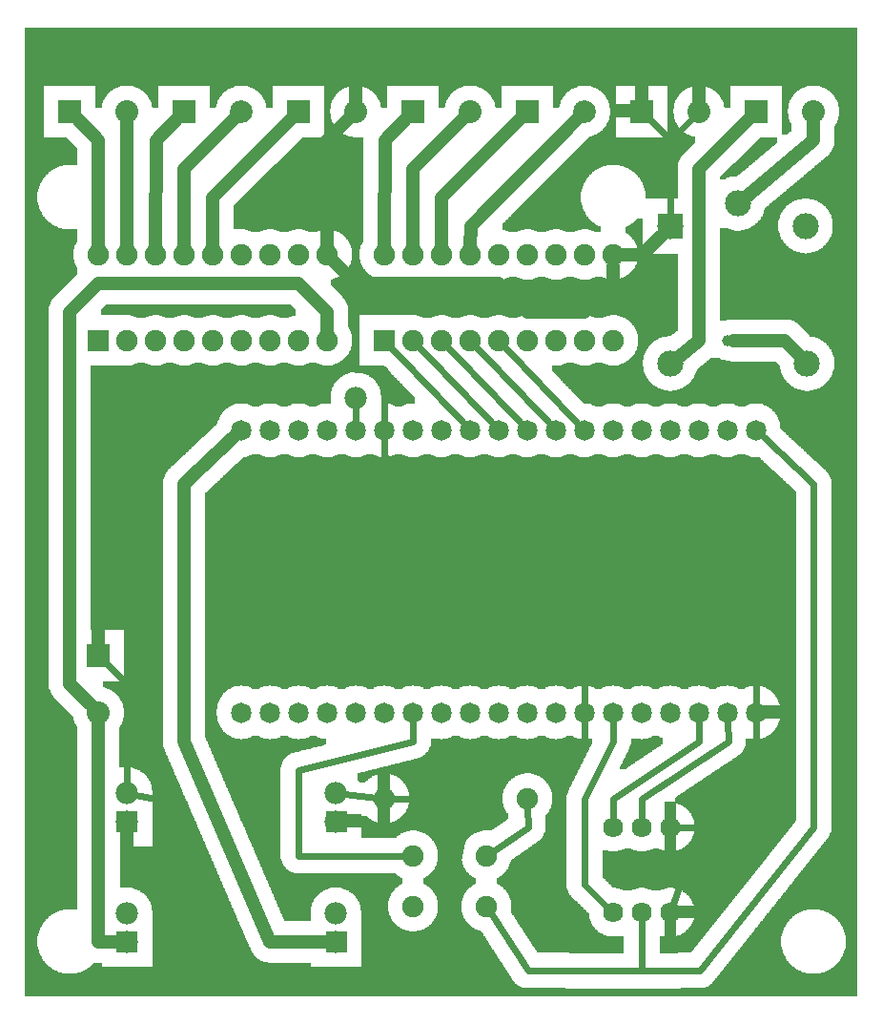
<source format=gbl>
G04 MADE WITH FRITZING*
G04 WWW.FRITZING.ORG*
G04 DOUBLE SIDED*
G04 HOLES PLATED*
G04 CONTOUR ON CENTER OF CONTOUR VECTOR*
%ASAXBY*%
%FSLAX23Y23*%
%MOIN*%
%OFA0B0*%
%SFA1.0B1.0*%
%ADD10C,0.075000*%
%ADD11C,0.091180*%
%ADD12C,0.039370*%
%ADD13C,0.071828*%
%ADD14C,0.080000*%
%ADD15C,0.079370*%
%ADD16C,0.078000*%
%ADD17C,0.070277*%
%ADD18R,0.091000X0.091000*%
%ADD19R,0.075000X0.075000*%
%ADD20R,0.080000X0.080000*%
%ADD21R,0.079370X0.079370*%
%ADD22R,0.078000X0.078000*%
%ADD23C,0.024000*%
%ADD24C,0.048000*%
%LNCOPPER0*%
G90*
G70*
G54D10*
X123Y3344D03*
G54D11*
X2299Y2731D03*
X2298Y2251D03*
X2776Y2251D03*
X2771Y2731D03*
X2535Y2810D03*
G54D12*
X2499Y2331D03*
G54D13*
X2597Y2017D03*
X2497Y2017D03*
X2398Y2017D03*
X2297Y2017D03*
X2198Y2017D03*
X2098Y2017D03*
X1997Y2017D03*
X1898Y2017D03*
X1798Y2017D03*
X1698Y2017D03*
X1598Y2017D03*
X1498Y2017D03*
X1398Y2017D03*
X1298Y2017D03*
X1198Y2017D03*
X1098Y2017D03*
X999Y2017D03*
X898Y2017D03*
X798Y2017D03*
X798Y1032D03*
X898Y1032D03*
X999Y1032D03*
X1098Y1032D03*
X1198Y1032D03*
X1298Y1032D03*
X1398Y1032D03*
X1498Y1032D03*
X1598Y1032D03*
X1698Y1032D03*
X1798Y1032D03*
X1898Y1032D03*
X1997Y1032D03*
X2098Y1032D03*
X2198Y1032D03*
X2297Y1032D03*
X2398Y1032D03*
X2497Y1032D03*
X2597Y1032D03*
G54D10*
X299Y2331D03*
X299Y2631D03*
X399Y2331D03*
X399Y2631D03*
X499Y2331D03*
X499Y2631D03*
X599Y2331D03*
X599Y2631D03*
X699Y2331D03*
X699Y2631D03*
X799Y2331D03*
X799Y2631D03*
X899Y2331D03*
X899Y2631D03*
X999Y2331D03*
X999Y2631D03*
X1099Y2331D03*
X1099Y2631D03*
X1299Y2331D03*
X1299Y2631D03*
X1399Y2331D03*
X1399Y2631D03*
X1499Y2331D03*
X1499Y2631D03*
X1599Y2331D03*
X1599Y2631D03*
X1699Y2331D03*
X1699Y2631D03*
X1799Y2331D03*
X1799Y2631D03*
X1899Y2331D03*
X1899Y2631D03*
X1999Y2331D03*
X1999Y2631D03*
X2099Y2331D03*
X2099Y2631D03*
G54D14*
X199Y3131D03*
X399Y3131D03*
X1399Y3131D03*
X1599Y3131D03*
G54D15*
X599Y3131D03*
X799Y3131D03*
X1799Y3131D03*
X1999Y3131D03*
G54D14*
X2599Y3131D03*
X2799Y3131D03*
X999Y3131D03*
X1199Y3131D03*
X2199Y3131D03*
X2399Y3131D03*
G54D16*
X1199Y2131D03*
G54D17*
X2099Y333D03*
X2099Y631D03*
X2198Y333D03*
X2198Y631D03*
X2298Y333D03*
X2298Y631D03*
G54D16*
X399Y751D03*
X399Y331D03*
X1129Y751D03*
X1129Y651D03*
X1129Y331D03*
X399Y651D03*
X399Y231D03*
X1129Y231D03*
G54D14*
X299Y1231D03*
X299Y1031D03*
G54D10*
X1654Y354D03*
X1399Y354D03*
X1654Y531D03*
X1399Y531D03*
X1299Y731D03*
X1799Y731D03*
G54D18*
X2298Y2731D03*
G54D19*
X299Y2331D03*
X1299Y2331D03*
G54D20*
X199Y3131D03*
X1399Y3131D03*
G54D21*
X599Y3131D03*
X1799Y3131D03*
G54D20*
X2599Y3131D03*
X999Y3131D03*
X2199Y3131D03*
G54D22*
X1130Y651D03*
X399Y651D03*
X399Y231D03*
X1130Y231D03*
G54D20*
X299Y1231D03*
G54D23*
X1199Y2048D02*
X1199Y2101D01*
D02*
X1718Y2310D02*
X1976Y2039D01*
D02*
X1618Y2310D02*
X1877Y2039D01*
D02*
X1518Y2310D02*
X1777Y2039D01*
D02*
X1418Y2310D02*
X1677Y2039D01*
D02*
X1318Y2310D02*
X1577Y2039D01*
D02*
X1299Y2231D02*
X1199Y2231D01*
D02*
X1199Y2231D02*
X1198Y2531D01*
D02*
X1198Y2531D02*
X1119Y2611D01*
D02*
X1298Y2048D02*
X1299Y2231D01*
G54D24*
D02*
X298Y2531D02*
X199Y2432D01*
D02*
X199Y1132D02*
X277Y1053D01*
D02*
X199Y2432D02*
X199Y1132D01*
D02*
X999Y2531D02*
X298Y2531D01*
D02*
X1098Y2432D02*
X999Y2531D01*
D02*
X1098Y2360D02*
X1098Y2432D01*
D02*
X1197Y2531D02*
X1126Y2603D01*
D02*
X1799Y2430D02*
X1699Y2532D01*
D02*
X1699Y2532D02*
X1197Y2531D01*
D02*
X1998Y2430D02*
X1799Y2430D01*
D02*
X2098Y2532D02*
X1998Y2430D01*
D02*
X2098Y2591D02*
X2098Y2532D01*
D02*
X2798Y3030D02*
X2563Y2834D01*
D02*
X2798Y3100D02*
X2798Y3030D01*
D02*
X2397Y2329D02*
X2327Y2273D01*
D02*
X2397Y2931D02*
X2397Y2329D01*
D02*
X2577Y3109D02*
X2397Y2931D01*
D02*
X1600Y2730D02*
X1599Y2660D01*
D02*
X1977Y3109D02*
X1600Y2730D01*
D02*
X1498Y2832D02*
X1498Y2660D01*
D02*
X1777Y3109D02*
X1498Y2832D01*
D02*
X1399Y2931D02*
X1399Y2660D01*
D02*
X1577Y3109D02*
X1399Y2931D01*
D02*
X1300Y3030D02*
X1299Y2660D01*
D02*
X1377Y3109D02*
X1300Y3030D01*
D02*
X399Y2660D02*
X399Y3100D01*
D02*
X299Y3030D02*
X299Y2660D01*
D02*
X221Y3109D02*
X299Y3030D01*
D02*
X500Y3030D02*
X499Y2660D01*
D02*
X577Y3109D02*
X500Y3030D01*
D02*
X599Y2931D02*
X599Y2660D01*
D02*
X777Y3109D02*
X599Y2931D01*
D02*
X698Y2832D02*
X977Y3109D01*
D02*
X698Y2660D02*
X698Y2832D01*
D02*
X1099Y3030D02*
X1099Y2660D01*
D02*
X1177Y3109D02*
X1099Y3030D01*
G54D23*
D02*
X2298Y3030D02*
X2299Y2768D01*
D02*
X2377Y3109D02*
X2298Y3030D01*
G54D24*
D02*
X2199Y2631D02*
X2127Y2631D01*
D02*
X2273Y2705D02*
X2199Y2631D01*
G54D23*
D02*
X2298Y3030D02*
X2220Y3109D01*
D02*
X2298Y2768D02*
X2298Y3030D01*
G54D24*
D02*
X2698Y2331D02*
X2750Y2277D01*
D02*
X2518Y2331D02*
X2698Y2331D01*
D02*
X599Y1829D02*
X776Y1996D01*
D02*
X899Y231D02*
X597Y931D01*
D02*
X597Y931D02*
X599Y1829D01*
D02*
X1098Y231D02*
X899Y231D01*
G54D23*
D02*
X2499Y631D02*
X2398Y631D01*
D02*
X2599Y931D02*
X2499Y631D01*
D02*
X2398Y631D02*
X2329Y631D01*
D02*
X2598Y1001D02*
X2599Y931D01*
D02*
X2499Y631D02*
X2599Y931D01*
D02*
X2599Y931D02*
X2598Y1001D01*
D02*
X2398Y631D02*
X2499Y631D01*
D02*
X2308Y363D02*
X2398Y631D01*
D02*
X2198Y129D02*
X2198Y302D01*
D02*
X2799Y631D02*
X2400Y130D01*
D02*
X2799Y1830D02*
X2799Y631D01*
D02*
X2400Y130D02*
X2198Y129D01*
D02*
X2620Y1997D02*
X2799Y1830D01*
D02*
X2198Y129D02*
X2198Y302D01*
D02*
X1800Y130D02*
X2198Y129D01*
D02*
X1670Y330D02*
X1800Y130D01*
D02*
X2098Y931D02*
X2098Y1001D01*
D02*
X1998Y731D02*
X2098Y931D01*
D02*
X1998Y430D02*
X1998Y731D01*
D02*
X2076Y355D02*
X1998Y430D01*
D02*
X1270Y734D02*
X1159Y747D01*
D02*
X1598Y732D02*
X1327Y731D01*
D02*
X1599Y831D02*
X1598Y732D01*
D02*
X1998Y931D02*
X1599Y831D01*
D02*
X1997Y1001D02*
X1998Y931D01*
D02*
X1800Y631D02*
X1678Y547D01*
D02*
X1799Y702D02*
X1800Y631D01*
D02*
X1299Y1930D02*
X1298Y1987D01*
D02*
X1399Y1829D02*
X1299Y1930D01*
D02*
X1898Y1829D02*
X1399Y1829D01*
D02*
X1998Y1733D02*
X1898Y1829D01*
D02*
X1997Y1062D02*
X1998Y1733D01*
D02*
X2497Y1532D02*
X2498Y1232D01*
D02*
X2300Y1733D02*
X2497Y1532D01*
D02*
X1998Y1733D02*
X2300Y1733D01*
D02*
X2599Y1131D02*
X2598Y1062D01*
D02*
X2498Y1232D02*
X2599Y1131D01*
D02*
X1997Y1062D02*
X1998Y1733D01*
D02*
X998Y531D02*
X1370Y531D01*
D02*
X998Y831D02*
X998Y531D01*
D02*
X1399Y931D02*
X998Y831D01*
D02*
X1398Y1001D02*
X1399Y931D01*
D02*
X398Y1130D02*
X399Y781D01*
D02*
X320Y1209D02*
X398Y1130D01*
G54D24*
D02*
X299Y230D02*
X299Y989D01*
D02*
X357Y231D02*
X299Y230D01*
G54D23*
D02*
X799Y130D02*
X499Y732D01*
D02*
X499Y732D02*
X428Y745D01*
D02*
X1399Y130D02*
X799Y130D01*
D02*
X1497Y231D02*
X1399Y130D01*
D02*
X1598Y732D02*
X1497Y231D01*
D02*
X1598Y830D02*
X1598Y732D01*
D02*
X1999Y931D02*
X1598Y830D01*
D02*
X1998Y1001D02*
X1999Y931D01*
D02*
X2500Y931D02*
X2498Y1001D01*
D02*
X2198Y731D02*
X2500Y931D01*
D02*
X2198Y662D02*
X2198Y731D01*
D02*
X2099Y731D02*
X2099Y662D01*
D02*
X2398Y931D02*
X2099Y731D01*
D02*
X2398Y1001D02*
X2398Y931D01*
G36*
X2612Y3041D02*
X2612Y3039D01*
X2610Y3039D01*
X2610Y3037D01*
X2608Y3037D01*
X2608Y3035D01*
X2606Y3035D01*
X2606Y3033D01*
X2604Y3033D01*
X2604Y3031D01*
X2602Y3031D01*
X2602Y3029D01*
X2600Y3029D01*
X2600Y3027D01*
X2598Y3027D01*
X2598Y3025D01*
X2596Y3025D01*
X2596Y3023D01*
X2594Y3023D01*
X2594Y3021D01*
X2592Y3021D01*
X2592Y3019D01*
X2590Y3019D01*
X2590Y3017D01*
X2588Y3017D01*
X2588Y3015D01*
X2586Y3015D01*
X2586Y3013D01*
X2584Y3013D01*
X2584Y3011D01*
X2582Y3011D01*
X2582Y3009D01*
X2580Y3009D01*
X2580Y3007D01*
X2578Y3007D01*
X2578Y3005D01*
X2576Y3005D01*
X2576Y3003D01*
X2574Y3003D01*
X2574Y3001D01*
X2572Y3001D01*
X2572Y2999D01*
X2570Y2999D01*
X2570Y2997D01*
X2568Y2997D01*
X2568Y2995D01*
X2566Y2995D01*
X2566Y2993D01*
X2564Y2993D01*
X2564Y2991D01*
X2562Y2991D01*
X2562Y2989D01*
X2560Y2989D01*
X2560Y2987D01*
X2558Y2987D01*
X2558Y2985D01*
X2556Y2985D01*
X2556Y2983D01*
X2554Y2983D01*
X2554Y2981D01*
X2552Y2981D01*
X2552Y2979D01*
X2550Y2979D01*
X2550Y2977D01*
X2548Y2977D01*
X2548Y2975D01*
X2546Y2975D01*
X2546Y2973D01*
X2544Y2973D01*
X2544Y2971D01*
X2542Y2971D01*
X2542Y2969D01*
X2540Y2969D01*
X2540Y2967D01*
X2538Y2967D01*
X2538Y2965D01*
X2536Y2965D01*
X2536Y2963D01*
X2534Y2963D01*
X2534Y2961D01*
X2532Y2961D01*
X2532Y2959D01*
X2530Y2959D01*
X2530Y2957D01*
X2528Y2957D01*
X2528Y2955D01*
X2526Y2955D01*
X2526Y2953D01*
X2524Y2953D01*
X2524Y2951D01*
X2520Y2951D01*
X2520Y2949D01*
X2518Y2949D01*
X2518Y2947D01*
X2516Y2947D01*
X2516Y2945D01*
X2514Y2945D01*
X2514Y2943D01*
X2512Y2943D01*
X2512Y2941D01*
X2510Y2941D01*
X2510Y2939D01*
X2508Y2939D01*
X2508Y2937D01*
X2506Y2937D01*
X2506Y2935D01*
X2504Y2935D01*
X2504Y2933D01*
X2502Y2933D01*
X2502Y2931D01*
X2500Y2931D01*
X2500Y2929D01*
X2498Y2929D01*
X2498Y2927D01*
X2496Y2927D01*
X2496Y2925D01*
X2494Y2925D01*
X2494Y2923D01*
X2492Y2923D01*
X2492Y2921D01*
X2490Y2921D01*
X2490Y2919D01*
X2488Y2919D01*
X2488Y2917D01*
X2486Y2917D01*
X2486Y2915D01*
X2484Y2915D01*
X2484Y2913D01*
X2482Y2913D01*
X2482Y2911D01*
X2480Y2911D01*
X2480Y2909D01*
X2478Y2909D01*
X2478Y2907D01*
X2476Y2907D01*
X2476Y2905D01*
X2474Y2905D01*
X2474Y2903D01*
X2472Y2903D01*
X2472Y2895D01*
X2492Y2895D01*
X2492Y2897D01*
X2496Y2897D01*
X2496Y2899D01*
X2502Y2899D01*
X2502Y2901D01*
X2506Y2901D01*
X2506Y2903D01*
X2514Y2903D01*
X2514Y2905D01*
X2530Y2905D01*
X2530Y2907D01*
X2536Y2907D01*
X2536Y2909D01*
X2538Y2909D01*
X2538Y2911D01*
X2540Y2911D01*
X2540Y2913D01*
X2542Y2913D01*
X2542Y2915D01*
X2546Y2915D01*
X2546Y2917D01*
X2548Y2917D01*
X2548Y2919D01*
X2550Y2919D01*
X2550Y2921D01*
X2552Y2921D01*
X2552Y2923D01*
X2554Y2923D01*
X2554Y2925D01*
X2558Y2925D01*
X2558Y2927D01*
X2560Y2927D01*
X2560Y2929D01*
X2562Y2929D01*
X2562Y2931D01*
X2564Y2931D01*
X2564Y2933D01*
X2566Y2933D01*
X2566Y2935D01*
X2570Y2935D01*
X2570Y2937D01*
X2572Y2937D01*
X2572Y2939D01*
X2574Y2939D01*
X2574Y2941D01*
X2576Y2941D01*
X2576Y2943D01*
X2578Y2943D01*
X2578Y2945D01*
X2582Y2945D01*
X2582Y2947D01*
X2584Y2947D01*
X2584Y2949D01*
X2586Y2949D01*
X2586Y2951D01*
X2588Y2951D01*
X2588Y2953D01*
X2590Y2953D01*
X2590Y2955D01*
X2594Y2955D01*
X2594Y2957D01*
X2596Y2957D01*
X2596Y2959D01*
X2598Y2959D01*
X2598Y2961D01*
X2600Y2961D01*
X2600Y2963D01*
X2602Y2963D01*
X2602Y2965D01*
X2604Y2965D01*
X2604Y2967D01*
X2608Y2967D01*
X2608Y2969D01*
X2610Y2969D01*
X2610Y2971D01*
X2612Y2971D01*
X2612Y2973D01*
X2614Y2973D01*
X2614Y2975D01*
X2616Y2975D01*
X2616Y2977D01*
X2620Y2977D01*
X2620Y2979D01*
X2622Y2979D01*
X2622Y2981D01*
X2624Y2981D01*
X2624Y2983D01*
X2626Y2983D01*
X2626Y2985D01*
X2628Y2985D01*
X2628Y2987D01*
X2632Y2987D01*
X2632Y2989D01*
X2634Y2989D01*
X2634Y2991D01*
X2636Y2991D01*
X2636Y2993D01*
X2638Y2993D01*
X2638Y2995D01*
X2640Y2995D01*
X2640Y2997D01*
X2644Y2997D01*
X2644Y2999D01*
X2646Y2999D01*
X2646Y3001D01*
X2648Y3001D01*
X2648Y3003D01*
X2650Y3003D01*
X2650Y3005D01*
X2652Y3005D01*
X2652Y3007D01*
X2656Y3007D01*
X2656Y3009D01*
X2658Y3009D01*
X2658Y3011D01*
X2660Y3011D01*
X2660Y3013D01*
X2662Y3013D01*
X2662Y3015D01*
X2664Y3015D01*
X2664Y3017D01*
X2668Y3017D01*
X2668Y3019D01*
X2670Y3019D01*
X2670Y3021D01*
X2672Y3021D01*
X2672Y3041D01*
X2612Y3041D01*
G37*
D02*
G36*
X2182Y2757D02*
X2182Y2755D01*
X2180Y2755D01*
X2180Y2753D01*
X2178Y2753D01*
X2178Y2751D01*
X2176Y2751D01*
X2176Y2749D01*
X2174Y2749D01*
X2174Y2747D01*
X2172Y2747D01*
X2172Y2745D01*
X2170Y2745D01*
X2170Y2743D01*
X2168Y2743D01*
X2168Y2741D01*
X2164Y2741D01*
X2164Y2739D01*
X2162Y2739D01*
X2162Y2737D01*
X2158Y2737D01*
X2158Y2735D01*
X2156Y2735D01*
X2156Y2733D01*
X2152Y2733D01*
X2152Y2731D01*
X2148Y2731D01*
X2148Y2729D01*
X2144Y2729D01*
X2144Y2727D01*
X2140Y2727D01*
X2140Y2707D01*
X2144Y2707D01*
X2144Y2705D01*
X2148Y2705D01*
X2148Y2703D01*
X2150Y2703D01*
X2150Y2701D01*
X2152Y2701D01*
X2152Y2699D01*
X2156Y2699D01*
X2156Y2697D01*
X2158Y2697D01*
X2158Y2695D01*
X2160Y2695D01*
X2160Y2693D01*
X2162Y2693D01*
X2162Y2691D01*
X2164Y2691D01*
X2164Y2689D01*
X2166Y2689D01*
X2166Y2685D01*
X2168Y2685D01*
X2168Y2683D01*
X2170Y2683D01*
X2170Y2681D01*
X2172Y2681D01*
X2172Y2677D01*
X2174Y2677D01*
X2174Y2673D01*
X2176Y2673D01*
X2176Y2669D01*
X2178Y2669D01*
X2178Y2665D01*
X2180Y2665D01*
X2180Y2661D01*
X2182Y2661D01*
X2182Y2653D01*
X2202Y2653D01*
X2202Y2757D01*
X2182Y2757D01*
G37*
D02*
G36*
X326Y2457D02*
X326Y2455D01*
X324Y2455D01*
X324Y2453D01*
X322Y2453D01*
X322Y2451D01*
X320Y2451D01*
X320Y2449D01*
X318Y2449D01*
X318Y2447D01*
X316Y2447D01*
X316Y2445D01*
X314Y2445D01*
X314Y2443D01*
X312Y2443D01*
X312Y2441D01*
X310Y2441D01*
X310Y2439D01*
X308Y2439D01*
X308Y2419D01*
X910Y2419D01*
X910Y2417D01*
X920Y2417D01*
X920Y2415D01*
X928Y2415D01*
X928Y2413D01*
X932Y2413D01*
X932Y2411D01*
X936Y2411D01*
X936Y2409D01*
X960Y2409D01*
X960Y2411D01*
X964Y2411D01*
X964Y2413D01*
X970Y2413D01*
X970Y2415D01*
X976Y2415D01*
X976Y2417D01*
X988Y2417D01*
X988Y2439D01*
X986Y2439D01*
X986Y2441D01*
X984Y2441D01*
X984Y2443D01*
X982Y2443D01*
X982Y2445D01*
X980Y2445D01*
X980Y2447D01*
X978Y2447D01*
X978Y2449D01*
X976Y2449D01*
X976Y2451D01*
X974Y2451D01*
X974Y2453D01*
X972Y2453D01*
X972Y2455D01*
X970Y2455D01*
X970Y2457D01*
X326Y2457D01*
G37*
D02*
G36*
X410Y2419D02*
X410Y2417D01*
X420Y2417D01*
X420Y2415D01*
X428Y2415D01*
X428Y2413D01*
X432Y2413D01*
X432Y2411D01*
X436Y2411D01*
X436Y2409D01*
X460Y2409D01*
X460Y2411D01*
X464Y2411D01*
X464Y2413D01*
X470Y2413D01*
X470Y2415D01*
X476Y2415D01*
X476Y2417D01*
X488Y2417D01*
X488Y2419D01*
X410Y2419D01*
G37*
D02*
G36*
X510Y2419D02*
X510Y2417D01*
X520Y2417D01*
X520Y2415D01*
X528Y2415D01*
X528Y2413D01*
X532Y2413D01*
X532Y2411D01*
X536Y2411D01*
X536Y2409D01*
X560Y2409D01*
X560Y2411D01*
X564Y2411D01*
X564Y2413D01*
X570Y2413D01*
X570Y2415D01*
X576Y2415D01*
X576Y2417D01*
X588Y2417D01*
X588Y2419D01*
X510Y2419D01*
G37*
D02*
G36*
X610Y2419D02*
X610Y2417D01*
X620Y2417D01*
X620Y2415D01*
X628Y2415D01*
X628Y2413D01*
X632Y2413D01*
X632Y2411D01*
X636Y2411D01*
X636Y2409D01*
X660Y2409D01*
X660Y2411D01*
X664Y2411D01*
X664Y2413D01*
X670Y2413D01*
X670Y2415D01*
X676Y2415D01*
X676Y2417D01*
X688Y2417D01*
X688Y2419D01*
X610Y2419D01*
G37*
D02*
G36*
X710Y2419D02*
X710Y2417D01*
X720Y2417D01*
X720Y2415D01*
X728Y2415D01*
X728Y2413D01*
X732Y2413D01*
X732Y2411D01*
X736Y2411D01*
X736Y2409D01*
X760Y2409D01*
X760Y2411D01*
X764Y2411D01*
X764Y2413D01*
X770Y2413D01*
X770Y2415D01*
X776Y2415D01*
X776Y2417D01*
X788Y2417D01*
X788Y2419D01*
X710Y2419D01*
G37*
D02*
G36*
X810Y2419D02*
X810Y2417D01*
X820Y2417D01*
X820Y2415D01*
X828Y2415D01*
X828Y2413D01*
X832Y2413D01*
X832Y2411D01*
X836Y2411D01*
X836Y2409D01*
X860Y2409D01*
X860Y2411D01*
X864Y2411D01*
X864Y2413D01*
X870Y2413D01*
X870Y2415D01*
X876Y2415D01*
X876Y2417D01*
X888Y2417D01*
X888Y2419D01*
X810Y2419D01*
G37*
D02*
G36*
X2236Y949D02*
X2236Y947D01*
X2232Y947D01*
X2232Y945D01*
X2228Y945D01*
X2228Y943D01*
X2222Y943D01*
X2222Y941D01*
X2216Y941D01*
X2216Y939D01*
X2200Y939D01*
X2200Y937D01*
X2272Y937D01*
X2272Y943D01*
X2268Y943D01*
X2268Y945D01*
X2262Y945D01*
X2262Y947D01*
X2258Y947D01*
X2258Y949D01*
X2236Y949D01*
G37*
D02*
G36*
X2160Y941D02*
X2160Y937D01*
X2196Y937D01*
X2196Y939D01*
X2180Y939D01*
X2180Y941D01*
X2160Y941D01*
G37*
D02*
G36*
X2160Y937D02*
X2160Y935D01*
X2272Y935D01*
X2272Y937D01*
X2160Y937D01*
G37*
D02*
G36*
X2160Y937D02*
X2160Y935D01*
X2272Y935D01*
X2272Y937D01*
X2160Y937D01*
G37*
D02*
G36*
X2160Y935D02*
X2160Y921D01*
X2158Y921D01*
X2158Y913D01*
X2156Y913D01*
X2156Y907D01*
X2154Y907D01*
X2154Y903D01*
X2152Y903D01*
X2152Y899D01*
X2150Y899D01*
X2150Y895D01*
X2148Y895D01*
X2148Y891D01*
X2146Y891D01*
X2146Y887D01*
X2144Y887D01*
X2144Y883D01*
X2142Y883D01*
X2142Y879D01*
X2140Y879D01*
X2140Y875D01*
X2138Y875D01*
X2138Y871D01*
X2136Y871D01*
X2136Y867D01*
X2134Y867D01*
X2134Y863D01*
X2132Y863D01*
X2132Y859D01*
X2130Y859D01*
X2130Y855D01*
X2128Y855D01*
X2128Y851D01*
X2126Y851D01*
X2126Y847D01*
X2124Y847D01*
X2124Y843D01*
X2122Y843D01*
X2122Y833D01*
X2142Y833D01*
X2142Y835D01*
X2144Y835D01*
X2144Y837D01*
X2148Y837D01*
X2148Y839D01*
X2150Y839D01*
X2150Y841D01*
X2152Y841D01*
X2152Y843D01*
X2156Y843D01*
X2156Y845D01*
X2158Y845D01*
X2158Y847D01*
X2162Y847D01*
X2162Y849D01*
X2164Y849D01*
X2164Y851D01*
X2168Y851D01*
X2168Y853D01*
X2170Y853D01*
X2170Y855D01*
X2174Y855D01*
X2174Y857D01*
X2176Y857D01*
X2176Y859D01*
X2180Y859D01*
X2180Y861D01*
X2182Y861D01*
X2182Y863D01*
X2186Y863D01*
X2186Y865D01*
X2188Y865D01*
X2188Y867D01*
X2192Y867D01*
X2192Y869D01*
X2194Y869D01*
X2194Y871D01*
X2198Y871D01*
X2198Y873D01*
X2200Y873D01*
X2200Y875D01*
X2204Y875D01*
X2204Y877D01*
X2206Y877D01*
X2206Y879D01*
X2210Y879D01*
X2210Y881D01*
X2212Y881D01*
X2212Y883D01*
X2216Y883D01*
X2216Y885D01*
X2218Y885D01*
X2218Y887D01*
X2222Y887D01*
X2222Y889D01*
X2224Y889D01*
X2224Y891D01*
X2228Y891D01*
X2228Y893D01*
X2230Y893D01*
X2230Y895D01*
X2234Y895D01*
X2234Y897D01*
X2236Y897D01*
X2236Y899D01*
X2240Y899D01*
X2240Y901D01*
X2242Y901D01*
X2242Y903D01*
X2246Y903D01*
X2246Y905D01*
X2248Y905D01*
X2248Y907D01*
X2252Y907D01*
X2252Y909D01*
X2254Y909D01*
X2254Y911D01*
X2258Y911D01*
X2258Y913D01*
X2260Y913D01*
X2260Y915D01*
X2264Y915D01*
X2264Y917D01*
X2266Y917D01*
X2266Y919D01*
X2270Y919D01*
X2270Y921D01*
X2272Y921D01*
X2272Y935D01*
X2160Y935D01*
G37*
D02*
G36*
X40Y3425D02*
X40Y3221D01*
X2814Y3221D01*
X2814Y3219D01*
X2822Y3219D01*
X2822Y3217D01*
X2828Y3217D01*
X2828Y3215D01*
X2834Y3215D01*
X2834Y3213D01*
X2838Y3213D01*
X2838Y3211D01*
X2842Y3211D01*
X2842Y3209D01*
X2846Y3209D01*
X2846Y3207D01*
X2848Y3207D01*
X2848Y3205D01*
X2852Y3205D01*
X2852Y3203D01*
X2854Y3203D01*
X2854Y3201D01*
X2856Y3201D01*
X2856Y3199D01*
X2858Y3199D01*
X2858Y3197D01*
X2862Y3197D01*
X2862Y3195D01*
X2864Y3195D01*
X2864Y3191D01*
X2866Y3191D01*
X2866Y3189D01*
X2868Y3189D01*
X2868Y3187D01*
X2870Y3187D01*
X2870Y3185D01*
X2872Y3185D01*
X2872Y3181D01*
X2874Y3181D01*
X2874Y3179D01*
X2876Y3179D01*
X2876Y3175D01*
X2878Y3175D01*
X2878Y3171D01*
X2880Y3171D01*
X2880Y3167D01*
X2882Y3167D01*
X2882Y3163D01*
X2884Y3163D01*
X2884Y3157D01*
X2886Y3157D01*
X2886Y3147D01*
X2888Y3147D01*
X2888Y3115D01*
X2886Y3115D01*
X2886Y3107D01*
X2884Y3107D01*
X2884Y3101D01*
X2882Y3101D01*
X2882Y3095D01*
X2880Y3095D01*
X2880Y3091D01*
X2878Y3091D01*
X2878Y3087D01*
X2876Y3087D01*
X2876Y3085D01*
X2874Y3085D01*
X2874Y3081D01*
X2872Y3081D01*
X2872Y3021D01*
X2870Y3021D01*
X2870Y3011D01*
X2868Y3011D01*
X2868Y3005D01*
X2866Y3005D01*
X2866Y3001D01*
X2864Y3001D01*
X2864Y2997D01*
X2862Y2997D01*
X2862Y2993D01*
X2860Y2993D01*
X2860Y2989D01*
X2858Y2989D01*
X2858Y2987D01*
X2856Y2987D01*
X2856Y2985D01*
X2854Y2985D01*
X2854Y2981D01*
X2852Y2981D01*
X2852Y2979D01*
X2850Y2979D01*
X2850Y2977D01*
X2848Y2977D01*
X2848Y2975D01*
X2846Y2975D01*
X2846Y2973D01*
X2842Y2973D01*
X2842Y2971D01*
X2840Y2971D01*
X2840Y2969D01*
X2838Y2969D01*
X2838Y2967D01*
X2836Y2967D01*
X2836Y2965D01*
X2834Y2965D01*
X2834Y2963D01*
X2830Y2963D01*
X2830Y2961D01*
X2828Y2961D01*
X2828Y2959D01*
X2826Y2959D01*
X2826Y2957D01*
X2824Y2957D01*
X2824Y2955D01*
X2822Y2955D01*
X2822Y2953D01*
X2818Y2953D01*
X2818Y2951D01*
X2816Y2951D01*
X2816Y2949D01*
X2814Y2949D01*
X2814Y2947D01*
X2812Y2947D01*
X2812Y2945D01*
X2810Y2945D01*
X2810Y2943D01*
X2806Y2943D01*
X2806Y2941D01*
X2804Y2941D01*
X2804Y2939D01*
X2802Y2939D01*
X2802Y2937D01*
X2800Y2937D01*
X2800Y2935D01*
X2798Y2935D01*
X2798Y2933D01*
X2794Y2933D01*
X2794Y2931D01*
X2792Y2931D01*
X2792Y2929D01*
X2790Y2929D01*
X2790Y2927D01*
X2788Y2927D01*
X2788Y2925D01*
X2786Y2925D01*
X2786Y2923D01*
X2782Y2923D01*
X2782Y2921D01*
X2780Y2921D01*
X2780Y2919D01*
X2778Y2919D01*
X2778Y2917D01*
X2776Y2917D01*
X2776Y2915D01*
X2774Y2915D01*
X2774Y2913D01*
X2772Y2913D01*
X2772Y2911D01*
X2768Y2911D01*
X2768Y2909D01*
X2766Y2909D01*
X2766Y2907D01*
X2764Y2907D01*
X2764Y2905D01*
X2762Y2905D01*
X2762Y2903D01*
X2760Y2903D01*
X2760Y2901D01*
X2756Y2901D01*
X2756Y2899D01*
X2754Y2899D01*
X2754Y2897D01*
X2752Y2897D01*
X2752Y2895D01*
X2750Y2895D01*
X2750Y2893D01*
X2748Y2893D01*
X2748Y2891D01*
X2744Y2891D01*
X2744Y2889D01*
X2742Y2889D01*
X2742Y2887D01*
X2740Y2887D01*
X2740Y2885D01*
X2738Y2885D01*
X2738Y2883D01*
X2736Y2883D01*
X2736Y2881D01*
X2732Y2881D01*
X2732Y2879D01*
X2730Y2879D01*
X2730Y2877D01*
X2728Y2877D01*
X2728Y2875D01*
X2726Y2875D01*
X2726Y2873D01*
X2724Y2873D01*
X2724Y2871D01*
X2720Y2871D01*
X2720Y2869D01*
X2718Y2869D01*
X2718Y2867D01*
X2716Y2867D01*
X2716Y2865D01*
X2714Y2865D01*
X2714Y2863D01*
X2712Y2863D01*
X2712Y2861D01*
X2708Y2861D01*
X2708Y2859D01*
X2706Y2859D01*
X2706Y2857D01*
X2704Y2857D01*
X2704Y2855D01*
X2702Y2855D01*
X2702Y2853D01*
X2700Y2853D01*
X2700Y2851D01*
X2696Y2851D01*
X2696Y2849D01*
X2694Y2849D01*
X2694Y2847D01*
X2692Y2847D01*
X2692Y2845D01*
X2690Y2845D01*
X2690Y2843D01*
X2688Y2843D01*
X2688Y2841D01*
X2686Y2841D01*
X2686Y2839D01*
X2682Y2839D01*
X2682Y2837D01*
X2680Y2837D01*
X2680Y2835D01*
X2678Y2835D01*
X2678Y2833D01*
X2676Y2833D01*
X2676Y2831D01*
X2674Y2831D01*
X2674Y2829D01*
X2670Y2829D01*
X2670Y2827D01*
X2784Y2827D01*
X2784Y2825D01*
X2794Y2825D01*
X2794Y2823D01*
X2802Y2823D01*
X2802Y2821D01*
X2806Y2821D01*
X2806Y2819D01*
X2812Y2819D01*
X2812Y2817D01*
X2816Y2817D01*
X2816Y2815D01*
X2818Y2815D01*
X2818Y2813D01*
X2822Y2813D01*
X2822Y2811D01*
X2826Y2811D01*
X2826Y2809D01*
X2828Y2809D01*
X2828Y2807D01*
X2830Y2807D01*
X2830Y2805D01*
X2834Y2805D01*
X2834Y2803D01*
X2836Y2803D01*
X2836Y2801D01*
X2838Y2801D01*
X2838Y2799D01*
X2840Y2799D01*
X2840Y2797D01*
X2842Y2797D01*
X2842Y2795D01*
X2844Y2795D01*
X2844Y2791D01*
X2846Y2791D01*
X2846Y2789D01*
X2848Y2789D01*
X2848Y2787D01*
X2850Y2787D01*
X2850Y2783D01*
X2852Y2783D01*
X2852Y2781D01*
X2854Y2781D01*
X2854Y2777D01*
X2856Y2777D01*
X2856Y2773D01*
X2858Y2773D01*
X2858Y2769D01*
X2860Y2769D01*
X2860Y2763D01*
X2862Y2763D01*
X2862Y2757D01*
X2864Y2757D01*
X2864Y2749D01*
X2866Y2749D01*
X2866Y2715D01*
X2864Y2715D01*
X2864Y2705D01*
X2862Y2705D01*
X2862Y2699D01*
X2860Y2699D01*
X2860Y2695D01*
X2858Y2695D01*
X2858Y2689D01*
X2856Y2689D01*
X2856Y2685D01*
X2854Y2685D01*
X2854Y2683D01*
X2852Y2683D01*
X2852Y2679D01*
X2850Y2679D01*
X2850Y2677D01*
X2848Y2677D01*
X2848Y2673D01*
X2846Y2673D01*
X2846Y2671D01*
X2844Y2671D01*
X2844Y2669D01*
X2842Y2669D01*
X2842Y2667D01*
X2840Y2667D01*
X2840Y2665D01*
X2838Y2665D01*
X2838Y2663D01*
X2836Y2663D01*
X2836Y2661D01*
X2834Y2661D01*
X2834Y2659D01*
X2832Y2659D01*
X2832Y2657D01*
X2830Y2657D01*
X2830Y2655D01*
X2826Y2655D01*
X2826Y2653D01*
X2824Y2653D01*
X2824Y2651D01*
X2820Y2651D01*
X2820Y2649D01*
X2818Y2649D01*
X2818Y2647D01*
X2814Y2647D01*
X2814Y2645D01*
X2810Y2645D01*
X2810Y2643D01*
X2804Y2643D01*
X2804Y2641D01*
X2798Y2641D01*
X2798Y2639D01*
X2792Y2639D01*
X2792Y2637D01*
X2774Y2637D01*
X2774Y2635D01*
X2952Y2635D01*
X2952Y3425D01*
X40Y3425D01*
G37*
D02*
G36*
X40Y3221D02*
X40Y345D01*
X206Y345D01*
X206Y343D01*
X226Y343D01*
X226Y631D01*
X224Y631D01*
X224Y983D01*
X222Y983D01*
X222Y987D01*
X220Y987D01*
X220Y989D01*
X218Y989D01*
X218Y993D01*
X216Y993D01*
X216Y999D01*
X214Y999D01*
X214Y1003D01*
X212Y1003D01*
X212Y1011D01*
X210Y1011D01*
X210Y1017D01*
X208Y1017D01*
X208Y1019D01*
X206Y1019D01*
X206Y1021D01*
X204Y1021D01*
X204Y1023D01*
X202Y1023D01*
X202Y1025D01*
X200Y1025D01*
X200Y1027D01*
X198Y1027D01*
X198Y1029D01*
X196Y1029D01*
X196Y1031D01*
X194Y1031D01*
X194Y1033D01*
X192Y1033D01*
X192Y1035D01*
X190Y1035D01*
X190Y1037D01*
X188Y1037D01*
X188Y1039D01*
X186Y1039D01*
X186Y1041D01*
X184Y1041D01*
X184Y1043D01*
X182Y1043D01*
X182Y1045D01*
X180Y1045D01*
X180Y1047D01*
X178Y1047D01*
X178Y1049D01*
X176Y1049D01*
X176Y1051D01*
X174Y1051D01*
X174Y1053D01*
X172Y1053D01*
X172Y1055D01*
X170Y1055D01*
X170Y1057D01*
X168Y1057D01*
X168Y1059D01*
X166Y1059D01*
X166Y1061D01*
X164Y1061D01*
X164Y1063D01*
X162Y1063D01*
X162Y1065D01*
X160Y1065D01*
X160Y1067D01*
X158Y1067D01*
X158Y1069D01*
X156Y1069D01*
X156Y1071D01*
X154Y1071D01*
X154Y1073D01*
X152Y1073D01*
X152Y1075D01*
X150Y1075D01*
X150Y1077D01*
X148Y1077D01*
X148Y1079D01*
X146Y1079D01*
X146Y1083D01*
X144Y1083D01*
X144Y1085D01*
X142Y1085D01*
X142Y1087D01*
X140Y1087D01*
X140Y1089D01*
X138Y1089D01*
X138Y1093D01*
X136Y1093D01*
X136Y1095D01*
X134Y1095D01*
X134Y1099D01*
X132Y1099D01*
X132Y1103D01*
X130Y1103D01*
X130Y1109D01*
X128Y1109D01*
X128Y1115D01*
X126Y1115D01*
X126Y1127D01*
X124Y1127D01*
X124Y2439D01*
X126Y2439D01*
X126Y2451D01*
X128Y2451D01*
X128Y2457D01*
X130Y2457D01*
X130Y2463D01*
X132Y2463D01*
X132Y2467D01*
X134Y2467D01*
X134Y2469D01*
X136Y2469D01*
X136Y2473D01*
X138Y2473D01*
X138Y2477D01*
X140Y2477D01*
X140Y2479D01*
X142Y2479D01*
X142Y2481D01*
X144Y2481D01*
X144Y2483D01*
X146Y2483D01*
X146Y2485D01*
X148Y2485D01*
X148Y2487D01*
X150Y2487D01*
X150Y2489D01*
X152Y2489D01*
X152Y2491D01*
X154Y2491D01*
X154Y2493D01*
X156Y2493D01*
X156Y2495D01*
X158Y2495D01*
X158Y2497D01*
X160Y2497D01*
X160Y2499D01*
X162Y2499D01*
X162Y2501D01*
X164Y2501D01*
X164Y2503D01*
X166Y2503D01*
X166Y2505D01*
X168Y2505D01*
X168Y2507D01*
X170Y2507D01*
X170Y2509D01*
X172Y2509D01*
X172Y2511D01*
X174Y2511D01*
X174Y2513D01*
X176Y2513D01*
X176Y2515D01*
X178Y2515D01*
X178Y2517D01*
X180Y2517D01*
X180Y2519D01*
X182Y2519D01*
X182Y2521D01*
X184Y2521D01*
X184Y2523D01*
X186Y2523D01*
X186Y2525D01*
X188Y2525D01*
X188Y2527D01*
X190Y2527D01*
X190Y2529D01*
X192Y2529D01*
X192Y2531D01*
X194Y2531D01*
X194Y2533D01*
X196Y2533D01*
X196Y2535D01*
X198Y2535D01*
X198Y2537D01*
X200Y2537D01*
X200Y2539D01*
X202Y2539D01*
X202Y2541D01*
X204Y2541D01*
X204Y2543D01*
X206Y2543D01*
X206Y2545D01*
X208Y2545D01*
X208Y2547D01*
X210Y2547D01*
X210Y2549D01*
X212Y2549D01*
X212Y2551D01*
X214Y2551D01*
X214Y2553D01*
X216Y2553D01*
X216Y2555D01*
X218Y2555D01*
X218Y2557D01*
X220Y2557D01*
X220Y2559D01*
X222Y2559D01*
X222Y2561D01*
X224Y2561D01*
X224Y2563D01*
X226Y2563D01*
X226Y2585D01*
X224Y2585D01*
X224Y2587D01*
X222Y2587D01*
X222Y2591D01*
X220Y2591D01*
X220Y2595D01*
X218Y2595D01*
X218Y2601D01*
X216Y2601D01*
X216Y2605D01*
X214Y2605D01*
X214Y2613D01*
X212Y2613D01*
X212Y2649D01*
X214Y2649D01*
X214Y2657D01*
X216Y2657D01*
X216Y2663D01*
X218Y2663D01*
X218Y2667D01*
X220Y2667D01*
X220Y2671D01*
X222Y2671D01*
X222Y2675D01*
X224Y2675D01*
X224Y2719D01*
X180Y2719D01*
X180Y2721D01*
X170Y2721D01*
X170Y2723D01*
X164Y2723D01*
X164Y2725D01*
X158Y2725D01*
X158Y2727D01*
X154Y2727D01*
X154Y2729D01*
X150Y2729D01*
X150Y2731D01*
X144Y2731D01*
X144Y2733D01*
X142Y2733D01*
X142Y2735D01*
X138Y2735D01*
X138Y2737D01*
X136Y2737D01*
X136Y2739D01*
X132Y2739D01*
X132Y2741D01*
X130Y2741D01*
X130Y2743D01*
X128Y2743D01*
X128Y2745D01*
X124Y2745D01*
X124Y2747D01*
X122Y2747D01*
X122Y2749D01*
X120Y2749D01*
X120Y2751D01*
X118Y2751D01*
X118Y2753D01*
X116Y2753D01*
X116Y2755D01*
X114Y2755D01*
X114Y2757D01*
X112Y2757D01*
X112Y2761D01*
X110Y2761D01*
X110Y2763D01*
X108Y2763D01*
X108Y2765D01*
X106Y2765D01*
X106Y2769D01*
X104Y2769D01*
X104Y2771D01*
X102Y2771D01*
X102Y2775D01*
X100Y2775D01*
X100Y2779D01*
X98Y2779D01*
X98Y2783D01*
X96Y2783D01*
X96Y2787D01*
X94Y2787D01*
X94Y2791D01*
X92Y2791D01*
X92Y2797D01*
X90Y2797D01*
X90Y2805D01*
X88Y2805D01*
X88Y2815D01*
X86Y2815D01*
X86Y2849D01*
X88Y2849D01*
X88Y2859D01*
X90Y2859D01*
X90Y2865D01*
X92Y2865D01*
X92Y2871D01*
X94Y2871D01*
X94Y2877D01*
X96Y2877D01*
X96Y2881D01*
X98Y2881D01*
X98Y2885D01*
X100Y2885D01*
X100Y2889D01*
X102Y2889D01*
X102Y2891D01*
X104Y2891D01*
X104Y2895D01*
X106Y2895D01*
X106Y2897D01*
X108Y2897D01*
X108Y2901D01*
X110Y2901D01*
X110Y2903D01*
X112Y2903D01*
X112Y2905D01*
X114Y2905D01*
X114Y2907D01*
X116Y2907D01*
X116Y2909D01*
X118Y2909D01*
X118Y2911D01*
X120Y2911D01*
X120Y2913D01*
X122Y2913D01*
X122Y2915D01*
X124Y2915D01*
X124Y2917D01*
X126Y2917D01*
X126Y2919D01*
X128Y2919D01*
X128Y2921D01*
X132Y2921D01*
X132Y2923D01*
X134Y2923D01*
X134Y2925D01*
X136Y2925D01*
X136Y2927D01*
X140Y2927D01*
X140Y2929D01*
X144Y2929D01*
X144Y2931D01*
X148Y2931D01*
X148Y2933D01*
X152Y2933D01*
X152Y2935D01*
X156Y2935D01*
X156Y2937D01*
X162Y2937D01*
X162Y2939D01*
X168Y2939D01*
X168Y2941D01*
X176Y2941D01*
X176Y2943D01*
X192Y2943D01*
X192Y2945D01*
X224Y2945D01*
X224Y3003D01*
X222Y3003D01*
X222Y3005D01*
X220Y3005D01*
X220Y3007D01*
X218Y3007D01*
X218Y3009D01*
X216Y3009D01*
X216Y3011D01*
X214Y3011D01*
X214Y3013D01*
X212Y3013D01*
X212Y3015D01*
X210Y3015D01*
X210Y3017D01*
X208Y3017D01*
X208Y3019D01*
X206Y3019D01*
X206Y3021D01*
X204Y3021D01*
X204Y3023D01*
X202Y3023D01*
X202Y3025D01*
X200Y3025D01*
X200Y3027D01*
X198Y3027D01*
X198Y3029D01*
X196Y3029D01*
X196Y3031D01*
X194Y3031D01*
X194Y3033D01*
X192Y3033D01*
X192Y3035D01*
X190Y3035D01*
X190Y3037D01*
X188Y3037D01*
X188Y3039D01*
X186Y3039D01*
X186Y3041D01*
X108Y3041D01*
X108Y3221D01*
X40Y3221D01*
G37*
D02*
G36*
X288Y3221D02*
X288Y3145D01*
X290Y3145D01*
X290Y3143D01*
X310Y3143D01*
X310Y3151D01*
X312Y3151D01*
X312Y3159D01*
X314Y3159D01*
X314Y3165D01*
X316Y3165D01*
X316Y3169D01*
X318Y3169D01*
X318Y3173D01*
X320Y3173D01*
X320Y3177D01*
X322Y3177D01*
X322Y3181D01*
X324Y3181D01*
X324Y3183D01*
X326Y3183D01*
X326Y3185D01*
X328Y3185D01*
X328Y3189D01*
X330Y3189D01*
X330Y3191D01*
X332Y3191D01*
X332Y3193D01*
X334Y3193D01*
X334Y3195D01*
X336Y3195D01*
X336Y3197D01*
X338Y3197D01*
X338Y3199D01*
X340Y3199D01*
X340Y3201D01*
X342Y3201D01*
X342Y3203D01*
X346Y3203D01*
X346Y3205D01*
X348Y3205D01*
X348Y3207D01*
X352Y3207D01*
X352Y3209D01*
X354Y3209D01*
X354Y3211D01*
X358Y3211D01*
X358Y3213D01*
X362Y3213D01*
X362Y3215D01*
X368Y3215D01*
X368Y3217D01*
X374Y3217D01*
X374Y3219D01*
X384Y3219D01*
X384Y3221D01*
X288Y3221D01*
G37*
D02*
G36*
X414Y3221D02*
X414Y3219D01*
X422Y3219D01*
X422Y3217D01*
X428Y3217D01*
X428Y3215D01*
X434Y3215D01*
X434Y3213D01*
X438Y3213D01*
X438Y3211D01*
X442Y3211D01*
X442Y3209D01*
X446Y3209D01*
X446Y3207D01*
X448Y3207D01*
X448Y3205D01*
X452Y3205D01*
X452Y3203D01*
X454Y3203D01*
X454Y3201D01*
X456Y3201D01*
X456Y3199D01*
X458Y3199D01*
X458Y3197D01*
X462Y3197D01*
X462Y3195D01*
X464Y3195D01*
X464Y3191D01*
X466Y3191D01*
X466Y3189D01*
X468Y3189D01*
X468Y3187D01*
X470Y3187D01*
X470Y3185D01*
X472Y3185D01*
X472Y3181D01*
X474Y3181D01*
X474Y3179D01*
X476Y3179D01*
X476Y3175D01*
X478Y3175D01*
X478Y3171D01*
X480Y3171D01*
X480Y3167D01*
X482Y3167D01*
X482Y3163D01*
X484Y3163D01*
X484Y3157D01*
X486Y3157D01*
X486Y3147D01*
X488Y3147D01*
X488Y3143D01*
X508Y3143D01*
X508Y3221D01*
X414Y3221D01*
G37*
D02*
G36*
X688Y3221D02*
X688Y3145D01*
X708Y3145D01*
X708Y3147D01*
X710Y3147D01*
X710Y3151D01*
X712Y3151D01*
X712Y3157D01*
X714Y3157D01*
X714Y3163D01*
X716Y3163D01*
X716Y3169D01*
X718Y3169D01*
X718Y3173D01*
X720Y3173D01*
X720Y3177D01*
X722Y3177D01*
X722Y3179D01*
X724Y3179D01*
X724Y3183D01*
X726Y3183D01*
X726Y3185D01*
X728Y3185D01*
X728Y3187D01*
X730Y3187D01*
X730Y3191D01*
X732Y3191D01*
X732Y3193D01*
X734Y3193D01*
X734Y3195D01*
X736Y3195D01*
X736Y3197D01*
X738Y3197D01*
X738Y3199D01*
X740Y3199D01*
X740Y3201D01*
X744Y3201D01*
X744Y3203D01*
X746Y3203D01*
X746Y3205D01*
X748Y3205D01*
X748Y3207D01*
X752Y3207D01*
X752Y3209D01*
X756Y3209D01*
X756Y3211D01*
X760Y3211D01*
X760Y3213D01*
X764Y3213D01*
X764Y3215D01*
X770Y3215D01*
X770Y3217D01*
X776Y3217D01*
X776Y3219D01*
X786Y3219D01*
X786Y3221D01*
X688Y3221D01*
G37*
D02*
G36*
X812Y3221D02*
X812Y3219D01*
X822Y3219D01*
X822Y3217D01*
X828Y3217D01*
X828Y3215D01*
X834Y3215D01*
X834Y3213D01*
X838Y3213D01*
X838Y3211D01*
X842Y3211D01*
X842Y3209D01*
X844Y3209D01*
X844Y3207D01*
X848Y3207D01*
X848Y3205D01*
X852Y3205D01*
X852Y3203D01*
X854Y3203D01*
X854Y3201D01*
X856Y3201D01*
X856Y3199D01*
X858Y3199D01*
X858Y3197D01*
X860Y3197D01*
X860Y3195D01*
X862Y3195D01*
X862Y3193D01*
X864Y3193D01*
X864Y3191D01*
X866Y3191D01*
X866Y3189D01*
X868Y3189D01*
X868Y3187D01*
X870Y3187D01*
X870Y3185D01*
X872Y3185D01*
X872Y3181D01*
X874Y3181D01*
X874Y3179D01*
X876Y3179D01*
X876Y3175D01*
X878Y3175D01*
X878Y3171D01*
X880Y3171D01*
X880Y3167D01*
X882Y3167D01*
X882Y3161D01*
X884Y3161D01*
X884Y3155D01*
X886Y3155D01*
X886Y3145D01*
X908Y3145D01*
X908Y3221D01*
X812Y3221D01*
G37*
D02*
G36*
X1088Y3221D02*
X1088Y3041D01*
X1012Y3041D01*
X1012Y3039D01*
X1010Y3039D01*
X1010Y3037D01*
X1008Y3037D01*
X1008Y3035D01*
X1006Y3035D01*
X1006Y3033D01*
X1004Y3033D01*
X1004Y3031D01*
X1002Y3031D01*
X1002Y3029D01*
X1000Y3029D01*
X1000Y3027D01*
X998Y3027D01*
X998Y3025D01*
X996Y3025D01*
X996Y3023D01*
X994Y3023D01*
X994Y3021D01*
X992Y3021D01*
X992Y3019D01*
X990Y3019D01*
X990Y3017D01*
X988Y3017D01*
X988Y3015D01*
X986Y3015D01*
X986Y3013D01*
X984Y3013D01*
X984Y3011D01*
X982Y3011D01*
X982Y3009D01*
X980Y3009D01*
X980Y3007D01*
X978Y3007D01*
X978Y3005D01*
X976Y3005D01*
X976Y3003D01*
X974Y3003D01*
X974Y3001D01*
X972Y3001D01*
X972Y2999D01*
X970Y2999D01*
X970Y2997D01*
X968Y2997D01*
X968Y2995D01*
X966Y2995D01*
X966Y2993D01*
X964Y2993D01*
X964Y2991D01*
X962Y2991D01*
X962Y2989D01*
X960Y2989D01*
X960Y2987D01*
X958Y2987D01*
X958Y2985D01*
X956Y2985D01*
X956Y2983D01*
X954Y2983D01*
X954Y2981D01*
X952Y2981D01*
X952Y2979D01*
X950Y2979D01*
X950Y2977D01*
X948Y2977D01*
X948Y2975D01*
X946Y2975D01*
X946Y2973D01*
X944Y2973D01*
X944Y2971D01*
X942Y2971D01*
X942Y2969D01*
X940Y2969D01*
X940Y2967D01*
X938Y2967D01*
X938Y2965D01*
X936Y2965D01*
X936Y2963D01*
X934Y2963D01*
X934Y2961D01*
X932Y2961D01*
X932Y2959D01*
X930Y2959D01*
X930Y2957D01*
X928Y2957D01*
X928Y2955D01*
X926Y2955D01*
X926Y2953D01*
X924Y2953D01*
X924Y2951D01*
X922Y2951D01*
X922Y2949D01*
X920Y2949D01*
X920Y2947D01*
X916Y2947D01*
X916Y2945D01*
X914Y2945D01*
X914Y2943D01*
X912Y2943D01*
X912Y2941D01*
X910Y2941D01*
X910Y2939D01*
X908Y2939D01*
X908Y2937D01*
X906Y2937D01*
X906Y2935D01*
X904Y2935D01*
X904Y2933D01*
X902Y2933D01*
X902Y2931D01*
X900Y2931D01*
X900Y2929D01*
X898Y2929D01*
X898Y2927D01*
X896Y2927D01*
X896Y2925D01*
X894Y2925D01*
X894Y2923D01*
X892Y2923D01*
X892Y2921D01*
X890Y2921D01*
X890Y2919D01*
X888Y2919D01*
X888Y2917D01*
X886Y2917D01*
X886Y2915D01*
X884Y2915D01*
X884Y2913D01*
X882Y2913D01*
X882Y2911D01*
X880Y2911D01*
X880Y2909D01*
X878Y2909D01*
X878Y2907D01*
X876Y2907D01*
X876Y2905D01*
X874Y2905D01*
X874Y2903D01*
X872Y2903D01*
X872Y2901D01*
X870Y2901D01*
X870Y2899D01*
X868Y2899D01*
X868Y2897D01*
X866Y2897D01*
X866Y2895D01*
X864Y2895D01*
X864Y2893D01*
X862Y2893D01*
X862Y2891D01*
X860Y2891D01*
X860Y2889D01*
X858Y2889D01*
X858Y2887D01*
X856Y2887D01*
X856Y2885D01*
X854Y2885D01*
X854Y2883D01*
X852Y2883D01*
X852Y2881D01*
X850Y2881D01*
X850Y2879D01*
X848Y2879D01*
X848Y2877D01*
X846Y2877D01*
X846Y2875D01*
X844Y2875D01*
X844Y2873D01*
X842Y2873D01*
X842Y2871D01*
X840Y2871D01*
X840Y2869D01*
X838Y2869D01*
X838Y2867D01*
X836Y2867D01*
X836Y2865D01*
X834Y2865D01*
X834Y2863D01*
X832Y2863D01*
X832Y2861D01*
X830Y2861D01*
X830Y2859D01*
X828Y2859D01*
X828Y2857D01*
X826Y2857D01*
X826Y2855D01*
X824Y2855D01*
X824Y2853D01*
X822Y2853D01*
X822Y2851D01*
X820Y2851D01*
X820Y2849D01*
X818Y2849D01*
X818Y2847D01*
X816Y2847D01*
X816Y2845D01*
X814Y2845D01*
X814Y2843D01*
X812Y2843D01*
X812Y2841D01*
X810Y2841D01*
X810Y2839D01*
X808Y2839D01*
X808Y2837D01*
X806Y2837D01*
X806Y2835D01*
X804Y2835D01*
X804Y2833D01*
X802Y2833D01*
X802Y2831D01*
X800Y2831D01*
X800Y2829D01*
X798Y2829D01*
X798Y2827D01*
X796Y2827D01*
X796Y2825D01*
X794Y2825D01*
X794Y2823D01*
X792Y2823D01*
X792Y2821D01*
X790Y2821D01*
X790Y2819D01*
X788Y2819D01*
X788Y2817D01*
X786Y2817D01*
X786Y2815D01*
X784Y2815D01*
X784Y2813D01*
X782Y2813D01*
X782Y2811D01*
X780Y2811D01*
X780Y2809D01*
X778Y2809D01*
X778Y2807D01*
X776Y2807D01*
X776Y2805D01*
X774Y2805D01*
X774Y2803D01*
X772Y2803D01*
X772Y2719D01*
X1110Y2719D01*
X1110Y2717D01*
X1120Y2717D01*
X1120Y2715D01*
X1128Y2715D01*
X1128Y2713D01*
X1132Y2713D01*
X1132Y2711D01*
X1136Y2711D01*
X1136Y2709D01*
X1140Y2709D01*
X1140Y2707D01*
X1144Y2707D01*
X1144Y2705D01*
X1148Y2705D01*
X1148Y2703D01*
X1150Y2703D01*
X1150Y2701D01*
X1152Y2701D01*
X1152Y2699D01*
X1156Y2699D01*
X1156Y2697D01*
X1158Y2697D01*
X1158Y2695D01*
X1160Y2695D01*
X1160Y2693D01*
X1162Y2693D01*
X1162Y2691D01*
X1164Y2691D01*
X1164Y2689D01*
X1166Y2689D01*
X1166Y2685D01*
X1168Y2685D01*
X1168Y2683D01*
X1170Y2683D01*
X1170Y2681D01*
X1172Y2681D01*
X1172Y2677D01*
X1174Y2677D01*
X1174Y2673D01*
X1176Y2673D01*
X1176Y2669D01*
X1178Y2669D01*
X1178Y2665D01*
X1180Y2665D01*
X1180Y2661D01*
X1182Y2661D01*
X1182Y2653D01*
X1184Y2653D01*
X1184Y2645D01*
X1186Y2645D01*
X1186Y2619D01*
X1184Y2619D01*
X1184Y2609D01*
X1182Y2609D01*
X1182Y2603D01*
X1180Y2603D01*
X1180Y2597D01*
X1178Y2597D01*
X1178Y2593D01*
X1176Y2593D01*
X1176Y2589D01*
X1174Y2589D01*
X1174Y2585D01*
X1172Y2585D01*
X1172Y2583D01*
X1170Y2583D01*
X1170Y2579D01*
X1168Y2579D01*
X1168Y2577D01*
X1166Y2577D01*
X1166Y2575D01*
X1164Y2575D01*
X1164Y2573D01*
X1162Y2573D01*
X1162Y2571D01*
X1160Y2571D01*
X1160Y2569D01*
X1158Y2569D01*
X1158Y2567D01*
X1156Y2567D01*
X1156Y2565D01*
X1154Y2565D01*
X1154Y2563D01*
X1152Y2563D01*
X1152Y2561D01*
X1150Y2561D01*
X1150Y2559D01*
X1146Y2559D01*
X1146Y2557D01*
X1142Y2557D01*
X1142Y2555D01*
X1140Y2555D01*
X1140Y2553D01*
X1136Y2553D01*
X1136Y2551D01*
X1130Y2551D01*
X1130Y2549D01*
X1124Y2549D01*
X1124Y2547D01*
X1118Y2547D01*
X1118Y2545D01*
X1110Y2545D01*
X1110Y2543D01*
X1296Y2543D01*
X1296Y2545D01*
X1280Y2545D01*
X1280Y2547D01*
X1272Y2547D01*
X1272Y2549D01*
X1266Y2549D01*
X1266Y2551D01*
X1262Y2551D01*
X1262Y2553D01*
X1258Y2553D01*
X1258Y2555D01*
X1254Y2555D01*
X1254Y2557D01*
X1252Y2557D01*
X1252Y2559D01*
X1248Y2559D01*
X1248Y2561D01*
X1246Y2561D01*
X1246Y2563D01*
X1242Y2563D01*
X1242Y2565D01*
X1240Y2565D01*
X1240Y2567D01*
X1238Y2567D01*
X1238Y2569D01*
X1236Y2569D01*
X1236Y2571D01*
X1234Y2571D01*
X1234Y2573D01*
X1232Y2573D01*
X1232Y2575D01*
X1230Y2575D01*
X1230Y2579D01*
X1228Y2579D01*
X1228Y2581D01*
X1226Y2581D01*
X1226Y2585D01*
X1224Y2585D01*
X1224Y2587D01*
X1222Y2587D01*
X1222Y2591D01*
X1220Y2591D01*
X1220Y2595D01*
X1218Y2595D01*
X1218Y2601D01*
X1216Y2601D01*
X1216Y2605D01*
X1214Y2605D01*
X1214Y2613D01*
X1212Y2613D01*
X1212Y2649D01*
X1214Y2649D01*
X1214Y2657D01*
X1216Y2657D01*
X1216Y2663D01*
X1218Y2663D01*
X1218Y2667D01*
X1220Y2667D01*
X1220Y2671D01*
X1222Y2671D01*
X1222Y2675D01*
X1224Y2675D01*
X1224Y2771D01*
X1226Y2771D01*
X1226Y3041D01*
X1188Y3041D01*
X1188Y3043D01*
X1178Y3043D01*
X1178Y3045D01*
X1170Y3045D01*
X1170Y3047D01*
X1164Y3047D01*
X1164Y3049D01*
X1160Y3049D01*
X1160Y3051D01*
X1156Y3051D01*
X1156Y3053D01*
X1152Y3053D01*
X1152Y3055D01*
X1150Y3055D01*
X1150Y3057D01*
X1146Y3057D01*
X1146Y3059D01*
X1144Y3059D01*
X1144Y3061D01*
X1142Y3061D01*
X1142Y3063D01*
X1140Y3063D01*
X1140Y3065D01*
X1136Y3065D01*
X1136Y3067D01*
X1134Y3067D01*
X1134Y3069D01*
X1132Y3069D01*
X1132Y3073D01*
X1130Y3073D01*
X1130Y3075D01*
X1128Y3075D01*
X1128Y3077D01*
X1126Y3077D01*
X1126Y3079D01*
X1124Y3079D01*
X1124Y3083D01*
X1122Y3083D01*
X1122Y3087D01*
X1120Y3087D01*
X1120Y3089D01*
X1118Y3089D01*
X1118Y3093D01*
X1116Y3093D01*
X1116Y3099D01*
X1114Y3099D01*
X1114Y3103D01*
X1112Y3103D01*
X1112Y3111D01*
X1110Y3111D01*
X1110Y3125D01*
X1108Y3125D01*
X1108Y3139D01*
X1110Y3139D01*
X1110Y3151D01*
X1112Y3151D01*
X1112Y3159D01*
X1114Y3159D01*
X1114Y3165D01*
X1116Y3165D01*
X1116Y3169D01*
X1118Y3169D01*
X1118Y3173D01*
X1120Y3173D01*
X1120Y3177D01*
X1122Y3177D01*
X1122Y3181D01*
X1124Y3181D01*
X1124Y3183D01*
X1126Y3183D01*
X1126Y3185D01*
X1128Y3185D01*
X1128Y3189D01*
X1130Y3189D01*
X1130Y3191D01*
X1132Y3191D01*
X1132Y3193D01*
X1134Y3193D01*
X1134Y3195D01*
X1136Y3195D01*
X1136Y3197D01*
X1138Y3197D01*
X1138Y3199D01*
X1140Y3199D01*
X1140Y3201D01*
X1142Y3201D01*
X1142Y3203D01*
X1146Y3203D01*
X1146Y3205D01*
X1148Y3205D01*
X1148Y3207D01*
X1152Y3207D01*
X1152Y3209D01*
X1154Y3209D01*
X1154Y3211D01*
X1158Y3211D01*
X1158Y3213D01*
X1162Y3213D01*
X1162Y3215D01*
X1168Y3215D01*
X1168Y3217D01*
X1174Y3217D01*
X1174Y3219D01*
X1184Y3219D01*
X1184Y3221D01*
X1088Y3221D01*
G37*
D02*
G36*
X1214Y3221D02*
X1214Y3219D01*
X1222Y3219D01*
X1222Y3217D01*
X1228Y3217D01*
X1228Y3215D01*
X1234Y3215D01*
X1234Y3213D01*
X1238Y3213D01*
X1238Y3211D01*
X1242Y3211D01*
X1242Y3209D01*
X1246Y3209D01*
X1246Y3207D01*
X1248Y3207D01*
X1248Y3205D01*
X1252Y3205D01*
X1252Y3203D01*
X1254Y3203D01*
X1254Y3201D01*
X1256Y3201D01*
X1256Y3199D01*
X1258Y3199D01*
X1258Y3197D01*
X1262Y3197D01*
X1262Y3195D01*
X1264Y3195D01*
X1264Y3191D01*
X1266Y3191D01*
X1266Y3189D01*
X1268Y3189D01*
X1268Y3187D01*
X1270Y3187D01*
X1270Y3185D01*
X1272Y3185D01*
X1272Y3181D01*
X1274Y3181D01*
X1274Y3179D01*
X1276Y3179D01*
X1276Y3175D01*
X1278Y3175D01*
X1278Y3171D01*
X1280Y3171D01*
X1280Y3167D01*
X1282Y3167D01*
X1282Y3163D01*
X1284Y3163D01*
X1284Y3157D01*
X1286Y3157D01*
X1286Y3147D01*
X1288Y3147D01*
X1288Y3143D01*
X1308Y3143D01*
X1308Y3221D01*
X1214Y3221D01*
G37*
D02*
G36*
X1488Y3221D02*
X1488Y3145D01*
X1508Y3145D01*
X1508Y3147D01*
X1510Y3147D01*
X1510Y3151D01*
X1512Y3151D01*
X1512Y3159D01*
X1514Y3159D01*
X1514Y3165D01*
X1516Y3165D01*
X1516Y3169D01*
X1518Y3169D01*
X1518Y3173D01*
X1520Y3173D01*
X1520Y3177D01*
X1522Y3177D01*
X1522Y3181D01*
X1524Y3181D01*
X1524Y3183D01*
X1526Y3183D01*
X1526Y3185D01*
X1528Y3185D01*
X1528Y3189D01*
X1530Y3189D01*
X1530Y3191D01*
X1532Y3191D01*
X1532Y3193D01*
X1534Y3193D01*
X1534Y3195D01*
X1536Y3195D01*
X1536Y3197D01*
X1538Y3197D01*
X1538Y3199D01*
X1540Y3199D01*
X1540Y3201D01*
X1542Y3201D01*
X1542Y3203D01*
X1546Y3203D01*
X1546Y3205D01*
X1548Y3205D01*
X1548Y3207D01*
X1552Y3207D01*
X1552Y3209D01*
X1554Y3209D01*
X1554Y3211D01*
X1558Y3211D01*
X1558Y3213D01*
X1562Y3213D01*
X1562Y3215D01*
X1568Y3215D01*
X1568Y3217D01*
X1574Y3217D01*
X1574Y3219D01*
X1584Y3219D01*
X1584Y3221D01*
X1488Y3221D01*
G37*
D02*
G36*
X1614Y3221D02*
X1614Y3219D01*
X1622Y3219D01*
X1622Y3217D01*
X1628Y3217D01*
X1628Y3215D01*
X1634Y3215D01*
X1634Y3213D01*
X1638Y3213D01*
X1638Y3211D01*
X1642Y3211D01*
X1642Y3209D01*
X1646Y3209D01*
X1646Y3207D01*
X1648Y3207D01*
X1648Y3205D01*
X1652Y3205D01*
X1652Y3203D01*
X1654Y3203D01*
X1654Y3201D01*
X1656Y3201D01*
X1656Y3199D01*
X1658Y3199D01*
X1658Y3197D01*
X1662Y3197D01*
X1662Y3195D01*
X1664Y3195D01*
X1664Y3191D01*
X1666Y3191D01*
X1666Y3189D01*
X1668Y3189D01*
X1668Y3187D01*
X1670Y3187D01*
X1670Y3185D01*
X1672Y3185D01*
X1672Y3181D01*
X1674Y3181D01*
X1674Y3179D01*
X1676Y3179D01*
X1676Y3175D01*
X1678Y3175D01*
X1678Y3171D01*
X1680Y3171D01*
X1680Y3167D01*
X1682Y3167D01*
X1682Y3163D01*
X1684Y3163D01*
X1684Y3157D01*
X1686Y3157D01*
X1686Y3147D01*
X1688Y3147D01*
X1688Y3145D01*
X1708Y3145D01*
X1708Y3221D01*
X1614Y3221D01*
G37*
D02*
G36*
X1888Y3221D02*
X1888Y3145D01*
X1908Y3145D01*
X1908Y3147D01*
X1910Y3147D01*
X1910Y3151D01*
X1912Y3151D01*
X1912Y3157D01*
X1914Y3157D01*
X1914Y3163D01*
X1916Y3163D01*
X1916Y3169D01*
X1918Y3169D01*
X1918Y3173D01*
X1920Y3173D01*
X1920Y3177D01*
X1922Y3177D01*
X1922Y3179D01*
X1924Y3179D01*
X1924Y3183D01*
X1926Y3183D01*
X1926Y3185D01*
X1928Y3185D01*
X1928Y3187D01*
X1930Y3187D01*
X1930Y3191D01*
X1932Y3191D01*
X1932Y3193D01*
X1934Y3193D01*
X1934Y3195D01*
X1936Y3195D01*
X1936Y3197D01*
X1938Y3197D01*
X1938Y3199D01*
X1940Y3199D01*
X1940Y3201D01*
X1944Y3201D01*
X1944Y3203D01*
X1946Y3203D01*
X1946Y3205D01*
X1948Y3205D01*
X1948Y3207D01*
X1952Y3207D01*
X1952Y3209D01*
X1956Y3209D01*
X1956Y3211D01*
X1960Y3211D01*
X1960Y3213D01*
X1964Y3213D01*
X1964Y3215D01*
X1970Y3215D01*
X1970Y3217D01*
X1976Y3217D01*
X1976Y3219D01*
X1986Y3219D01*
X1986Y3221D01*
X1888Y3221D01*
G37*
D02*
G36*
X2012Y3221D02*
X2012Y3219D01*
X2022Y3219D01*
X2022Y3217D01*
X2028Y3217D01*
X2028Y3215D01*
X2034Y3215D01*
X2034Y3213D01*
X2038Y3213D01*
X2038Y3211D01*
X2042Y3211D01*
X2042Y3209D01*
X2044Y3209D01*
X2044Y3207D01*
X2048Y3207D01*
X2048Y3205D01*
X2052Y3205D01*
X2052Y3203D01*
X2054Y3203D01*
X2054Y3201D01*
X2056Y3201D01*
X2056Y3199D01*
X2058Y3199D01*
X2058Y3197D01*
X2060Y3197D01*
X2060Y3195D01*
X2062Y3195D01*
X2062Y3193D01*
X2064Y3193D01*
X2064Y3191D01*
X2066Y3191D01*
X2066Y3189D01*
X2068Y3189D01*
X2068Y3187D01*
X2070Y3187D01*
X2070Y3185D01*
X2072Y3185D01*
X2072Y3181D01*
X2074Y3181D01*
X2074Y3179D01*
X2076Y3179D01*
X2076Y3175D01*
X2078Y3175D01*
X2078Y3171D01*
X2080Y3171D01*
X2080Y3167D01*
X2082Y3167D01*
X2082Y3161D01*
X2084Y3161D01*
X2084Y3155D01*
X2086Y3155D01*
X2086Y3145D01*
X2088Y3145D01*
X2088Y3117D01*
X2086Y3117D01*
X2086Y3107D01*
X2084Y3107D01*
X2084Y3101D01*
X2082Y3101D01*
X2082Y3097D01*
X2080Y3097D01*
X2080Y3093D01*
X2078Y3093D01*
X2078Y3089D01*
X2076Y3089D01*
X2076Y3085D01*
X2074Y3085D01*
X2074Y3081D01*
X2072Y3081D01*
X2072Y3079D01*
X2070Y3079D01*
X2070Y3077D01*
X2068Y3077D01*
X2068Y3073D01*
X2066Y3073D01*
X2066Y3071D01*
X2064Y3071D01*
X2064Y3069D01*
X2062Y3069D01*
X2062Y3067D01*
X2060Y3067D01*
X2060Y3065D01*
X2058Y3065D01*
X2058Y3063D01*
X2056Y3063D01*
X2056Y3061D01*
X2052Y3061D01*
X2052Y3059D01*
X2050Y3059D01*
X2050Y3057D01*
X2046Y3057D01*
X2046Y3055D01*
X2044Y3055D01*
X2044Y3053D01*
X2040Y3053D01*
X2040Y3051D01*
X2036Y3051D01*
X2036Y3049D01*
X2032Y3049D01*
X2032Y3047D01*
X2026Y3047D01*
X2026Y3045D01*
X2018Y3045D01*
X2018Y3043D01*
X2014Y3043D01*
X2014Y3041D01*
X2108Y3041D01*
X2108Y3221D01*
X2012Y3221D01*
G37*
D02*
G36*
X2288Y3221D02*
X2288Y3041D01*
X2386Y3041D01*
X2386Y3043D01*
X2378Y3043D01*
X2378Y3045D01*
X2370Y3045D01*
X2370Y3047D01*
X2364Y3047D01*
X2364Y3049D01*
X2360Y3049D01*
X2360Y3051D01*
X2356Y3051D01*
X2356Y3053D01*
X2352Y3053D01*
X2352Y3055D01*
X2350Y3055D01*
X2350Y3057D01*
X2346Y3057D01*
X2346Y3059D01*
X2344Y3059D01*
X2344Y3061D01*
X2342Y3061D01*
X2342Y3063D01*
X2340Y3063D01*
X2340Y3065D01*
X2336Y3065D01*
X2336Y3067D01*
X2334Y3067D01*
X2334Y3069D01*
X2332Y3069D01*
X2332Y3073D01*
X2330Y3073D01*
X2330Y3075D01*
X2328Y3075D01*
X2328Y3077D01*
X2326Y3077D01*
X2326Y3079D01*
X2324Y3079D01*
X2324Y3083D01*
X2322Y3083D01*
X2322Y3087D01*
X2320Y3087D01*
X2320Y3089D01*
X2318Y3089D01*
X2318Y3093D01*
X2316Y3093D01*
X2316Y3099D01*
X2314Y3099D01*
X2314Y3103D01*
X2312Y3103D01*
X2312Y3111D01*
X2310Y3111D01*
X2310Y3125D01*
X2308Y3125D01*
X2308Y3139D01*
X2310Y3139D01*
X2310Y3151D01*
X2312Y3151D01*
X2312Y3159D01*
X2314Y3159D01*
X2314Y3165D01*
X2316Y3165D01*
X2316Y3169D01*
X2318Y3169D01*
X2318Y3173D01*
X2320Y3173D01*
X2320Y3177D01*
X2322Y3177D01*
X2322Y3181D01*
X2324Y3181D01*
X2324Y3183D01*
X2326Y3183D01*
X2326Y3185D01*
X2328Y3185D01*
X2328Y3189D01*
X2330Y3189D01*
X2330Y3191D01*
X2332Y3191D01*
X2332Y3193D01*
X2334Y3193D01*
X2334Y3195D01*
X2336Y3195D01*
X2336Y3197D01*
X2338Y3197D01*
X2338Y3199D01*
X2340Y3199D01*
X2340Y3201D01*
X2342Y3201D01*
X2342Y3203D01*
X2346Y3203D01*
X2346Y3205D01*
X2348Y3205D01*
X2348Y3207D01*
X2352Y3207D01*
X2352Y3209D01*
X2354Y3209D01*
X2354Y3211D01*
X2358Y3211D01*
X2358Y3213D01*
X2362Y3213D01*
X2362Y3215D01*
X2368Y3215D01*
X2368Y3217D01*
X2374Y3217D01*
X2374Y3219D01*
X2384Y3219D01*
X2384Y3221D01*
X2288Y3221D01*
G37*
D02*
G36*
X2414Y3221D02*
X2414Y3219D01*
X2422Y3219D01*
X2422Y3217D01*
X2428Y3217D01*
X2428Y3215D01*
X2434Y3215D01*
X2434Y3213D01*
X2438Y3213D01*
X2438Y3211D01*
X2442Y3211D01*
X2442Y3209D01*
X2446Y3209D01*
X2446Y3207D01*
X2448Y3207D01*
X2448Y3205D01*
X2452Y3205D01*
X2452Y3203D01*
X2454Y3203D01*
X2454Y3201D01*
X2456Y3201D01*
X2456Y3199D01*
X2458Y3199D01*
X2458Y3197D01*
X2462Y3197D01*
X2462Y3195D01*
X2464Y3195D01*
X2464Y3191D01*
X2466Y3191D01*
X2466Y3189D01*
X2468Y3189D01*
X2468Y3187D01*
X2470Y3187D01*
X2470Y3185D01*
X2472Y3185D01*
X2472Y3181D01*
X2474Y3181D01*
X2474Y3179D01*
X2476Y3179D01*
X2476Y3175D01*
X2478Y3175D01*
X2478Y3171D01*
X2480Y3171D01*
X2480Y3167D01*
X2482Y3167D01*
X2482Y3163D01*
X2484Y3163D01*
X2484Y3157D01*
X2486Y3157D01*
X2486Y3147D01*
X2488Y3147D01*
X2488Y3145D01*
X2508Y3145D01*
X2508Y3221D01*
X2414Y3221D01*
G37*
D02*
G36*
X2688Y3221D02*
X2688Y3051D01*
X2708Y3051D01*
X2708Y3053D01*
X2710Y3053D01*
X2710Y3055D01*
X2712Y3055D01*
X2712Y3057D01*
X2714Y3057D01*
X2714Y3059D01*
X2718Y3059D01*
X2718Y3061D01*
X2720Y3061D01*
X2720Y3063D01*
X2722Y3063D01*
X2722Y3087D01*
X2720Y3087D01*
X2720Y3089D01*
X2718Y3089D01*
X2718Y3093D01*
X2716Y3093D01*
X2716Y3099D01*
X2714Y3099D01*
X2714Y3103D01*
X2712Y3103D01*
X2712Y3111D01*
X2710Y3111D01*
X2710Y3125D01*
X2708Y3125D01*
X2708Y3139D01*
X2710Y3139D01*
X2710Y3151D01*
X2712Y3151D01*
X2712Y3159D01*
X2714Y3159D01*
X2714Y3165D01*
X2716Y3165D01*
X2716Y3169D01*
X2718Y3169D01*
X2718Y3173D01*
X2720Y3173D01*
X2720Y3177D01*
X2722Y3177D01*
X2722Y3181D01*
X2724Y3181D01*
X2724Y3183D01*
X2726Y3183D01*
X2726Y3185D01*
X2728Y3185D01*
X2728Y3189D01*
X2730Y3189D01*
X2730Y3191D01*
X2732Y3191D01*
X2732Y3193D01*
X2734Y3193D01*
X2734Y3195D01*
X2736Y3195D01*
X2736Y3197D01*
X2738Y3197D01*
X2738Y3199D01*
X2740Y3199D01*
X2740Y3201D01*
X2742Y3201D01*
X2742Y3203D01*
X2746Y3203D01*
X2746Y3205D01*
X2748Y3205D01*
X2748Y3207D01*
X2752Y3207D01*
X2752Y3209D01*
X2754Y3209D01*
X2754Y3211D01*
X2758Y3211D01*
X2758Y3213D01*
X2762Y3213D01*
X2762Y3215D01*
X2768Y3215D01*
X2768Y3217D01*
X2774Y3217D01*
X2774Y3219D01*
X2784Y3219D01*
X2784Y3221D01*
X2688Y3221D01*
G37*
D02*
G36*
X2012Y3041D02*
X2012Y3039D01*
X2386Y3039D01*
X2386Y3041D01*
X2012Y3041D01*
G37*
D02*
G36*
X2012Y3041D02*
X2012Y3039D01*
X2386Y3039D01*
X2386Y3041D01*
X2012Y3041D01*
G37*
D02*
G36*
X2010Y3039D02*
X2010Y3037D01*
X2008Y3037D01*
X2008Y3035D01*
X2006Y3035D01*
X2006Y3033D01*
X2004Y3033D01*
X2004Y3031D01*
X2002Y3031D01*
X2002Y3029D01*
X2000Y3029D01*
X2000Y3027D01*
X1998Y3027D01*
X1998Y3025D01*
X1996Y3025D01*
X1996Y3023D01*
X1994Y3023D01*
X1994Y3021D01*
X1992Y3021D01*
X1992Y3019D01*
X1990Y3019D01*
X1990Y3017D01*
X1988Y3017D01*
X1988Y3015D01*
X1986Y3015D01*
X1986Y3013D01*
X1984Y3013D01*
X1984Y3011D01*
X1982Y3011D01*
X1982Y3009D01*
X1980Y3009D01*
X1980Y3007D01*
X1978Y3007D01*
X1978Y3005D01*
X1976Y3005D01*
X1976Y3003D01*
X1974Y3003D01*
X1974Y3001D01*
X1972Y3001D01*
X1972Y2999D01*
X1970Y2999D01*
X1970Y2997D01*
X1968Y2997D01*
X1968Y2995D01*
X1966Y2995D01*
X1966Y2993D01*
X1964Y2993D01*
X1964Y2991D01*
X1962Y2991D01*
X1962Y2989D01*
X1960Y2989D01*
X1960Y2987D01*
X1958Y2987D01*
X1958Y2985D01*
X1956Y2985D01*
X1956Y2983D01*
X1954Y2983D01*
X1954Y2981D01*
X1952Y2981D01*
X1952Y2979D01*
X1950Y2979D01*
X1950Y2977D01*
X1948Y2977D01*
X1948Y2975D01*
X1946Y2975D01*
X1946Y2973D01*
X1944Y2973D01*
X1944Y2971D01*
X1942Y2971D01*
X1942Y2969D01*
X1940Y2969D01*
X1940Y2967D01*
X1938Y2967D01*
X1938Y2965D01*
X1936Y2965D01*
X1936Y2963D01*
X1934Y2963D01*
X1934Y2961D01*
X1932Y2961D01*
X1932Y2959D01*
X1930Y2959D01*
X1930Y2957D01*
X1928Y2957D01*
X1928Y2955D01*
X1926Y2955D01*
X1926Y2953D01*
X1924Y2953D01*
X1924Y2951D01*
X1922Y2951D01*
X1922Y2949D01*
X1920Y2949D01*
X1920Y2947D01*
X1918Y2947D01*
X1918Y2945D01*
X2106Y2945D01*
X2106Y2943D01*
X2122Y2943D01*
X2122Y2941D01*
X2130Y2941D01*
X2130Y2939D01*
X2136Y2939D01*
X2136Y2937D01*
X2142Y2937D01*
X2142Y2935D01*
X2146Y2935D01*
X2146Y2933D01*
X2150Y2933D01*
X2150Y2931D01*
X2154Y2931D01*
X2154Y2929D01*
X2156Y2929D01*
X2156Y2927D01*
X2160Y2927D01*
X2160Y2925D01*
X2164Y2925D01*
X2164Y2923D01*
X2166Y2923D01*
X2166Y2921D01*
X2168Y2921D01*
X2168Y2919D01*
X2172Y2919D01*
X2172Y2917D01*
X2174Y2917D01*
X2174Y2915D01*
X2176Y2915D01*
X2176Y2913D01*
X2178Y2913D01*
X2178Y2911D01*
X2180Y2911D01*
X2180Y2909D01*
X2182Y2909D01*
X2182Y2907D01*
X2184Y2907D01*
X2184Y2905D01*
X2186Y2905D01*
X2186Y2901D01*
X2188Y2901D01*
X2188Y2899D01*
X2190Y2899D01*
X2190Y2897D01*
X2192Y2897D01*
X2192Y2893D01*
X2194Y2893D01*
X2194Y2891D01*
X2196Y2891D01*
X2196Y2887D01*
X2198Y2887D01*
X2198Y2883D01*
X2200Y2883D01*
X2200Y2879D01*
X2202Y2879D01*
X2202Y2875D01*
X2204Y2875D01*
X2204Y2869D01*
X2206Y2869D01*
X2206Y2863D01*
X2208Y2863D01*
X2208Y2855D01*
X2210Y2855D01*
X2210Y2841D01*
X2212Y2841D01*
X2212Y2827D01*
X2324Y2827D01*
X2324Y2947D01*
X2326Y2947D01*
X2326Y2955D01*
X2328Y2955D01*
X2328Y2959D01*
X2330Y2959D01*
X2330Y2965D01*
X2332Y2965D01*
X2332Y2967D01*
X2334Y2967D01*
X2334Y2971D01*
X2336Y2971D01*
X2336Y2975D01*
X2338Y2975D01*
X2338Y2977D01*
X2340Y2977D01*
X2340Y2979D01*
X2342Y2979D01*
X2342Y2981D01*
X2344Y2981D01*
X2344Y2983D01*
X2346Y2983D01*
X2346Y2985D01*
X2348Y2985D01*
X2348Y2987D01*
X2350Y2987D01*
X2350Y2989D01*
X2352Y2989D01*
X2352Y2991D01*
X2354Y2991D01*
X2354Y2993D01*
X2356Y2993D01*
X2356Y2995D01*
X2358Y2995D01*
X2358Y2997D01*
X2360Y2997D01*
X2360Y2999D01*
X2362Y2999D01*
X2362Y3001D01*
X2364Y3001D01*
X2364Y3003D01*
X2366Y3003D01*
X2366Y3005D01*
X2368Y3005D01*
X2368Y3007D01*
X2370Y3007D01*
X2370Y3009D01*
X2372Y3009D01*
X2372Y3011D01*
X2374Y3011D01*
X2374Y3013D01*
X2376Y3013D01*
X2376Y3015D01*
X2378Y3015D01*
X2378Y3017D01*
X2380Y3017D01*
X2380Y3019D01*
X2382Y3019D01*
X2382Y3021D01*
X2384Y3021D01*
X2384Y3023D01*
X2386Y3023D01*
X2386Y3039D01*
X2010Y3039D01*
G37*
D02*
G36*
X1916Y2945D02*
X1916Y2943D01*
X1914Y2943D01*
X1914Y2941D01*
X1912Y2941D01*
X1912Y2939D01*
X1910Y2939D01*
X1910Y2937D01*
X1908Y2937D01*
X1908Y2935D01*
X1906Y2935D01*
X1906Y2933D01*
X1904Y2933D01*
X1904Y2931D01*
X1902Y2931D01*
X1902Y2929D01*
X1900Y2929D01*
X1900Y2927D01*
X1898Y2927D01*
X1898Y2925D01*
X1896Y2925D01*
X1896Y2923D01*
X1894Y2923D01*
X1894Y2921D01*
X1892Y2921D01*
X1892Y2919D01*
X1890Y2919D01*
X1890Y2917D01*
X1888Y2917D01*
X1888Y2915D01*
X1886Y2915D01*
X1886Y2913D01*
X1884Y2913D01*
X1884Y2911D01*
X1882Y2911D01*
X1882Y2909D01*
X1880Y2909D01*
X1880Y2907D01*
X1878Y2907D01*
X1878Y2905D01*
X1876Y2905D01*
X1876Y2903D01*
X1874Y2903D01*
X1874Y2901D01*
X1872Y2901D01*
X1872Y2899D01*
X1870Y2899D01*
X1870Y2897D01*
X1868Y2897D01*
X1868Y2895D01*
X1866Y2895D01*
X1866Y2893D01*
X1864Y2893D01*
X1864Y2891D01*
X1862Y2891D01*
X1862Y2889D01*
X1860Y2889D01*
X1860Y2887D01*
X1858Y2887D01*
X1858Y2885D01*
X1856Y2885D01*
X1856Y2883D01*
X1854Y2883D01*
X1854Y2881D01*
X1852Y2881D01*
X1852Y2879D01*
X1850Y2879D01*
X1850Y2877D01*
X1848Y2877D01*
X1848Y2875D01*
X1846Y2875D01*
X1846Y2873D01*
X1844Y2873D01*
X1844Y2871D01*
X1842Y2871D01*
X1842Y2869D01*
X1840Y2869D01*
X1840Y2867D01*
X1838Y2867D01*
X1838Y2865D01*
X1836Y2865D01*
X1836Y2863D01*
X1834Y2863D01*
X1834Y2861D01*
X1832Y2861D01*
X1832Y2859D01*
X1830Y2859D01*
X1830Y2857D01*
X1828Y2857D01*
X1828Y2855D01*
X1826Y2855D01*
X1826Y2853D01*
X1824Y2853D01*
X1824Y2851D01*
X1822Y2851D01*
X1822Y2849D01*
X1820Y2849D01*
X1820Y2847D01*
X1818Y2847D01*
X1818Y2845D01*
X1816Y2845D01*
X1816Y2843D01*
X1814Y2843D01*
X1814Y2841D01*
X1812Y2841D01*
X1812Y2839D01*
X1810Y2839D01*
X1810Y2837D01*
X1808Y2837D01*
X1808Y2835D01*
X1806Y2835D01*
X1806Y2833D01*
X1804Y2833D01*
X1804Y2831D01*
X1802Y2831D01*
X1802Y2829D01*
X1800Y2829D01*
X1800Y2827D01*
X1798Y2827D01*
X1798Y2825D01*
X1796Y2825D01*
X1796Y2823D01*
X1794Y2823D01*
X1794Y2821D01*
X1792Y2821D01*
X1792Y2819D01*
X1790Y2819D01*
X1790Y2817D01*
X1788Y2817D01*
X1788Y2815D01*
X1786Y2815D01*
X1786Y2813D01*
X1784Y2813D01*
X1784Y2811D01*
X1782Y2811D01*
X1782Y2809D01*
X1780Y2809D01*
X1780Y2807D01*
X1778Y2807D01*
X1778Y2805D01*
X1776Y2805D01*
X1776Y2803D01*
X1774Y2803D01*
X1774Y2801D01*
X1772Y2801D01*
X1772Y2799D01*
X1770Y2799D01*
X1770Y2797D01*
X1768Y2797D01*
X1768Y2795D01*
X1766Y2795D01*
X1766Y2793D01*
X1764Y2793D01*
X1764Y2791D01*
X1762Y2791D01*
X1762Y2789D01*
X1760Y2789D01*
X1760Y2787D01*
X1758Y2787D01*
X1758Y2785D01*
X1756Y2785D01*
X1756Y2783D01*
X1754Y2783D01*
X1754Y2781D01*
X1752Y2781D01*
X1752Y2779D01*
X1750Y2779D01*
X1750Y2777D01*
X1748Y2777D01*
X1748Y2775D01*
X1746Y2775D01*
X1746Y2773D01*
X1744Y2773D01*
X1744Y2769D01*
X1742Y2769D01*
X1742Y2767D01*
X1740Y2767D01*
X1740Y2765D01*
X1738Y2765D01*
X1738Y2763D01*
X1736Y2763D01*
X1736Y2761D01*
X1734Y2761D01*
X1734Y2759D01*
X1732Y2759D01*
X1732Y2757D01*
X1730Y2757D01*
X1730Y2755D01*
X1728Y2755D01*
X1728Y2753D01*
X1726Y2753D01*
X1726Y2751D01*
X1724Y2751D01*
X1724Y2749D01*
X1722Y2749D01*
X1722Y2747D01*
X1720Y2747D01*
X1720Y2745D01*
X1718Y2745D01*
X1718Y2743D01*
X1716Y2743D01*
X1716Y2741D01*
X1714Y2741D01*
X1714Y2739D01*
X1712Y2739D01*
X1712Y2737D01*
X1710Y2737D01*
X1710Y2719D01*
X2010Y2719D01*
X2010Y2717D01*
X2020Y2717D01*
X2020Y2715D01*
X2028Y2715D01*
X2028Y2713D01*
X2032Y2713D01*
X2032Y2711D01*
X2036Y2711D01*
X2036Y2709D01*
X2056Y2709D01*
X2056Y2727D01*
X2054Y2727D01*
X2054Y2729D01*
X2050Y2729D01*
X2050Y2731D01*
X2044Y2731D01*
X2044Y2733D01*
X2042Y2733D01*
X2042Y2735D01*
X2038Y2735D01*
X2038Y2737D01*
X2036Y2737D01*
X2036Y2739D01*
X2032Y2739D01*
X2032Y2741D01*
X2030Y2741D01*
X2030Y2743D01*
X2028Y2743D01*
X2028Y2745D01*
X2024Y2745D01*
X2024Y2747D01*
X2022Y2747D01*
X2022Y2749D01*
X2020Y2749D01*
X2020Y2751D01*
X2018Y2751D01*
X2018Y2753D01*
X2016Y2753D01*
X2016Y2755D01*
X2014Y2755D01*
X2014Y2757D01*
X2012Y2757D01*
X2012Y2761D01*
X2010Y2761D01*
X2010Y2763D01*
X2008Y2763D01*
X2008Y2765D01*
X2006Y2765D01*
X2006Y2769D01*
X2004Y2769D01*
X2004Y2771D01*
X2002Y2771D01*
X2002Y2775D01*
X2000Y2775D01*
X2000Y2779D01*
X1998Y2779D01*
X1998Y2783D01*
X1996Y2783D01*
X1996Y2787D01*
X1994Y2787D01*
X1994Y2791D01*
X1992Y2791D01*
X1992Y2797D01*
X1990Y2797D01*
X1990Y2805D01*
X1988Y2805D01*
X1988Y2815D01*
X1986Y2815D01*
X1986Y2849D01*
X1988Y2849D01*
X1988Y2859D01*
X1990Y2859D01*
X1990Y2865D01*
X1992Y2865D01*
X1992Y2871D01*
X1994Y2871D01*
X1994Y2877D01*
X1996Y2877D01*
X1996Y2881D01*
X1998Y2881D01*
X1998Y2885D01*
X2000Y2885D01*
X2000Y2889D01*
X2002Y2889D01*
X2002Y2891D01*
X2004Y2891D01*
X2004Y2895D01*
X2006Y2895D01*
X2006Y2897D01*
X2008Y2897D01*
X2008Y2901D01*
X2010Y2901D01*
X2010Y2903D01*
X2012Y2903D01*
X2012Y2905D01*
X2014Y2905D01*
X2014Y2907D01*
X2016Y2907D01*
X2016Y2909D01*
X2018Y2909D01*
X2018Y2911D01*
X2020Y2911D01*
X2020Y2913D01*
X2022Y2913D01*
X2022Y2915D01*
X2024Y2915D01*
X2024Y2917D01*
X2026Y2917D01*
X2026Y2919D01*
X2028Y2919D01*
X2028Y2921D01*
X2032Y2921D01*
X2032Y2923D01*
X2034Y2923D01*
X2034Y2925D01*
X2036Y2925D01*
X2036Y2927D01*
X2040Y2927D01*
X2040Y2929D01*
X2044Y2929D01*
X2044Y2931D01*
X2048Y2931D01*
X2048Y2933D01*
X2052Y2933D01*
X2052Y2935D01*
X2056Y2935D01*
X2056Y2937D01*
X2062Y2937D01*
X2062Y2939D01*
X2068Y2939D01*
X2068Y2941D01*
X2076Y2941D01*
X2076Y2943D01*
X2092Y2943D01*
X2092Y2945D01*
X1916Y2945D01*
G37*
D02*
G36*
X2668Y2827D02*
X2668Y2825D01*
X2666Y2825D01*
X2666Y2823D01*
X2664Y2823D01*
X2664Y2821D01*
X2662Y2821D01*
X2662Y2819D01*
X2658Y2819D01*
X2658Y2817D01*
X2656Y2817D01*
X2656Y2815D01*
X2654Y2815D01*
X2654Y2813D01*
X2652Y2813D01*
X2652Y2811D01*
X2650Y2811D01*
X2650Y2809D01*
X2646Y2809D01*
X2646Y2807D01*
X2644Y2807D01*
X2644Y2805D01*
X2642Y2805D01*
X2642Y2803D01*
X2640Y2803D01*
X2640Y2801D01*
X2638Y2801D01*
X2638Y2799D01*
X2634Y2799D01*
X2634Y2797D01*
X2632Y2797D01*
X2632Y2795D01*
X2630Y2795D01*
X2630Y2793D01*
X2628Y2793D01*
X2628Y2787D01*
X2626Y2787D01*
X2626Y2779D01*
X2624Y2779D01*
X2624Y2775D01*
X2622Y2775D01*
X2622Y2769D01*
X2620Y2769D01*
X2620Y2765D01*
X2618Y2765D01*
X2618Y2763D01*
X2616Y2763D01*
X2616Y2759D01*
X2614Y2759D01*
X2614Y2755D01*
X2612Y2755D01*
X2612Y2753D01*
X2610Y2753D01*
X2610Y2751D01*
X2608Y2751D01*
X2608Y2749D01*
X2606Y2749D01*
X2606Y2747D01*
X2604Y2747D01*
X2604Y2743D01*
X2602Y2743D01*
X2602Y2741D01*
X2598Y2741D01*
X2598Y2739D01*
X2596Y2739D01*
X2596Y2737D01*
X2594Y2737D01*
X2594Y2735D01*
X2592Y2735D01*
X2592Y2733D01*
X2588Y2733D01*
X2588Y2731D01*
X2586Y2731D01*
X2586Y2729D01*
X2582Y2729D01*
X2582Y2727D01*
X2578Y2727D01*
X2578Y2725D01*
X2574Y2725D01*
X2574Y2723D01*
X2570Y2723D01*
X2570Y2721D01*
X2564Y2721D01*
X2564Y2719D01*
X2558Y2719D01*
X2558Y2717D01*
X2546Y2717D01*
X2546Y2715D01*
X2676Y2715D01*
X2676Y2749D01*
X2678Y2749D01*
X2678Y2757D01*
X2680Y2757D01*
X2680Y2763D01*
X2682Y2763D01*
X2682Y2769D01*
X2684Y2769D01*
X2684Y2773D01*
X2686Y2773D01*
X2686Y2777D01*
X2688Y2777D01*
X2688Y2781D01*
X2690Y2781D01*
X2690Y2783D01*
X2692Y2783D01*
X2692Y2787D01*
X2694Y2787D01*
X2694Y2789D01*
X2696Y2789D01*
X2696Y2791D01*
X2698Y2791D01*
X2698Y2795D01*
X2700Y2795D01*
X2700Y2797D01*
X2702Y2797D01*
X2702Y2799D01*
X2704Y2799D01*
X2704Y2801D01*
X2706Y2801D01*
X2706Y2803D01*
X2708Y2803D01*
X2708Y2805D01*
X2712Y2805D01*
X2712Y2807D01*
X2714Y2807D01*
X2714Y2809D01*
X2716Y2809D01*
X2716Y2811D01*
X2720Y2811D01*
X2720Y2813D01*
X2724Y2813D01*
X2724Y2815D01*
X2726Y2815D01*
X2726Y2817D01*
X2730Y2817D01*
X2730Y2819D01*
X2736Y2819D01*
X2736Y2821D01*
X2740Y2821D01*
X2740Y2823D01*
X2748Y2823D01*
X2748Y2825D01*
X2758Y2825D01*
X2758Y2827D01*
X2668Y2827D01*
G37*
D02*
G36*
X2472Y2725D02*
X2472Y2715D01*
X2522Y2715D01*
X2522Y2717D01*
X2512Y2717D01*
X2512Y2719D01*
X2504Y2719D01*
X2504Y2721D01*
X2500Y2721D01*
X2500Y2723D01*
X2494Y2723D01*
X2494Y2725D01*
X2472Y2725D01*
G37*
D02*
G36*
X810Y2719D02*
X810Y2717D01*
X820Y2717D01*
X820Y2715D01*
X828Y2715D01*
X828Y2713D01*
X832Y2713D01*
X832Y2711D01*
X836Y2711D01*
X836Y2709D01*
X860Y2709D01*
X860Y2711D01*
X864Y2711D01*
X864Y2713D01*
X870Y2713D01*
X870Y2715D01*
X876Y2715D01*
X876Y2717D01*
X888Y2717D01*
X888Y2719D01*
X810Y2719D01*
G37*
D02*
G36*
X910Y2719D02*
X910Y2717D01*
X920Y2717D01*
X920Y2715D01*
X928Y2715D01*
X928Y2713D01*
X932Y2713D01*
X932Y2711D01*
X936Y2711D01*
X936Y2709D01*
X960Y2709D01*
X960Y2711D01*
X964Y2711D01*
X964Y2713D01*
X970Y2713D01*
X970Y2715D01*
X976Y2715D01*
X976Y2717D01*
X988Y2717D01*
X988Y2719D01*
X910Y2719D01*
G37*
D02*
G36*
X1010Y2719D02*
X1010Y2717D01*
X1020Y2717D01*
X1020Y2715D01*
X1028Y2715D01*
X1028Y2713D01*
X1032Y2713D01*
X1032Y2711D01*
X1036Y2711D01*
X1036Y2709D01*
X1060Y2709D01*
X1060Y2711D01*
X1064Y2711D01*
X1064Y2713D01*
X1070Y2713D01*
X1070Y2715D01*
X1076Y2715D01*
X1076Y2717D01*
X1088Y2717D01*
X1088Y2719D01*
X1010Y2719D01*
G37*
D02*
G36*
X1710Y2719D02*
X1710Y2717D01*
X1720Y2717D01*
X1720Y2715D01*
X1728Y2715D01*
X1728Y2713D01*
X1732Y2713D01*
X1732Y2711D01*
X1736Y2711D01*
X1736Y2709D01*
X1760Y2709D01*
X1760Y2711D01*
X1764Y2711D01*
X1764Y2713D01*
X1770Y2713D01*
X1770Y2715D01*
X1776Y2715D01*
X1776Y2717D01*
X1788Y2717D01*
X1788Y2719D01*
X1710Y2719D01*
G37*
D02*
G36*
X1810Y2719D02*
X1810Y2717D01*
X1820Y2717D01*
X1820Y2715D01*
X1828Y2715D01*
X1828Y2713D01*
X1832Y2713D01*
X1832Y2711D01*
X1836Y2711D01*
X1836Y2709D01*
X1860Y2709D01*
X1860Y2711D01*
X1864Y2711D01*
X1864Y2713D01*
X1870Y2713D01*
X1870Y2715D01*
X1876Y2715D01*
X1876Y2717D01*
X1888Y2717D01*
X1888Y2719D01*
X1810Y2719D01*
G37*
D02*
G36*
X1910Y2719D02*
X1910Y2717D01*
X1920Y2717D01*
X1920Y2715D01*
X1928Y2715D01*
X1928Y2713D01*
X1932Y2713D01*
X1932Y2711D01*
X1936Y2711D01*
X1936Y2709D01*
X1960Y2709D01*
X1960Y2711D01*
X1964Y2711D01*
X1964Y2713D01*
X1970Y2713D01*
X1970Y2715D01*
X1976Y2715D01*
X1976Y2717D01*
X1988Y2717D01*
X1988Y2719D01*
X1910Y2719D01*
G37*
D02*
G36*
X2472Y2715D02*
X2472Y2713D01*
X2678Y2713D01*
X2678Y2715D01*
X2472Y2715D01*
G37*
D02*
G36*
X2472Y2715D02*
X2472Y2713D01*
X2678Y2713D01*
X2678Y2715D01*
X2472Y2715D01*
G37*
D02*
G36*
X2472Y2713D02*
X2472Y2635D01*
X2768Y2635D01*
X2768Y2637D01*
X2750Y2637D01*
X2750Y2639D01*
X2744Y2639D01*
X2744Y2641D01*
X2738Y2641D01*
X2738Y2643D01*
X2732Y2643D01*
X2732Y2645D01*
X2728Y2645D01*
X2728Y2647D01*
X2724Y2647D01*
X2724Y2649D01*
X2722Y2649D01*
X2722Y2651D01*
X2718Y2651D01*
X2718Y2653D01*
X2716Y2653D01*
X2716Y2655D01*
X2712Y2655D01*
X2712Y2657D01*
X2710Y2657D01*
X2710Y2659D01*
X2708Y2659D01*
X2708Y2661D01*
X2706Y2661D01*
X2706Y2663D01*
X2704Y2663D01*
X2704Y2665D01*
X2702Y2665D01*
X2702Y2667D01*
X2700Y2667D01*
X2700Y2669D01*
X2698Y2669D01*
X2698Y2671D01*
X2696Y2671D01*
X2696Y2673D01*
X2694Y2673D01*
X2694Y2677D01*
X2692Y2677D01*
X2692Y2679D01*
X2690Y2679D01*
X2690Y2683D01*
X2688Y2683D01*
X2688Y2685D01*
X2686Y2685D01*
X2686Y2691D01*
X2684Y2691D01*
X2684Y2695D01*
X2682Y2695D01*
X2682Y2699D01*
X2680Y2699D01*
X2680Y2707D01*
X2678Y2707D01*
X2678Y2713D01*
X2472Y2713D01*
G37*
D02*
G36*
X2186Y2635D02*
X2186Y2619D01*
X2184Y2619D01*
X2184Y2609D01*
X2182Y2609D01*
X2182Y2603D01*
X2180Y2603D01*
X2180Y2597D01*
X2178Y2597D01*
X2178Y2593D01*
X2176Y2593D01*
X2176Y2589D01*
X2174Y2589D01*
X2174Y2585D01*
X2172Y2585D01*
X2172Y2583D01*
X2170Y2583D01*
X2170Y2579D01*
X2168Y2579D01*
X2168Y2577D01*
X2166Y2577D01*
X2166Y2575D01*
X2164Y2575D01*
X2164Y2573D01*
X2162Y2573D01*
X2162Y2571D01*
X2160Y2571D01*
X2160Y2569D01*
X2158Y2569D01*
X2158Y2567D01*
X2156Y2567D01*
X2156Y2565D01*
X2154Y2565D01*
X2154Y2563D01*
X2152Y2563D01*
X2152Y2561D01*
X2150Y2561D01*
X2150Y2559D01*
X2146Y2559D01*
X2146Y2557D01*
X2142Y2557D01*
X2142Y2555D01*
X2140Y2555D01*
X2140Y2553D01*
X2136Y2553D01*
X2136Y2551D01*
X2130Y2551D01*
X2130Y2549D01*
X2124Y2549D01*
X2124Y2547D01*
X2118Y2547D01*
X2118Y2545D01*
X2100Y2545D01*
X2100Y2543D01*
X2324Y2543D01*
X2324Y2635D01*
X2186Y2635D01*
G37*
D02*
G36*
X2472Y2635D02*
X2472Y2633D01*
X2952Y2633D01*
X2952Y2635D01*
X2472Y2635D01*
G37*
D02*
G36*
X2472Y2635D02*
X2472Y2633D01*
X2952Y2633D01*
X2952Y2635D01*
X2472Y2635D01*
G37*
D02*
G36*
X2472Y2633D02*
X2472Y2405D01*
X2712Y2405D01*
X2712Y2403D01*
X2720Y2403D01*
X2720Y2401D01*
X2726Y2401D01*
X2726Y2399D01*
X2730Y2399D01*
X2730Y2397D01*
X2734Y2397D01*
X2734Y2395D01*
X2738Y2395D01*
X2738Y2393D01*
X2740Y2393D01*
X2740Y2391D01*
X2742Y2391D01*
X2742Y2389D01*
X2746Y2389D01*
X2746Y2387D01*
X2748Y2387D01*
X2748Y2385D01*
X2750Y2385D01*
X2750Y2383D01*
X2752Y2383D01*
X2752Y2381D01*
X2754Y2381D01*
X2754Y2379D01*
X2756Y2379D01*
X2756Y2377D01*
X2758Y2377D01*
X2758Y2375D01*
X2760Y2375D01*
X2760Y2373D01*
X2762Y2373D01*
X2762Y2371D01*
X2764Y2371D01*
X2764Y2369D01*
X2766Y2369D01*
X2766Y2367D01*
X2768Y2367D01*
X2768Y2365D01*
X2770Y2365D01*
X2770Y2363D01*
X2772Y2363D01*
X2772Y2361D01*
X2774Y2361D01*
X2774Y2359D01*
X2776Y2359D01*
X2776Y2357D01*
X2778Y2357D01*
X2778Y2353D01*
X2780Y2353D01*
X2780Y2351D01*
X2782Y2351D01*
X2782Y2349D01*
X2784Y2349D01*
X2784Y2347D01*
X2786Y2347D01*
X2786Y2345D01*
X2798Y2345D01*
X2798Y2343D01*
X2806Y2343D01*
X2806Y2341D01*
X2810Y2341D01*
X2810Y2339D01*
X2816Y2339D01*
X2816Y2337D01*
X2820Y2337D01*
X2820Y2335D01*
X2824Y2335D01*
X2824Y2333D01*
X2826Y2333D01*
X2826Y2331D01*
X2830Y2331D01*
X2830Y2329D01*
X2832Y2329D01*
X2832Y2327D01*
X2836Y2327D01*
X2836Y2325D01*
X2838Y2325D01*
X2838Y2323D01*
X2840Y2323D01*
X2840Y2321D01*
X2842Y2321D01*
X2842Y2319D01*
X2844Y2319D01*
X2844Y2317D01*
X2846Y2317D01*
X2846Y2315D01*
X2848Y2315D01*
X2848Y2313D01*
X2850Y2313D01*
X2850Y2311D01*
X2852Y2311D01*
X2852Y2307D01*
X2854Y2307D01*
X2854Y2305D01*
X2856Y2305D01*
X2856Y2301D01*
X2858Y2301D01*
X2858Y2299D01*
X2860Y2299D01*
X2860Y2295D01*
X2862Y2295D01*
X2862Y2291D01*
X2864Y2291D01*
X2864Y2285D01*
X2866Y2285D01*
X2866Y2279D01*
X2868Y2279D01*
X2868Y2273D01*
X2870Y2273D01*
X2870Y2261D01*
X2872Y2261D01*
X2872Y2241D01*
X2870Y2241D01*
X2870Y2229D01*
X2868Y2229D01*
X2868Y2223D01*
X2866Y2223D01*
X2866Y2217D01*
X2864Y2217D01*
X2864Y2211D01*
X2862Y2211D01*
X2862Y2207D01*
X2860Y2207D01*
X2860Y2203D01*
X2858Y2203D01*
X2858Y2201D01*
X2856Y2201D01*
X2856Y2197D01*
X2854Y2197D01*
X2854Y2195D01*
X2852Y2195D01*
X2852Y2193D01*
X2850Y2193D01*
X2850Y2189D01*
X2848Y2189D01*
X2848Y2187D01*
X2846Y2187D01*
X2846Y2185D01*
X2844Y2185D01*
X2844Y2183D01*
X2842Y2183D01*
X2842Y2181D01*
X2840Y2181D01*
X2840Y2179D01*
X2838Y2179D01*
X2838Y2177D01*
X2834Y2177D01*
X2834Y2175D01*
X2832Y2175D01*
X2832Y2173D01*
X2830Y2173D01*
X2830Y2171D01*
X2826Y2171D01*
X2826Y2169D01*
X2824Y2169D01*
X2824Y2167D01*
X2820Y2167D01*
X2820Y2165D01*
X2816Y2165D01*
X2816Y2163D01*
X2810Y2163D01*
X2810Y2161D01*
X2804Y2161D01*
X2804Y2159D01*
X2798Y2159D01*
X2798Y2157D01*
X2784Y2157D01*
X2784Y2155D01*
X2952Y2155D01*
X2952Y2633D01*
X2472Y2633D01*
G37*
D02*
G36*
X1336Y2553D02*
X1336Y2551D01*
X1330Y2551D01*
X1330Y2549D01*
X1324Y2549D01*
X1324Y2547D01*
X1318Y2547D01*
X1318Y2545D01*
X1300Y2545D01*
X1300Y2543D01*
X1396Y2543D01*
X1396Y2545D01*
X1380Y2545D01*
X1380Y2547D01*
X1372Y2547D01*
X1372Y2549D01*
X1366Y2549D01*
X1366Y2551D01*
X1362Y2551D01*
X1362Y2553D01*
X1336Y2553D01*
G37*
D02*
G36*
X1436Y2553D02*
X1436Y2551D01*
X1430Y2551D01*
X1430Y2549D01*
X1424Y2549D01*
X1424Y2547D01*
X1418Y2547D01*
X1418Y2545D01*
X1400Y2545D01*
X1400Y2543D01*
X1496Y2543D01*
X1496Y2545D01*
X1480Y2545D01*
X1480Y2547D01*
X1472Y2547D01*
X1472Y2549D01*
X1466Y2549D01*
X1466Y2551D01*
X1462Y2551D01*
X1462Y2553D01*
X1436Y2553D01*
G37*
D02*
G36*
X1536Y2553D02*
X1536Y2551D01*
X1530Y2551D01*
X1530Y2549D01*
X1524Y2549D01*
X1524Y2547D01*
X1518Y2547D01*
X1518Y2545D01*
X1500Y2545D01*
X1500Y2543D01*
X1596Y2543D01*
X1596Y2545D01*
X1580Y2545D01*
X1580Y2547D01*
X1572Y2547D01*
X1572Y2549D01*
X1566Y2549D01*
X1566Y2551D01*
X1562Y2551D01*
X1562Y2553D01*
X1536Y2553D01*
G37*
D02*
G36*
X1636Y2553D02*
X1636Y2551D01*
X1630Y2551D01*
X1630Y2549D01*
X1624Y2549D01*
X1624Y2547D01*
X1618Y2547D01*
X1618Y2545D01*
X1600Y2545D01*
X1600Y2543D01*
X1696Y2543D01*
X1696Y2545D01*
X1680Y2545D01*
X1680Y2547D01*
X1672Y2547D01*
X1672Y2549D01*
X1666Y2549D01*
X1666Y2551D01*
X1662Y2551D01*
X1662Y2553D01*
X1636Y2553D01*
G37*
D02*
G36*
X1736Y2553D02*
X1736Y2551D01*
X1730Y2551D01*
X1730Y2549D01*
X1724Y2549D01*
X1724Y2547D01*
X1718Y2547D01*
X1718Y2545D01*
X1700Y2545D01*
X1700Y2543D01*
X1796Y2543D01*
X1796Y2545D01*
X1780Y2545D01*
X1780Y2547D01*
X1772Y2547D01*
X1772Y2549D01*
X1766Y2549D01*
X1766Y2551D01*
X1762Y2551D01*
X1762Y2553D01*
X1736Y2553D01*
G37*
D02*
G36*
X1836Y2553D02*
X1836Y2551D01*
X1830Y2551D01*
X1830Y2549D01*
X1824Y2549D01*
X1824Y2547D01*
X1818Y2547D01*
X1818Y2545D01*
X1800Y2545D01*
X1800Y2543D01*
X1896Y2543D01*
X1896Y2545D01*
X1880Y2545D01*
X1880Y2547D01*
X1872Y2547D01*
X1872Y2549D01*
X1866Y2549D01*
X1866Y2551D01*
X1862Y2551D01*
X1862Y2553D01*
X1836Y2553D01*
G37*
D02*
G36*
X1936Y2553D02*
X1936Y2551D01*
X1930Y2551D01*
X1930Y2549D01*
X1924Y2549D01*
X1924Y2547D01*
X1918Y2547D01*
X1918Y2545D01*
X1900Y2545D01*
X1900Y2543D01*
X1996Y2543D01*
X1996Y2545D01*
X1980Y2545D01*
X1980Y2547D01*
X1972Y2547D01*
X1972Y2549D01*
X1966Y2549D01*
X1966Y2551D01*
X1962Y2551D01*
X1962Y2553D01*
X1936Y2553D01*
G37*
D02*
G36*
X2036Y2553D02*
X2036Y2551D01*
X2030Y2551D01*
X2030Y2549D01*
X2024Y2549D01*
X2024Y2547D01*
X2018Y2547D01*
X2018Y2545D01*
X2000Y2545D01*
X2000Y2543D01*
X2096Y2543D01*
X2096Y2545D01*
X2080Y2545D01*
X2080Y2547D01*
X2072Y2547D01*
X2072Y2549D01*
X2066Y2549D01*
X2066Y2551D01*
X2062Y2551D01*
X2062Y2553D01*
X2036Y2553D01*
G37*
D02*
G36*
X1110Y2543D02*
X1110Y2541D01*
X2324Y2541D01*
X2324Y2543D01*
X1110Y2543D01*
G37*
D02*
G36*
X1110Y2543D02*
X1110Y2541D01*
X2324Y2541D01*
X2324Y2543D01*
X1110Y2543D01*
G37*
D02*
G36*
X1110Y2543D02*
X1110Y2541D01*
X2324Y2541D01*
X2324Y2543D01*
X1110Y2543D01*
G37*
D02*
G36*
X1110Y2543D02*
X1110Y2541D01*
X2324Y2541D01*
X2324Y2543D01*
X1110Y2543D01*
G37*
D02*
G36*
X1110Y2543D02*
X1110Y2541D01*
X2324Y2541D01*
X2324Y2543D01*
X1110Y2543D01*
G37*
D02*
G36*
X1110Y2543D02*
X1110Y2541D01*
X2324Y2541D01*
X2324Y2543D01*
X1110Y2543D01*
G37*
D02*
G36*
X1110Y2543D02*
X1110Y2541D01*
X2324Y2541D01*
X2324Y2543D01*
X1110Y2543D01*
G37*
D02*
G36*
X1110Y2543D02*
X1110Y2541D01*
X2324Y2541D01*
X2324Y2543D01*
X1110Y2543D01*
G37*
D02*
G36*
X1110Y2543D02*
X1110Y2541D01*
X2324Y2541D01*
X2324Y2543D01*
X1110Y2543D01*
G37*
D02*
G36*
X1110Y2543D02*
X1110Y2541D01*
X2324Y2541D01*
X2324Y2543D01*
X1110Y2543D01*
G37*
D02*
G36*
X1110Y2541D02*
X1110Y2525D01*
X1112Y2525D01*
X1112Y2523D01*
X1114Y2523D01*
X1114Y2521D01*
X1116Y2521D01*
X1116Y2519D01*
X1118Y2519D01*
X1118Y2517D01*
X1120Y2517D01*
X1120Y2515D01*
X1122Y2515D01*
X1122Y2513D01*
X1124Y2513D01*
X1124Y2511D01*
X1126Y2511D01*
X1126Y2509D01*
X1128Y2509D01*
X1128Y2507D01*
X1130Y2507D01*
X1130Y2505D01*
X1132Y2505D01*
X1132Y2503D01*
X1134Y2503D01*
X1134Y2501D01*
X1136Y2501D01*
X1136Y2499D01*
X1138Y2499D01*
X1138Y2497D01*
X1140Y2497D01*
X1140Y2495D01*
X1142Y2495D01*
X1142Y2493D01*
X1144Y2493D01*
X1144Y2491D01*
X1146Y2491D01*
X1146Y2489D01*
X1148Y2489D01*
X1148Y2487D01*
X1150Y2487D01*
X1150Y2483D01*
X1152Y2483D01*
X1152Y2481D01*
X1154Y2481D01*
X1154Y2479D01*
X1156Y2479D01*
X1156Y2477D01*
X1158Y2477D01*
X1158Y2475D01*
X1160Y2475D01*
X1160Y2471D01*
X1162Y2471D01*
X1162Y2467D01*
X1164Y2467D01*
X1164Y2463D01*
X1166Y2463D01*
X1166Y2459D01*
X1168Y2459D01*
X1168Y2453D01*
X1170Y2453D01*
X1170Y2445D01*
X1172Y2445D01*
X1172Y2419D01*
X2110Y2419D01*
X2110Y2417D01*
X2120Y2417D01*
X2120Y2415D01*
X2128Y2415D01*
X2128Y2413D01*
X2132Y2413D01*
X2132Y2411D01*
X2136Y2411D01*
X2136Y2409D01*
X2140Y2409D01*
X2140Y2407D01*
X2144Y2407D01*
X2144Y2405D01*
X2148Y2405D01*
X2148Y2403D01*
X2150Y2403D01*
X2150Y2401D01*
X2152Y2401D01*
X2152Y2399D01*
X2156Y2399D01*
X2156Y2397D01*
X2158Y2397D01*
X2158Y2395D01*
X2160Y2395D01*
X2160Y2393D01*
X2162Y2393D01*
X2162Y2391D01*
X2164Y2391D01*
X2164Y2389D01*
X2166Y2389D01*
X2166Y2385D01*
X2168Y2385D01*
X2168Y2383D01*
X2170Y2383D01*
X2170Y2381D01*
X2172Y2381D01*
X2172Y2377D01*
X2174Y2377D01*
X2174Y2373D01*
X2176Y2373D01*
X2176Y2369D01*
X2178Y2369D01*
X2178Y2365D01*
X2180Y2365D01*
X2180Y2361D01*
X2182Y2361D01*
X2182Y2353D01*
X2184Y2353D01*
X2184Y2345D01*
X2186Y2345D01*
X2186Y2319D01*
X2184Y2319D01*
X2184Y2309D01*
X2182Y2309D01*
X2182Y2303D01*
X2180Y2303D01*
X2180Y2297D01*
X2178Y2297D01*
X2178Y2293D01*
X2176Y2293D01*
X2176Y2289D01*
X2174Y2289D01*
X2174Y2285D01*
X2172Y2285D01*
X2172Y2283D01*
X2170Y2283D01*
X2170Y2279D01*
X2168Y2279D01*
X2168Y2277D01*
X2166Y2277D01*
X2166Y2275D01*
X2164Y2275D01*
X2164Y2273D01*
X2162Y2273D01*
X2162Y2271D01*
X2160Y2271D01*
X2160Y2269D01*
X2158Y2269D01*
X2158Y2267D01*
X2156Y2267D01*
X2156Y2265D01*
X2154Y2265D01*
X2154Y2263D01*
X2152Y2263D01*
X2152Y2261D01*
X2150Y2261D01*
X2150Y2259D01*
X2146Y2259D01*
X2146Y2257D01*
X2142Y2257D01*
X2142Y2255D01*
X2140Y2255D01*
X2140Y2253D01*
X2136Y2253D01*
X2136Y2251D01*
X2130Y2251D01*
X2130Y2249D01*
X2124Y2249D01*
X2124Y2247D01*
X2118Y2247D01*
X2118Y2245D01*
X2100Y2245D01*
X2100Y2243D01*
X2202Y2243D01*
X2202Y2263D01*
X2204Y2263D01*
X2204Y2273D01*
X2206Y2273D01*
X2206Y2281D01*
X2208Y2281D01*
X2208Y2287D01*
X2210Y2287D01*
X2210Y2291D01*
X2212Y2291D01*
X2212Y2295D01*
X2214Y2295D01*
X2214Y2299D01*
X2216Y2299D01*
X2216Y2301D01*
X2218Y2301D01*
X2218Y2305D01*
X2220Y2305D01*
X2220Y2307D01*
X2222Y2307D01*
X2222Y2311D01*
X2224Y2311D01*
X2224Y2313D01*
X2226Y2313D01*
X2226Y2315D01*
X2228Y2315D01*
X2228Y2317D01*
X2230Y2317D01*
X2230Y2319D01*
X2232Y2319D01*
X2232Y2321D01*
X2234Y2321D01*
X2234Y2323D01*
X2236Y2323D01*
X2236Y2325D01*
X2238Y2325D01*
X2238Y2327D01*
X2242Y2327D01*
X2242Y2329D01*
X2244Y2329D01*
X2244Y2331D01*
X2248Y2331D01*
X2248Y2333D01*
X2250Y2333D01*
X2250Y2335D01*
X2254Y2335D01*
X2254Y2337D01*
X2258Y2337D01*
X2258Y2339D01*
X2264Y2339D01*
X2264Y2341D01*
X2268Y2341D01*
X2268Y2343D01*
X2276Y2343D01*
X2276Y2345D01*
X2288Y2345D01*
X2288Y2347D01*
X2302Y2347D01*
X2302Y2349D01*
X2304Y2349D01*
X2304Y2351D01*
X2306Y2351D01*
X2306Y2353D01*
X2308Y2353D01*
X2308Y2355D01*
X2312Y2355D01*
X2312Y2357D01*
X2314Y2357D01*
X2314Y2359D01*
X2316Y2359D01*
X2316Y2361D01*
X2318Y2361D01*
X2318Y2363D01*
X2322Y2363D01*
X2322Y2365D01*
X2324Y2365D01*
X2324Y2541D01*
X1110Y2541D01*
G37*
D02*
G36*
X1172Y2419D02*
X1172Y2377D01*
X1174Y2377D01*
X1174Y2373D01*
X1176Y2373D01*
X1176Y2369D01*
X1178Y2369D01*
X1178Y2365D01*
X1180Y2365D01*
X1180Y2361D01*
X1182Y2361D01*
X1182Y2353D01*
X1184Y2353D01*
X1184Y2345D01*
X1186Y2345D01*
X1186Y2319D01*
X1184Y2319D01*
X1184Y2309D01*
X1182Y2309D01*
X1182Y2303D01*
X1180Y2303D01*
X1180Y2297D01*
X1178Y2297D01*
X1178Y2293D01*
X1176Y2293D01*
X1176Y2289D01*
X1174Y2289D01*
X1174Y2285D01*
X1172Y2285D01*
X1172Y2283D01*
X1170Y2283D01*
X1170Y2279D01*
X1168Y2279D01*
X1168Y2277D01*
X1166Y2277D01*
X1166Y2275D01*
X1164Y2275D01*
X1164Y2273D01*
X1162Y2273D01*
X1162Y2271D01*
X1160Y2271D01*
X1160Y2269D01*
X1158Y2269D01*
X1158Y2267D01*
X1156Y2267D01*
X1156Y2265D01*
X1154Y2265D01*
X1154Y2263D01*
X1152Y2263D01*
X1152Y2261D01*
X1150Y2261D01*
X1150Y2259D01*
X1146Y2259D01*
X1146Y2257D01*
X1142Y2257D01*
X1142Y2255D01*
X1140Y2255D01*
X1140Y2253D01*
X1136Y2253D01*
X1136Y2251D01*
X1130Y2251D01*
X1130Y2249D01*
X1124Y2249D01*
X1124Y2247D01*
X1118Y2247D01*
X1118Y2245D01*
X1100Y2245D01*
X1100Y2243D01*
X1212Y2243D01*
X1212Y2419D01*
X1172Y2419D01*
G37*
D02*
G36*
X1410Y2419D02*
X1410Y2417D01*
X1420Y2417D01*
X1420Y2415D01*
X1428Y2415D01*
X1428Y2413D01*
X1432Y2413D01*
X1432Y2411D01*
X1436Y2411D01*
X1436Y2409D01*
X1460Y2409D01*
X1460Y2411D01*
X1464Y2411D01*
X1464Y2413D01*
X1470Y2413D01*
X1470Y2415D01*
X1476Y2415D01*
X1476Y2417D01*
X1488Y2417D01*
X1488Y2419D01*
X1410Y2419D01*
G37*
D02*
G36*
X1510Y2419D02*
X1510Y2417D01*
X1520Y2417D01*
X1520Y2415D01*
X1528Y2415D01*
X1528Y2413D01*
X1532Y2413D01*
X1532Y2411D01*
X1536Y2411D01*
X1536Y2409D01*
X1560Y2409D01*
X1560Y2411D01*
X1564Y2411D01*
X1564Y2413D01*
X1570Y2413D01*
X1570Y2415D01*
X1576Y2415D01*
X1576Y2417D01*
X1588Y2417D01*
X1588Y2419D01*
X1510Y2419D01*
G37*
D02*
G36*
X1610Y2419D02*
X1610Y2417D01*
X1620Y2417D01*
X1620Y2415D01*
X1628Y2415D01*
X1628Y2413D01*
X1632Y2413D01*
X1632Y2411D01*
X1636Y2411D01*
X1636Y2409D01*
X1660Y2409D01*
X1660Y2411D01*
X1664Y2411D01*
X1664Y2413D01*
X1670Y2413D01*
X1670Y2415D01*
X1676Y2415D01*
X1676Y2417D01*
X1688Y2417D01*
X1688Y2419D01*
X1610Y2419D01*
G37*
D02*
G36*
X1710Y2419D02*
X1710Y2417D01*
X1720Y2417D01*
X1720Y2415D01*
X1728Y2415D01*
X1728Y2413D01*
X1732Y2413D01*
X1732Y2411D01*
X1736Y2411D01*
X1736Y2409D01*
X1760Y2409D01*
X1760Y2411D01*
X1764Y2411D01*
X1764Y2413D01*
X1770Y2413D01*
X1770Y2415D01*
X1776Y2415D01*
X1776Y2417D01*
X1788Y2417D01*
X1788Y2419D01*
X1710Y2419D01*
G37*
D02*
G36*
X1810Y2419D02*
X1810Y2417D01*
X1820Y2417D01*
X1820Y2415D01*
X1828Y2415D01*
X1828Y2413D01*
X1832Y2413D01*
X1832Y2411D01*
X1836Y2411D01*
X1836Y2409D01*
X1860Y2409D01*
X1860Y2411D01*
X1864Y2411D01*
X1864Y2413D01*
X1870Y2413D01*
X1870Y2415D01*
X1876Y2415D01*
X1876Y2417D01*
X1888Y2417D01*
X1888Y2419D01*
X1810Y2419D01*
G37*
D02*
G36*
X1910Y2419D02*
X1910Y2417D01*
X1920Y2417D01*
X1920Y2415D01*
X1928Y2415D01*
X1928Y2413D01*
X1932Y2413D01*
X1932Y2411D01*
X1936Y2411D01*
X1936Y2409D01*
X1960Y2409D01*
X1960Y2411D01*
X1964Y2411D01*
X1964Y2413D01*
X1970Y2413D01*
X1970Y2415D01*
X1976Y2415D01*
X1976Y2417D01*
X1988Y2417D01*
X1988Y2419D01*
X1910Y2419D01*
G37*
D02*
G36*
X2010Y2419D02*
X2010Y2417D01*
X2020Y2417D01*
X2020Y2415D01*
X2028Y2415D01*
X2028Y2413D01*
X2032Y2413D01*
X2032Y2411D01*
X2036Y2411D01*
X2036Y2409D01*
X2060Y2409D01*
X2060Y2411D01*
X2064Y2411D01*
X2064Y2413D01*
X2070Y2413D01*
X2070Y2415D01*
X2076Y2415D01*
X2076Y2417D01*
X2088Y2417D01*
X2088Y2419D01*
X2010Y2419D01*
G37*
D02*
G36*
X2472Y2405D02*
X2472Y2401D01*
X2496Y2401D01*
X2496Y2403D01*
X2504Y2403D01*
X2504Y2405D01*
X2472Y2405D01*
G37*
D02*
G36*
X2442Y2271D02*
X2442Y2269D01*
X2438Y2269D01*
X2438Y2267D01*
X2436Y2267D01*
X2436Y2265D01*
X2434Y2265D01*
X2434Y2263D01*
X2432Y2263D01*
X2432Y2261D01*
X2428Y2261D01*
X2428Y2259D01*
X2426Y2259D01*
X2426Y2257D01*
X2424Y2257D01*
X2424Y2255D01*
X2420Y2255D01*
X2420Y2253D01*
X2418Y2253D01*
X2418Y2251D01*
X2416Y2251D01*
X2416Y2249D01*
X2414Y2249D01*
X2414Y2247D01*
X2410Y2247D01*
X2410Y2245D01*
X2408Y2245D01*
X2408Y2243D01*
X2406Y2243D01*
X2406Y2241D01*
X2404Y2241D01*
X2404Y2239D01*
X2400Y2239D01*
X2400Y2237D01*
X2398Y2237D01*
X2398Y2235D01*
X2396Y2235D01*
X2396Y2233D01*
X2394Y2233D01*
X2394Y2231D01*
X2390Y2231D01*
X2390Y2223D01*
X2388Y2223D01*
X2388Y2217D01*
X2386Y2217D01*
X2386Y2213D01*
X2384Y2213D01*
X2384Y2209D01*
X2382Y2209D01*
X2382Y2205D01*
X2380Y2205D01*
X2380Y2201D01*
X2378Y2201D01*
X2378Y2197D01*
X2376Y2197D01*
X2376Y2195D01*
X2374Y2195D01*
X2374Y2193D01*
X2372Y2193D01*
X2372Y2189D01*
X2370Y2189D01*
X2370Y2187D01*
X2368Y2187D01*
X2368Y2185D01*
X2366Y2185D01*
X2366Y2183D01*
X2364Y2183D01*
X2364Y2181D01*
X2362Y2181D01*
X2362Y2179D01*
X2360Y2179D01*
X2360Y2177D01*
X2356Y2177D01*
X2356Y2175D01*
X2354Y2175D01*
X2354Y2173D01*
X2352Y2173D01*
X2352Y2171D01*
X2348Y2171D01*
X2348Y2169D01*
X2344Y2169D01*
X2344Y2167D01*
X2342Y2167D01*
X2342Y2165D01*
X2338Y2165D01*
X2338Y2163D01*
X2332Y2163D01*
X2332Y2161D01*
X2326Y2161D01*
X2326Y2159D01*
X2320Y2159D01*
X2320Y2157D01*
X2306Y2157D01*
X2306Y2155D01*
X2768Y2155D01*
X2768Y2157D01*
X2754Y2157D01*
X2754Y2159D01*
X2748Y2159D01*
X2748Y2161D01*
X2742Y2161D01*
X2742Y2163D01*
X2736Y2163D01*
X2736Y2165D01*
X2732Y2165D01*
X2732Y2167D01*
X2728Y2167D01*
X2728Y2169D01*
X2726Y2169D01*
X2726Y2171D01*
X2722Y2171D01*
X2722Y2173D01*
X2720Y2173D01*
X2720Y2175D01*
X2718Y2175D01*
X2718Y2177D01*
X2714Y2177D01*
X2714Y2179D01*
X2712Y2179D01*
X2712Y2181D01*
X2710Y2181D01*
X2710Y2183D01*
X2708Y2183D01*
X2708Y2185D01*
X2706Y2185D01*
X2706Y2187D01*
X2704Y2187D01*
X2704Y2189D01*
X2702Y2189D01*
X2702Y2191D01*
X2700Y2191D01*
X2700Y2195D01*
X2698Y2195D01*
X2698Y2197D01*
X2696Y2197D01*
X2696Y2201D01*
X2694Y2201D01*
X2694Y2203D01*
X2692Y2203D01*
X2692Y2207D01*
X2690Y2207D01*
X2690Y2211D01*
X2688Y2211D01*
X2688Y2217D01*
X2686Y2217D01*
X2686Y2221D01*
X2684Y2221D01*
X2684Y2229D01*
X2682Y2229D01*
X2682Y2241D01*
X2680Y2241D01*
X2680Y2245D01*
X2678Y2245D01*
X2678Y2247D01*
X2676Y2247D01*
X2676Y2249D01*
X2674Y2249D01*
X2674Y2251D01*
X2672Y2251D01*
X2672Y2253D01*
X2670Y2253D01*
X2670Y2255D01*
X2668Y2255D01*
X2668Y2257D01*
X2508Y2257D01*
X2508Y2259D01*
X2498Y2259D01*
X2498Y2261D01*
X2492Y2261D01*
X2492Y2263D01*
X2482Y2263D01*
X2482Y2265D01*
X2474Y2265D01*
X2474Y2267D01*
X2470Y2267D01*
X2470Y2269D01*
X2466Y2269D01*
X2466Y2271D01*
X2442Y2271D01*
G37*
D02*
G36*
X436Y2253D02*
X436Y2251D01*
X430Y2251D01*
X430Y2249D01*
X424Y2249D01*
X424Y2247D01*
X418Y2247D01*
X418Y2245D01*
X400Y2245D01*
X400Y2243D01*
X496Y2243D01*
X496Y2245D01*
X480Y2245D01*
X480Y2247D01*
X472Y2247D01*
X472Y2249D01*
X466Y2249D01*
X466Y2251D01*
X462Y2251D01*
X462Y2253D01*
X436Y2253D01*
G37*
D02*
G36*
X536Y2253D02*
X536Y2251D01*
X530Y2251D01*
X530Y2249D01*
X524Y2249D01*
X524Y2247D01*
X518Y2247D01*
X518Y2245D01*
X500Y2245D01*
X500Y2243D01*
X596Y2243D01*
X596Y2245D01*
X580Y2245D01*
X580Y2247D01*
X572Y2247D01*
X572Y2249D01*
X566Y2249D01*
X566Y2251D01*
X562Y2251D01*
X562Y2253D01*
X536Y2253D01*
G37*
D02*
G36*
X636Y2253D02*
X636Y2251D01*
X630Y2251D01*
X630Y2249D01*
X624Y2249D01*
X624Y2247D01*
X618Y2247D01*
X618Y2245D01*
X600Y2245D01*
X600Y2243D01*
X696Y2243D01*
X696Y2245D01*
X680Y2245D01*
X680Y2247D01*
X672Y2247D01*
X672Y2249D01*
X666Y2249D01*
X666Y2251D01*
X662Y2251D01*
X662Y2253D01*
X636Y2253D01*
G37*
D02*
G36*
X736Y2253D02*
X736Y2251D01*
X730Y2251D01*
X730Y2249D01*
X724Y2249D01*
X724Y2247D01*
X718Y2247D01*
X718Y2245D01*
X700Y2245D01*
X700Y2243D01*
X796Y2243D01*
X796Y2245D01*
X780Y2245D01*
X780Y2247D01*
X772Y2247D01*
X772Y2249D01*
X766Y2249D01*
X766Y2251D01*
X762Y2251D01*
X762Y2253D01*
X736Y2253D01*
G37*
D02*
G36*
X836Y2253D02*
X836Y2251D01*
X830Y2251D01*
X830Y2249D01*
X824Y2249D01*
X824Y2247D01*
X818Y2247D01*
X818Y2245D01*
X800Y2245D01*
X800Y2243D01*
X896Y2243D01*
X896Y2245D01*
X880Y2245D01*
X880Y2247D01*
X872Y2247D01*
X872Y2249D01*
X866Y2249D01*
X866Y2251D01*
X862Y2251D01*
X862Y2253D01*
X836Y2253D01*
G37*
D02*
G36*
X936Y2253D02*
X936Y2251D01*
X930Y2251D01*
X930Y2249D01*
X924Y2249D01*
X924Y2247D01*
X918Y2247D01*
X918Y2245D01*
X900Y2245D01*
X900Y2243D01*
X996Y2243D01*
X996Y2245D01*
X980Y2245D01*
X980Y2247D01*
X972Y2247D01*
X972Y2249D01*
X966Y2249D01*
X966Y2251D01*
X962Y2251D01*
X962Y2253D01*
X936Y2253D01*
G37*
D02*
G36*
X1036Y2253D02*
X1036Y2251D01*
X1030Y2251D01*
X1030Y2249D01*
X1024Y2249D01*
X1024Y2247D01*
X1018Y2247D01*
X1018Y2245D01*
X1000Y2245D01*
X1000Y2243D01*
X1096Y2243D01*
X1096Y2245D01*
X1080Y2245D01*
X1080Y2247D01*
X1072Y2247D01*
X1072Y2249D01*
X1066Y2249D01*
X1066Y2251D01*
X1062Y2251D01*
X1062Y2253D01*
X1036Y2253D01*
G37*
D02*
G36*
X1936Y2253D02*
X1936Y2251D01*
X1930Y2251D01*
X1930Y2249D01*
X1924Y2249D01*
X1924Y2247D01*
X1918Y2247D01*
X1918Y2245D01*
X1900Y2245D01*
X1900Y2243D01*
X1996Y2243D01*
X1996Y2245D01*
X1980Y2245D01*
X1980Y2247D01*
X1972Y2247D01*
X1972Y2249D01*
X1966Y2249D01*
X1966Y2251D01*
X1962Y2251D01*
X1962Y2253D01*
X1936Y2253D01*
G37*
D02*
G36*
X2036Y2253D02*
X2036Y2251D01*
X2030Y2251D01*
X2030Y2249D01*
X2024Y2249D01*
X2024Y2247D01*
X2018Y2247D01*
X2018Y2245D01*
X2000Y2245D01*
X2000Y2243D01*
X2096Y2243D01*
X2096Y2245D01*
X2080Y2245D01*
X2080Y2247D01*
X2072Y2247D01*
X2072Y2249D01*
X2066Y2249D01*
X2066Y2251D01*
X2062Y2251D01*
X2062Y2253D01*
X2036Y2253D01*
G37*
D02*
G36*
X272Y2243D02*
X272Y2241D01*
X1298Y2241D01*
X1298Y2243D01*
X272Y2243D01*
G37*
D02*
G36*
X272Y2243D02*
X272Y2241D01*
X1298Y2241D01*
X1298Y2243D01*
X272Y2243D01*
G37*
D02*
G36*
X272Y2243D02*
X272Y2241D01*
X1298Y2241D01*
X1298Y2243D01*
X272Y2243D01*
G37*
D02*
G36*
X272Y2243D02*
X272Y2241D01*
X1298Y2241D01*
X1298Y2243D01*
X272Y2243D01*
G37*
D02*
G36*
X272Y2243D02*
X272Y2241D01*
X1298Y2241D01*
X1298Y2243D01*
X272Y2243D01*
G37*
D02*
G36*
X272Y2243D02*
X272Y2241D01*
X1298Y2241D01*
X1298Y2243D01*
X272Y2243D01*
G37*
D02*
G36*
X272Y2243D02*
X272Y2241D01*
X1298Y2241D01*
X1298Y2243D01*
X272Y2243D01*
G37*
D02*
G36*
X272Y2243D02*
X272Y2241D01*
X1298Y2241D01*
X1298Y2243D01*
X272Y2243D01*
G37*
D02*
G36*
X1884Y2243D02*
X1884Y2241D01*
X2202Y2241D01*
X2202Y2243D01*
X1884Y2243D01*
G37*
D02*
G36*
X1884Y2243D02*
X1884Y2241D01*
X2202Y2241D01*
X2202Y2243D01*
X1884Y2243D01*
G37*
D02*
G36*
X1884Y2243D02*
X1884Y2241D01*
X2202Y2241D01*
X2202Y2243D01*
X1884Y2243D01*
G37*
D02*
G36*
X272Y2241D02*
X272Y2221D01*
X1206Y2221D01*
X1206Y2219D01*
X1218Y2219D01*
X1218Y2217D01*
X1226Y2217D01*
X1226Y2215D01*
X1232Y2215D01*
X1232Y2213D01*
X1236Y2213D01*
X1236Y2211D01*
X1240Y2211D01*
X1240Y2209D01*
X1244Y2209D01*
X1244Y2207D01*
X1246Y2207D01*
X1246Y2205D01*
X1250Y2205D01*
X1250Y2203D01*
X1252Y2203D01*
X1252Y2201D01*
X1256Y2201D01*
X1256Y2199D01*
X1258Y2199D01*
X1258Y2197D01*
X1260Y2197D01*
X1260Y2195D01*
X1262Y2195D01*
X1262Y2193D01*
X1264Y2193D01*
X1264Y2191D01*
X1266Y2191D01*
X1266Y2189D01*
X1268Y2189D01*
X1268Y2185D01*
X1270Y2185D01*
X1270Y2183D01*
X1272Y2183D01*
X1272Y2181D01*
X1274Y2181D01*
X1274Y2177D01*
X1276Y2177D01*
X1276Y2173D01*
X1278Y2173D01*
X1278Y2169D01*
X1280Y2169D01*
X1280Y2165D01*
X1282Y2165D01*
X1282Y2159D01*
X1284Y2159D01*
X1284Y2153D01*
X1286Y2153D01*
X1286Y2141D01*
X1288Y2141D01*
X1288Y2111D01*
X1314Y2111D01*
X1314Y2109D01*
X1322Y2109D01*
X1322Y2107D01*
X1328Y2107D01*
X1328Y2105D01*
X1332Y2105D01*
X1332Y2103D01*
X1336Y2103D01*
X1336Y2101D01*
X1360Y2101D01*
X1360Y2103D01*
X1364Y2103D01*
X1364Y2105D01*
X1368Y2105D01*
X1368Y2107D01*
X1374Y2107D01*
X1374Y2109D01*
X1382Y2109D01*
X1382Y2111D01*
X1406Y2111D01*
X1406Y2131D01*
X1404Y2131D01*
X1404Y2133D01*
X1402Y2133D01*
X1402Y2135D01*
X1400Y2135D01*
X1400Y2137D01*
X1398Y2137D01*
X1398Y2139D01*
X1396Y2139D01*
X1396Y2141D01*
X1394Y2141D01*
X1394Y2143D01*
X1392Y2143D01*
X1392Y2145D01*
X1390Y2145D01*
X1390Y2147D01*
X1388Y2147D01*
X1388Y2149D01*
X1386Y2149D01*
X1386Y2151D01*
X1384Y2151D01*
X1384Y2153D01*
X1382Y2153D01*
X1382Y2155D01*
X1380Y2155D01*
X1380Y2157D01*
X1378Y2157D01*
X1378Y2159D01*
X1376Y2159D01*
X1376Y2161D01*
X1374Y2161D01*
X1374Y2163D01*
X1372Y2163D01*
X1372Y2165D01*
X1370Y2165D01*
X1370Y2167D01*
X1368Y2167D01*
X1368Y2169D01*
X1366Y2169D01*
X1366Y2171D01*
X1364Y2171D01*
X1364Y2175D01*
X1362Y2175D01*
X1362Y2177D01*
X1360Y2177D01*
X1360Y2179D01*
X1358Y2179D01*
X1358Y2181D01*
X1356Y2181D01*
X1356Y2183D01*
X1354Y2183D01*
X1354Y2185D01*
X1352Y2185D01*
X1352Y2187D01*
X1350Y2187D01*
X1350Y2189D01*
X1348Y2189D01*
X1348Y2191D01*
X1346Y2191D01*
X1346Y2193D01*
X1344Y2193D01*
X1344Y2195D01*
X1342Y2195D01*
X1342Y2197D01*
X1340Y2197D01*
X1340Y2199D01*
X1338Y2199D01*
X1338Y2201D01*
X1336Y2201D01*
X1336Y2203D01*
X1334Y2203D01*
X1334Y2205D01*
X1332Y2205D01*
X1332Y2207D01*
X1330Y2207D01*
X1330Y2209D01*
X1328Y2209D01*
X1328Y2211D01*
X1326Y2211D01*
X1326Y2213D01*
X1324Y2213D01*
X1324Y2215D01*
X1322Y2215D01*
X1322Y2219D01*
X1320Y2219D01*
X1320Y2221D01*
X1318Y2221D01*
X1318Y2223D01*
X1316Y2223D01*
X1316Y2225D01*
X1314Y2225D01*
X1314Y2227D01*
X1312Y2227D01*
X1312Y2229D01*
X1310Y2229D01*
X1310Y2231D01*
X1308Y2231D01*
X1308Y2233D01*
X1306Y2233D01*
X1306Y2235D01*
X1304Y2235D01*
X1304Y2237D01*
X1302Y2237D01*
X1302Y2239D01*
X1300Y2239D01*
X1300Y2241D01*
X272Y2241D01*
G37*
D02*
G36*
X1884Y2241D02*
X1884Y2225D01*
X1886Y2225D01*
X1886Y2223D01*
X1888Y2223D01*
X1888Y2221D01*
X1890Y2221D01*
X1890Y2219D01*
X1892Y2219D01*
X1892Y2217D01*
X1894Y2217D01*
X1894Y2215D01*
X1896Y2215D01*
X1896Y2213D01*
X1898Y2213D01*
X1898Y2211D01*
X1900Y2211D01*
X1900Y2209D01*
X1902Y2209D01*
X1902Y2207D01*
X1904Y2207D01*
X1904Y2205D01*
X1906Y2205D01*
X1906Y2203D01*
X1908Y2203D01*
X1908Y2201D01*
X1910Y2201D01*
X1910Y2199D01*
X1912Y2199D01*
X1912Y2197D01*
X1914Y2197D01*
X1914Y2195D01*
X1916Y2195D01*
X1916Y2191D01*
X1918Y2191D01*
X1918Y2189D01*
X1920Y2189D01*
X1920Y2187D01*
X1922Y2187D01*
X1922Y2185D01*
X1924Y2185D01*
X1924Y2183D01*
X1926Y2183D01*
X1926Y2181D01*
X1928Y2181D01*
X1928Y2179D01*
X1930Y2179D01*
X1930Y2177D01*
X1932Y2177D01*
X1932Y2175D01*
X1934Y2175D01*
X1934Y2173D01*
X1936Y2173D01*
X1936Y2171D01*
X1938Y2171D01*
X1938Y2169D01*
X1940Y2169D01*
X1940Y2167D01*
X1942Y2167D01*
X1942Y2165D01*
X1944Y2165D01*
X1944Y2163D01*
X1946Y2163D01*
X1946Y2161D01*
X1948Y2161D01*
X1948Y2159D01*
X1950Y2159D01*
X1950Y2157D01*
X1952Y2157D01*
X1952Y2155D01*
X2290Y2155D01*
X2290Y2157D01*
X2276Y2157D01*
X2276Y2159D01*
X2270Y2159D01*
X2270Y2161D01*
X2264Y2161D01*
X2264Y2163D01*
X2258Y2163D01*
X2258Y2165D01*
X2254Y2165D01*
X2254Y2167D01*
X2250Y2167D01*
X2250Y2169D01*
X2248Y2169D01*
X2248Y2171D01*
X2244Y2171D01*
X2244Y2173D01*
X2242Y2173D01*
X2242Y2175D01*
X2238Y2175D01*
X2238Y2177D01*
X2236Y2177D01*
X2236Y2179D01*
X2234Y2179D01*
X2234Y2181D01*
X2232Y2181D01*
X2232Y2183D01*
X2230Y2183D01*
X2230Y2185D01*
X2228Y2185D01*
X2228Y2187D01*
X2226Y2187D01*
X2226Y2189D01*
X2224Y2189D01*
X2224Y2191D01*
X2222Y2191D01*
X2222Y2195D01*
X2220Y2195D01*
X2220Y2197D01*
X2218Y2197D01*
X2218Y2201D01*
X2216Y2201D01*
X2216Y2203D01*
X2214Y2203D01*
X2214Y2207D01*
X2212Y2207D01*
X2212Y2211D01*
X2210Y2211D01*
X2210Y2215D01*
X2208Y2215D01*
X2208Y2221D01*
X2206Y2221D01*
X2206Y2229D01*
X2204Y2229D01*
X2204Y2239D01*
X2202Y2239D01*
X2202Y2241D01*
X1884Y2241D01*
G37*
D02*
G36*
X272Y2221D02*
X272Y2111D01*
X1016Y2111D01*
X1016Y2109D01*
X1022Y2109D01*
X1022Y2107D01*
X1028Y2107D01*
X1028Y2105D01*
X1034Y2105D01*
X1034Y2103D01*
X1036Y2103D01*
X1036Y2101D01*
X1060Y2101D01*
X1060Y2103D01*
X1064Y2103D01*
X1064Y2105D01*
X1068Y2105D01*
X1068Y2107D01*
X1074Y2107D01*
X1074Y2109D01*
X1080Y2109D01*
X1080Y2111D01*
X1110Y2111D01*
X1110Y2147D01*
X1112Y2147D01*
X1112Y2155D01*
X1114Y2155D01*
X1114Y2161D01*
X1116Y2161D01*
X1116Y2167D01*
X1118Y2167D01*
X1118Y2171D01*
X1120Y2171D01*
X1120Y2175D01*
X1122Y2175D01*
X1122Y2179D01*
X1124Y2179D01*
X1124Y2181D01*
X1126Y2181D01*
X1126Y2185D01*
X1128Y2185D01*
X1128Y2187D01*
X1130Y2187D01*
X1130Y2189D01*
X1132Y2189D01*
X1132Y2191D01*
X1134Y2191D01*
X1134Y2193D01*
X1136Y2193D01*
X1136Y2195D01*
X1138Y2195D01*
X1138Y2197D01*
X1140Y2197D01*
X1140Y2199D01*
X1142Y2199D01*
X1142Y2201D01*
X1144Y2201D01*
X1144Y2203D01*
X1148Y2203D01*
X1148Y2205D01*
X1150Y2205D01*
X1150Y2207D01*
X1154Y2207D01*
X1154Y2209D01*
X1158Y2209D01*
X1158Y2211D01*
X1162Y2211D01*
X1162Y2213D01*
X1166Y2213D01*
X1166Y2215D01*
X1172Y2215D01*
X1172Y2217D01*
X1178Y2217D01*
X1178Y2219D01*
X1192Y2219D01*
X1192Y2221D01*
X272Y2221D01*
G37*
D02*
G36*
X1954Y2155D02*
X1954Y2153D01*
X2952Y2153D01*
X2952Y2155D01*
X1954Y2155D01*
G37*
D02*
G36*
X1954Y2155D02*
X1954Y2153D01*
X2952Y2153D01*
X2952Y2155D01*
X1954Y2155D01*
G37*
D02*
G36*
X1954Y2155D02*
X1954Y2153D01*
X2952Y2153D01*
X2952Y2155D01*
X1954Y2155D01*
G37*
D02*
G36*
X1956Y2153D02*
X1956Y2149D01*
X1958Y2149D01*
X1958Y2147D01*
X1960Y2147D01*
X1960Y2145D01*
X1962Y2145D01*
X1962Y2143D01*
X1964Y2143D01*
X1964Y2141D01*
X1966Y2141D01*
X1966Y2139D01*
X1968Y2139D01*
X1968Y2137D01*
X1970Y2137D01*
X1970Y2135D01*
X1972Y2135D01*
X1972Y2133D01*
X1974Y2133D01*
X1974Y2131D01*
X1976Y2131D01*
X1976Y2129D01*
X1978Y2129D01*
X1978Y2127D01*
X1980Y2127D01*
X1980Y2125D01*
X1982Y2125D01*
X1982Y2123D01*
X1984Y2123D01*
X1984Y2121D01*
X1986Y2121D01*
X1986Y2119D01*
X1988Y2119D01*
X1988Y2117D01*
X1990Y2117D01*
X1990Y2115D01*
X1992Y2115D01*
X1992Y2113D01*
X1994Y2113D01*
X1994Y2111D01*
X2614Y2111D01*
X2614Y2109D01*
X2622Y2109D01*
X2622Y2107D01*
X2626Y2107D01*
X2626Y2105D01*
X2632Y2105D01*
X2632Y2103D01*
X2636Y2103D01*
X2636Y2101D01*
X2640Y2101D01*
X2640Y2099D01*
X2642Y2099D01*
X2642Y2097D01*
X2646Y2097D01*
X2646Y2095D01*
X2648Y2095D01*
X2648Y2093D01*
X2650Y2093D01*
X2650Y2091D01*
X2652Y2091D01*
X2652Y2089D01*
X2654Y2089D01*
X2654Y2087D01*
X2656Y2087D01*
X2656Y2085D01*
X2658Y2085D01*
X2658Y2083D01*
X2660Y2083D01*
X2660Y2081D01*
X2662Y2081D01*
X2662Y2079D01*
X2664Y2079D01*
X2664Y2075D01*
X2666Y2075D01*
X2666Y2073D01*
X2668Y2073D01*
X2668Y2069D01*
X2670Y2069D01*
X2670Y2067D01*
X2672Y2067D01*
X2672Y2063D01*
X2674Y2063D01*
X2674Y2057D01*
X2676Y2057D01*
X2676Y2053D01*
X2678Y2053D01*
X2678Y2047D01*
X2680Y2047D01*
X2680Y2039D01*
X2682Y2039D01*
X2682Y2023D01*
X2684Y2023D01*
X2684Y2021D01*
X2686Y2021D01*
X2686Y2019D01*
X2688Y2019D01*
X2688Y2017D01*
X2690Y2017D01*
X2690Y2015D01*
X2692Y2015D01*
X2692Y2013D01*
X2694Y2013D01*
X2694Y2011D01*
X2696Y2011D01*
X2696Y2009D01*
X2700Y2009D01*
X2700Y2007D01*
X2702Y2007D01*
X2702Y2005D01*
X2704Y2005D01*
X2704Y2003D01*
X2706Y2003D01*
X2706Y2001D01*
X2708Y2001D01*
X2708Y1999D01*
X2710Y1999D01*
X2710Y1997D01*
X2712Y1997D01*
X2712Y1995D01*
X2714Y1995D01*
X2714Y1993D01*
X2716Y1993D01*
X2716Y1991D01*
X2718Y1991D01*
X2718Y1989D01*
X2720Y1989D01*
X2720Y1987D01*
X2722Y1987D01*
X2722Y1985D01*
X2726Y1985D01*
X2726Y1983D01*
X2728Y1983D01*
X2728Y1981D01*
X2730Y1981D01*
X2730Y1979D01*
X2732Y1979D01*
X2732Y1977D01*
X2734Y1977D01*
X2734Y1975D01*
X2736Y1975D01*
X2736Y1973D01*
X2738Y1973D01*
X2738Y1971D01*
X2740Y1971D01*
X2740Y1969D01*
X2742Y1969D01*
X2742Y1967D01*
X2744Y1967D01*
X2744Y1965D01*
X2746Y1965D01*
X2746Y1963D01*
X2748Y1963D01*
X2748Y1961D01*
X2750Y1961D01*
X2750Y1959D01*
X2754Y1959D01*
X2754Y1957D01*
X2756Y1957D01*
X2756Y1955D01*
X2758Y1955D01*
X2758Y1953D01*
X2760Y1953D01*
X2760Y1951D01*
X2762Y1951D01*
X2762Y1949D01*
X2764Y1949D01*
X2764Y1947D01*
X2766Y1947D01*
X2766Y1945D01*
X2768Y1945D01*
X2768Y1943D01*
X2770Y1943D01*
X2770Y1941D01*
X2772Y1941D01*
X2772Y1939D01*
X2774Y1939D01*
X2774Y1937D01*
X2776Y1937D01*
X2776Y1935D01*
X2778Y1935D01*
X2778Y1933D01*
X2782Y1933D01*
X2782Y1931D01*
X2784Y1931D01*
X2784Y1929D01*
X2786Y1929D01*
X2786Y1927D01*
X2788Y1927D01*
X2788Y1925D01*
X2790Y1925D01*
X2790Y1923D01*
X2792Y1923D01*
X2792Y1921D01*
X2794Y1921D01*
X2794Y1919D01*
X2796Y1919D01*
X2796Y1917D01*
X2798Y1917D01*
X2798Y1915D01*
X2800Y1915D01*
X2800Y1913D01*
X2802Y1913D01*
X2802Y1911D01*
X2804Y1911D01*
X2804Y1909D01*
X2808Y1909D01*
X2808Y1907D01*
X2810Y1907D01*
X2810Y1905D01*
X2812Y1905D01*
X2812Y1903D01*
X2814Y1903D01*
X2814Y1901D01*
X2816Y1901D01*
X2816Y1899D01*
X2818Y1899D01*
X2818Y1897D01*
X2820Y1897D01*
X2820Y1895D01*
X2822Y1895D01*
X2822Y1893D01*
X2824Y1893D01*
X2824Y1891D01*
X2826Y1891D01*
X2826Y1889D01*
X2828Y1889D01*
X2828Y1887D01*
X2830Y1887D01*
X2830Y1885D01*
X2832Y1885D01*
X2832Y1883D01*
X2836Y1883D01*
X2836Y1881D01*
X2838Y1881D01*
X2838Y1879D01*
X2840Y1879D01*
X2840Y1877D01*
X2842Y1877D01*
X2842Y1875D01*
X2844Y1875D01*
X2844Y1873D01*
X2846Y1873D01*
X2846Y1871D01*
X2848Y1871D01*
X2848Y1867D01*
X2850Y1867D01*
X2850Y1865D01*
X2852Y1865D01*
X2852Y1861D01*
X2854Y1861D01*
X2854Y1857D01*
X2856Y1857D01*
X2856Y1853D01*
X2858Y1853D01*
X2858Y1847D01*
X2860Y1847D01*
X2860Y1837D01*
X2862Y1837D01*
X2862Y625D01*
X2860Y625D01*
X2860Y615D01*
X2858Y615D01*
X2858Y609D01*
X2856Y609D01*
X2856Y603D01*
X2854Y603D01*
X2854Y601D01*
X2852Y601D01*
X2852Y597D01*
X2850Y597D01*
X2850Y595D01*
X2848Y595D01*
X2848Y591D01*
X2846Y591D01*
X2846Y589D01*
X2844Y589D01*
X2844Y587D01*
X2842Y587D01*
X2842Y583D01*
X2840Y583D01*
X2840Y581D01*
X2838Y581D01*
X2838Y579D01*
X2836Y579D01*
X2836Y577D01*
X2834Y577D01*
X2834Y573D01*
X2832Y573D01*
X2832Y571D01*
X2830Y571D01*
X2830Y569D01*
X2828Y569D01*
X2828Y567D01*
X2826Y567D01*
X2826Y563D01*
X2824Y563D01*
X2824Y561D01*
X2822Y561D01*
X2822Y559D01*
X2820Y559D01*
X2820Y557D01*
X2818Y557D01*
X2818Y553D01*
X2816Y553D01*
X2816Y551D01*
X2814Y551D01*
X2814Y549D01*
X2812Y549D01*
X2812Y547D01*
X2810Y547D01*
X2810Y543D01*
X2808Y543D01*
X2808Y541D01*
X2806Y541D01*
X2806Y539D01*
X2804Y539D01*
X2804Y537D01*
X2802Y537D01*
X2802Y533D01*
X2800Y533D01*
X2800Y531D01*
X2798Y531D01*
X2798Y529D01*
X2796Y529D01*
X2796Y527D01*
X2794Y527D01*
X2794Y523D01*
X2792Y523D01*
X2792Y521D01*
X2790Y521D01*
X2790Y519D01*
X2788Y519D01*
X2788Y517D01*
X2786Y517D01*
X2786Y513D01*
X2784Y513D01*
X2784Y511D01*
X2782Y511D01*
X2782Y509D01*
X2780Y509D01*
X2780Y507D01*
X2778Y507D01*
X2778Y503D01*
X2776Y503D01*
X2776Y501D01*
X2774Y501D01*
X2774Y499D01*
X2772Y499D01*
X2772Y497D01*
X2770Y497D01*
X2770Y493D01*
X2768Y493D01*
X2768Y491D01*
X2766Y491D01*
X2766Y489D01*
X2764Y489D01*
X2764Y487D01*
X2762Y487D01*
X2762Y483D01*
X2760Y483D01*
X2760Y481D01*
X2758Y481D01*
X2758Y479D01*
X2756Y479D01*
X2756Y477D01*
X2754Y477D01*
X2754Y473D01*
X2752Y473D01*
X2752Y471D01*
X2750Y471D01*
X2750Y469D01*
X2748Y469D01*
X2748Y467D01*
X2746Y467D01*
X2746Y463D01*
X2744Y463D01*
X2744Y461D01*
X2742Y461D01*
X2742Y459D01*
X2740Y459D01*
X2740Y457D01*
X2738Y457D01*
X2738Y453D01*
X2736Y453D01*
X2736Y451D01*
X2734Y451D01*
X2734Y449D01*
X2732Y449D01*
X2732Y447D01*
X2730Y447D01*
X2730Y443D01*
X2728Y443D01*
X2728Y441D01*
X2726Y441D01*
X2726Y439D01*
X2724Y439D01*
X2724Y435D01*
X2722Y435D01*
X2722Y433D01*
X2720Y433D01*
X2720Y431D01*
X2718Y431D01*
X2718Y429D01*
X2716Y429D01*
X2716Y425D01*
X2714Y425D01*
X2714Y423D01*
X2712Y423D01*
X2712Y421D01*
X2710Y421D01*
X2710Y419D01*
X2708Y419D01*
X2708Y415D01*
X2706Y415D01*
X2706Y413D01*
X2704Y413D01*
X2704Y411D01*
X2702Y411D01*
X2702Y409D01*
X2700Y409D01*
X2700Y405D01*
X2698Y405D01*
X2698Y403D01*
X2696Y403D01*
X2696Y401D01*
X2694Y401D01*
X2694Y399D01*
X2692Y399D01*
X2692Y395D01*
X2690Y395D01*
X2690Y393D01*
X2688Y393D01*
X2688Y391D01*
X2686Y391D01*
X2686Y389D01*
X2684Y389D01*
X2684Y385D01*
X2682Y385D01*
X2682Y383D01*
X2680Y383D01*
X2680Y381D01*
X2678Y381D01*
X2678Y379D01*
X2676Y379D01*
X2676Y375D01*
X2674Y375D01*
X2674Y373D01*
X2672Y373D01*
X2672Y371D01*
X2670Y371D01*
X2670Y369D01*
X2668Y369D01*
X2668Y365D01*
X2666Y365D01*
X2666Y363D01*
X2664Y363D01*
X2664Y361D01*
X2662Y361D01*
X2662Y359D01*
X2660Y359D01*
X2660Y355D01*
X2658Y355D01*
X2658Y353D01*
X2656Y353D01*
X2656Y351D01*
X2654Y351D01*
X2654Y349D01*
X2652Y349D01*
X2652Y345D01*
X2806Y345D01*
X2806Y343D01*
X2822Y343D01*
X2822Y341D01*
X2830Y341D01*
X2830Y339D01*
X2836Y339D01*
X2836Y337D01*
X2842Y337D01*
X2842Y335D01*
X2846Y335D01*
X2846Y333D01*
X2850Y333D01*
X2850Y331D01*
X2854Y331D01*
X2854Y329D01*
X2856Y329D01*
X2856Y327D01*
X2860Y327D01*
X2860Y325D01*
X2864Y325D01*
X2864Y323D01*
X2866Y323D01*
X2866Y321D01*
X2868Y321D01*
X2868Y319D01*
X2872Y319D01*
X2872Y317D01*
X2874Y317D01*
X2874Y315D01*
X2876Y315D01*
X2876Y313D01*
X2878Y313D01*
X2878Y311D01*
X2880Y311D01*
X2880Y309D01*
X2882Y309D01*
X2882Y307D01*
X2884Y307D01*
X2884Y305D01*
X2886Y305D01*
X2886Y301D01*
X2888Y301D01*
X2888Y299D01*
X2890Y299D01*
X2890Y297D01*
X2892Y297D01*
X2892Y293D01*
X2894Y293D01*
X2894Y291D01*
X2896Y291D01*
X2896Y287D01*
X2898Y287D01*
X2898Y283D01*
X2900Y283D01*
X2900Y279D01*
X2902Y279D01*
X2902Y275D01*
X2904Y275D01*
X2904Y269D01*
X2906Y269D01*
X2906Y263D01*
X2908Y263D01*
X2908Y255D01*
X2910Y255D01*
X2910Y241D01*
X2912Y241D01*
X2912Y221D01*
X2910Y221D01*
X2910Y207D01*
X2908Y207D01*
X2908Y201D01*
X2906Y201D01*
X2906Y193D01*
X2904Y193D01*
X2904Y189D01*
X2902Y189D01*
X2902Y183D01*
X2900Y183D01*
X2900Y179D01*
X2898Y179D01*
X2898Y177D01*
X2896Y177D01*
X2896Y173D01*
X2894Y173D01*
X2894Y169D01*
X2892Y169D01*
X2892Y167D01*
X2890Y167D01*
X2890Y163D01*
X2888Y163D01*
X2888Y161D01*
X2886Y161D01*
X2886Y159D01*
X2884Y159D01*
X2884Y157D01*
X2882Y157D01*
X2882Y155D01*
X2880Y155D01*
X2880Y153D01*
X2878Y153D01*
X2878Y151D01*
X2876Y151D01*
X2876Y149D01*
X2874Y149D01*
X2874Y147D01*
X2872Y147D01*
X2872Y145D01*
X2870Y145D01*
X2870Y143D01*
X2868Y143D01*
X2868Y141D01*
X2864Y141D01*
X2864Y139D01*
X2862Y139D01*
X2862Y137D01*
X2858Y137D01*
X2858Y135D01*
X2856Y135D01*
X2856Y133D01*
X2852Y133D01*
X2852Y131D01*
X2848Y131D01*
X2848Y129D01*
X2844Y129D01*
X2844Y127D01*
X2838Y127D01*
X2838Y125D01*
X2834Y125D01*
X2834Y123D01*
X2826Y123D01*
X2826Y121D01*
X2816Y121D01*
X2816Y119D01*
X2952Y119D01*
X2952Y2153D01*
X1956Y2153D01*
G37*
D02*
G36*
X272Y2111D02*
X272Y1321D01*
X388Y1321D01*
X388Y1141D01*
X314Y1141D01*
X314Y1121D01*
X316Y1121D01*
X316Y1119D01*
X322Y1119D01*
X322Y1117D01*
X328Y1117D01*
X328Y1115D01*
X334Y1115D01*
X334Y1113D01*
X338Y1113D01*
X338Y1111D01*
X342Y1111D01*
X342Y1109D01*
X346Y1109D01*
X346Y1107D01*
X348Y1107D01*
X348Y1105D01*
X352Y1105D01*
X352Y1103D01*
X354Y1103D01*
X354Y1101D01*
X356Y1101D01*
X356Y1099D01*
X358Y1099D01*
X358Y1097D01*
X362Y1097D01*
X362Y1095D01*
X364Y1095D01*
X364Y1091D01*
X366Y1091D01*
X366Y1089D01*
X368Y1089D01*
X368Y1087D01*
X370Y1087D01*
X370Y1085D01*
X372Y1085D01*
X372Y1081D01*
X374Y1081D01*
X374Y1079D01*
X376Y1079D01*
X376Y1075D01*
X378Y1075D01*
X378Y1071D01*
X380Y1071D01*
X380Y1067D01*
X382Y1067D01*
X382Y1063D01*
X384Y1063D01*
X384Y1057D01*
X386Y1057D01*
X386Y1047D01*
X388Y1047D01*
X388Y1015D01*
X386Y1015D01*
X386Y1007D01*
X384Y1007D01*
X384Y1001D01*
X382Y1001D01*
X382Y995D01*
X380Y995D01*
X380Y991D01*
X378Y991D01*
X378Y987D01*
X376Y987D01*
X376Y985D01*
X374Y985D01*
X374Y981D01*
X372Y981D01*
X372Y841D01*
X406Y841D01*
X406Y839D01*
X418Y839D01*
X418Y837D01*
X426Y837D01*
X426Y835D01*
X432Y835D01*
X432Y833D01*
X436Y833D01*
X436Y831D01*
X440Y831D01*
X440Y829D01*
X444Y829D01*
X444Y827D01*
X446Y827D01*
X446Y825D01*
X450Y825D01*
X450Y823D01*
X452Y823D01*
X452Y821D01*
X456Y821D01*
X456Y819D01*
X458Y819D01*
X458Y817D01*
X460Y817D01*
X460Y815D01*
X462Y815D01*
X462Y813D01*
X464Y813D01*
X464Y811D01*
X466Y811D01*
X466Y809D01*
X468Y809D01*
X468Y805D01*
X470Y805D01*
X470Y803D01*
X472Y803D01*
X472Y801D01*
X474Y801D01*
X474Y797D01*
X476Y797D01*
X476Y793D01*
X478Y793D01*
X478Y789D01*
X480Y789D01*
X480Y785D01*
X482Y785D01*
X482Y779D01*
X484Y779D01*
X484Y773D01*
X486Y773D01*
X486Y761D01*
X488Y761D01*
X488Y563D01*
X374Y563D01*
X374Y421D01*
X406Y421D01*
X406Y419D01*
X418Y419D01*
X418Y417D01*
X426Y417D01*
X426Y415D01*
X432Y415D01*
X432Y413D01*
X436Y413D01*
X436Y411D01*
X440Y411D01*
X440Y409D01*
X444Y409D01*
X444Y407D01*
X446Y407D01*
X446Y405D01*
X450Y405D01*
X450Y403D01*
X452Y403D01*
X452Y401D01*
X456Y401D01*
X456Y399D01*
X458Y399D01*
X458Y397D01*
X460Y397D01*
X460Y395D01*
X462Y395D01*
X462Y393D01*
X464Y393D01*
X464Y391D01*
X466Y391D01*
X466Y389D01*
X468Y389D01*
X468Y385D01*
X470Y385D01*
X470Y383D01*
X472Y383D01*
X472Y381D01*
X474Y381D01*
X474Y377D01*
X476Y377D01*
X476Y373D01*
X478Y373D01*
X478Y369D01*
X480Y369D01*
X480Y365D01*
X482Y365D01*
X482Y359D01*
X484Y359D01*
X484Y353D01*
X486Y353D01*
X486Y341D01*
X488Y341D01*
X488Y143D01*
X1040Y143D01*
X1040Y157D01*
X892Y157D01*
X892Y159D01*
X882Y159D01*
X882Y161D01*
X874Y161D01*
X874Y163D01*
X870Y163D01*
X870Y165D01*
X866Y165D01*
X866Y167D01*
X862Y167D01*
X862Y169D01*
X858Y169D01*
X858Y171D01*
X856Y171D01*
X856Y173D01*
X854Y173D01*
X854Y175D01*
X850Y175D01*
X850Y177D01*
X848Y177D01*
X848Y179D01*
X846Y179D01*
X846Y181D01*
X844Y181D01*
X844Y183D01*
X842Y183D01*
X842Y187D01*
X840Y187D01*
X840Y189D01*
X838Y189D01*
X838Y193D01*
X836Y193D01*
X836Y195D01*
X834Y195D01*
X834Y199D01*
X832Y199D01*
X832Y203D01*
X830Y203D01*
X830Y209D01*
X828Y209D01*
X828Y213D01*
X826Y213D01*
X826Y217D01*
X824Y217D01*
X824Y223D01*
X822Y223D01*
X822Y227D01*
X820Y227D01*
X820Y231D01*
X818Y231D01*
X818Y237D01*
X816Y237D01*
X816Y241D01*
X814Y241D01*
X814Y245D01*
X812Y245D01*
X812Y249D01*
X810Y249D01*
X810Y255D01*
X808Y255D01*
X808Y259D01*
X806Y259D01*
X806Y263D01*
X804Y263D01*
X804Y269D01*
X802Y269D01*
X802Y273D01*
X800Y273D01*
X800Y277D01*
X798Y277D01*
X798Y283D01*
X796Y283D01*
X796Y287D01*
X794Y287D01*
X794Y291D01*
X792Y291D01*
X792Y297D01*
X790Y297D01*
X790Y301D01*
X788Y301D01*
X788Y305D01*
X786Y305D01*
X786Y311D01*
X784Y311D01*
X784Y315D01*
X782Y315D01*
X782Y319D01*
X780Y319D01*
X780Y325D01*
X778Y325D01*
X778Y329D01*
X776Y329D01*
X776Y333D01*
X774Y333D01*
X774Y337D01*
X772Y337D01*
X772Y343D01*
X770Y343D01*
X770Y347D01*
X768Y347D01*
X768Y351D01*
X766Y351D01*
X766Y357D01*
X764Y357D01*
X764Y361D01*
X762Y361D01*
X762Y365D01*
X760Y365D01*
X760Y371D01*
X758Y371D01*
X758Y375D01*
X756Y375D01*
X756Y379D01*
X754Y379D01*
X754Y385D01*
X752Y385D01*
X752Y389D01*
X750Y389D01*
X750Y393D01*
X748Y393D01*
X748Y399D01*
X746Y399D01*
X746Y403D01*
X744Y403D01*
X744Y407D01*
X742Y407D01*
X742Y413D01*
X740Y413D01*
X740Y417D01*
X738Y417D01*
X738Y421D01*
X736Y421D01*
X736Y427D01*
X734Y427D01*
X734Y431D01*
X732Y431D01*
X732Y435D01*
X730Y435D01*
X730Y439D01*
X728Y439D01*
X728Y445D01*
X726Y445D01*
X726Y449D01*
X724Y449D01*
X724Y453D01*
X722Y453D01*
X722Y459D01*
X720Y459D01*
X720Y463D01*
X718Y463D01*
X718Y467D01*
X716Y467D01*
X716Y473D01*
X714Y473D01*
X714Y477D01*
X712Y477D01*
X712Y481D01*
X710Y481D01*
X710Y487D01*
X708Y487D01*
X708Y491D01*
X706Y491D01*
X706Y495D01*
X704Y495D01*
X704Y501D01*
X702Y501D01*
X702Y505D01*
X700Y505D01*
X700Y509D01*
X698Y509D01*
X698Y515D01*
X696Y515D01*
X696Y519D01*
X694Y519D01*
X694Y523D01*
X692Y523D01*
X692Y529D01*
X690Y529D01*
X690Y533D01*
X688Y533D01*
X688Y537D01*
X686Y537D01*
X686Y541D01*
X684Y541D01*
X684Y547D01*
X682Y547D01*
X682Y551D01*
X680Y551D01*
X680Y555D01*
X678Y555D01*
X678Y561D01*
X676Y561D01*
X676Y565D01*
X674Y565D01*
X674Y569D01*
X672Y569D01*
X672Y575D01*
X670Y575D01*
X670Y579D01*
X668Y579D01*
X668Y583D01*
X666Y583D01*
X666Y589D01*
X664Y589D01*
X664Y593D01*
X662Y593D01*
X662Y597D01*
X660Y597D01*
X660Y603D01*
X658Y603D01*
X658Y607D01*
X656Y607D01*
X656Y611D01*
X654Y611D01*
X654Y617D01*
X652Y617D01*
X652Y621D01*
X650Y621D01*
X650Y625D01*
X648Y625D01*
X648Y629D01*
X646Y629D01*
X646Y635D01*
X644Y635D01*
X644Y639D01*
X642Y639D01*
X642Y643D01*
X640Y643D01*
X640Y649D01*
X638Y649D01*
X638Y653D01*
X636Y653D01*
X636Y657D01*
X634Y657D01*
X634Y663D01*
X632Y663D01*
X632Y667D01*
X630Y667D01*
X630Y671D01*
X628Y671D01*
X628Y677D01*
X626Y677D01*
X626Y681D01*
X624Y681D01*
X624Y685D01*
X622Y685D01*
X622Y691D01*
X620Y691D01*
X620Y695D01*
X618Y695D01*
X618Y699D01*
X616Y699D01*
X616Y705D01*
X614Y705D01*
X614Y709D01*
X612Y709D01*
X612Y713D01*
X610Y713D01*
X610Y719D01*
X608Y719D01*
X608Y723D01*
X606Y723D01*
X606Y727D01*
X604Y727D01*
X604Y731D01*
X602Y731D01*
X602Y737D01*
X600Y737D01*
X600Y741D01*
X598Y741D01*
X598Y745D01*
X596Y745D01*
X596Y751D01*
X594Y751D01*
X594Y755D01*
X592Y755D01*
X592Y759D01*
X590Y759D01*
X590Y765D01*
X588Y765D01*
X588Y769D01*
X586Y769D01*
X586Y773D01*
X584Y773D01*
X584Y779D01*
X582Y779D01*
X582Y783D01*
X580Y783D01*
X580Y787D01*
X578Y787D01*
X578Y793D01*
X576Y793D01*
X576Y797D01*
X574Y797D01*
X574Y801D01*
X572Y801D01*
X572Y807D01*
X570Y807D01*
X570Y811D01*
X568Y811D01*
X568Y815D01*
X566Y815D01*
X566Y821D01*
X564Y821D01*
X564Y825D01*
X562Y825D01*
X562Y829D01*
X560Y829D01*
X560Y833D01*
X558Y833D01*
X558Y839D01*
X556Y839D01*
X556Y843D01*
X554Y843D01*
X554Y847D01*
X552Y847D01*
X552Y853D01*
X550Y853D01*
X550Y857D01*
X548Y857D01*
X548Y861D01*
X546Y861D01*
X546Y867D01*
X544Y867D01*
X544Y871D01*
X542Y871D01*
X542Y875D01*
X540Y875D01*
X540Y881D01*
X538Y881D01*
X538Y885D01*
X536Y885D01*
X536Y889D01*
X534Y889D01*
X534Y895D01*
X532Y895D01*
X532Y899D01*
X530Y899D01*
X530Y903D01*
X528Y903D01*
X528Y909D01*
X526Y909D01*
X526Y917D01*
X524Y917D01*
X524Y1835D01*
X526Y1835D01*
X526Y1847D01*
X528Y1847D01*
X528Y1855D01*
X530Y1855D01*
X530Y1859D01*
X532Y1859D01*
X532Y1863D01*
X534Y1863D01*
X534Y1867D01*
X536Y1867D01*
X536Y1871D01*
X538Y1871D01*
X538Y1873D01*
X540Y1873D01*
X540Y1875D01*
X542Y1875D01*
X542Y1879D01*
X544Y1879D01*
X544Y1881D01*
X546Y1881D01*
X546Y1883D01*
X548Y1883D01*
X548Y1885D01*
X550Y1885D01*
X550Y1887D01*
X552Y1887D01*
X552Y1889D01*
X554Y1889D01*
X554Y1891D01*
X556Y1891D01*
X556Y1893D01*
X558Y1893D01*
X558Y1895D01*
X562Y1895D01*
X562Y1897D01*
X564Y1897D01*
X564Y1899D01*
X566Y1899D01*
X566Y1901D01*
X568Y1901D01*
X568Y1903D01*
X570Y1903D01*
X570Y1905D01*
X572Y1905D01*
X572Y1907D01*
X574Y1907D01*
X574Y1909D01*
X576Y1909D01*
X576Y1911D01*
X578Y1911D01*
X578Y1913D01*
X580Y1913D01*
X580Y1915D01*
X582Y1915D01*
X582Y1917D01*
X584Y1917D01*
X584Y1919D01*
X586Y1919D01*
X586Y1921D01*
X588Y1921D01*
X588Y1923D01*
X590Y1923D01*
X590Y1925D01*
X592Y1925D01*
X592Y1927D01*
X596Y1927D01*
X596Y1929D01*
X598Y1929D01*
X598Y1931D01*
X600Y1931D01*
X600Y1933D01*
X602Y1933D01*
X602Y1935D01*
X604Y1935D01*
X604Y1937D01*
X606Y1937D01*
X606Y1939D01*
X608Y1939D01*
X608Y1941D01*
X610Y1941D01*
X610Y1943D01*
X612Y1943D01*
X612Y1945D01*
X614Y1945D01*
X614Y1947D01*
X616Y1947D01*
X616Y1949D01*
X618Y1949D01*
X618Y1951D01*
X620Y1951D01*
X620Y1953D01*
X622Y1953D01*
X622Y1955D01*
X624Y1955D01*
X624Y1957D01*
X626Y1957D01*
X626Y1959D01*
X628Y1959D01*
X628Y1961D01*
X632Y1961D01*
X632Y1963D01*
X634Y1963D01*
X634Y1965D01*
X636Y1965D01*
X636Y1967D01*
X638Y1967D01*
X638Y1969D01*
X640Y1969D01*
X640Y1971D01*
X642Y1971D01*
X642Y1973D01*
X644Y1973D01*
X644Y1975D01*
X646Y1975D01*
X646Y1977D01*
X648Y1977D01*
X648Y1979D01*
X650Y1979D01*
X650Y1981D01*
X652Y1981D01*
X652Y1983D01*
X654Y1983D01*
X654Y1985D01*
X656Y1985D01*
X656Y1987D01*
X658Y1987D01*
X658Y1989D01*
X660Y1989D01*
X660Y1991D01*
X662Y1991D01*
X662Y1993D01*
X666Y1993D01*
X666Y1995D01*
X668Y1995D01*
X668Y1997D01*
X670Y1997D01*
X670Y1999D01*
X672Y1999D01*
X672Y2001D01*
X674Y2001D01*
X674Y2003D01*
X676Y2003D01*
X676Y2005D01*
X678Y2005D01*
X678Y2007D01*
X680Y2007D01*
X680Y2009D01*
X682Y2009D01*
X682Y2011D01*
X684Y2011D01*
X684Y2013D01*
X686Y2013D01*
X686Y2015D01*
X688Y2015D01*
X688Y2017D01*
X690Y2017D01*
X690Y2019D01*
X692Y2019D01*
X692Y2021D01*
X694Y2021D01*
X694Y2023D01*
X696Y2023D01*
X696Y2025D01*
X698Y2025D01*
X698Y2027D01*
X702Y2027D01*
X702Y2029D01*
X704Y2029D01*
X704Y2031D01*
X706Y2031D01*
X706Y2033D01*
X708Y2033D01*
X708Y2035D01*
X710Y2035D01*
X710Y2037D01*
X712Y2037D01*
X712Y2039D01*
X714Y2039D01*
X714Y2041D01*
X716Y2041D01*
X716Y2049D01*
X718Y2049D01*
X718Y2055D01*
X720Y2055D01*
X720Y2059D01*
X722Y2059D01*
X722Y2063D01*
X724Y2063D01*
X724Y2067D01*
X726Y2067D01*
X726Y2071D01*
X728Y2071D01*
X728Y2073D01*
X730Y2073D01*
X730Y2077D01*
X732Y2077D01*
X732Y2079D01*
X734Y2079D01*
X734Y2081D01*
X736Y2081D01*
X736Y2083D01*
X738Y2083D01*
X738Y2087D01*
X742Y2087D01*
X742Y2089D01*
X744Y2089D01*
X744Y2091D01*
X746Y2091D01*
X746Y2093D01*
X748Y2093D01*
X748Y2095D01*
X750Y2095D01*
X750Y2097D01*
X754Y2097D01*
X754Y2099D01*
X756Y2099D01*
X756Y2101D01*
X760Y2101D01*
X760Y2103D01*
X764Y2103D01*
X764Y2105D01*
X768Y2105D01*
X768Y2107D01*
X774Y2107D01*
X774Y2109D01*
X780Y2109D01*
X780Y2111D01*
X272Y2111D01*
G37*
D02*
G36*
X816Y2111D02*
X816Y2109D01*
X822Y2109D01*
X822Y2107D01*
X828Y2107D01*
X828Y2105D01*
X832Y2105D01*
X832Y2103D01*
X836Y2103D01*
X836Y2101D01*
X860Y2101D01*
X860Y2103D01*
X864Y2103D01*
X864Y2105D01*
X868Y2105D01*
X868Y2107D01*
X874Y2107D01*
X874Y2109D01*
X882Y2109D01*
X882Y2111D01*
X816Y2111D01*
G37*
D02*
G36*
X916Y2111D02*
X916Y2109D01*
X922Y2109D01*
X922Y2107D01*
X928Y2107D01*
X928Y2105D01*
X932Y2105D01*
X932Y2103D01*
X936Y2103D01*
X936Y2101D01*
X960Y2101D01*
X960Y2103D01*
X964Y2103D01*
X964Y2105D01*
X970Y2105D01*
X970Y2107D01*
X974Y2107D01*
X974Y2109D01*
X982Y2109D01*
X982Y2111D01*
X916Y2111D01*
G37*
D02*
G36*
X2014Y2111D02*
X2014Y2109D01*
X2022Y2109D01*
X2022Y2107D01*
X2026Y2107D01*
X2026Y2105D01*
X2032Y2105D01*
X2032Y2103D01*
X2036Y2103D01*
X2036Y2101D01*
X2060Y2101D01*
X2060Y2103D01*
X2064Y2103D01*
X2064Y2105D01*
X2068Y2105D01*
X2068Y2107D01*
X2074Y2107D01*
X2074Y2109D01*
X2080Y2109D01*
X2080Y2111D01*
X2014Y2111D01*
G37*
D02*
G36*
X2114Y2111D02*
X2114Y2109D01*
X2122Y2109D01*
X2122Y2107D01*
X2128Y2107D01*
X2128Y2105D01*
X2132Y2105D01*
X2132Y2103D01*
X2136Y2103D01*
X2136Y2101D01*
X2160Y2101D01*
X2160Y2103D01*
X2164Y2103D01*
X2164Y2105D01*
X2168Y2105D01*
X2168Y2107D01*
X2174Y2107D01*
X2174Y2109D01*
X2180Y2109D01*
X2180Y2111D01*
X2114Y2111D01*
G37*
D02*
G36*
X2216Y2111D02*
X2216Y2109D01*
X2222Y2109D01*
X2222Y2107D01*
X2228Y2107D01*
X2228Y2105D01*
X2232Y2105D01*
X2232Y2103D01*
X2236Y2103D01*
X2236Y2101D01*
X2260Y2101D01*
X2260Y2103D01*
X2264Y2103D01*
X2264Y2105D01*
X2268Y2105D01*
X2268Y2107D01*
X2274Y2107D01*
X2274Y2109D01*
X2280Y2109D01*
X2280Y2111D01*
X2216Y2111D01*
G37*
D02*
G36*
X2314Y2111D02*
X2314Y2109D01*
X2322Y2109D01*
X2322Y2107D01*
X2326Y2107D01*
X2326Y2105D01*
X2332Y2105D01*
X2332Y2103D01*
X2336Y2103D01*
X2336Y2101D01*
X2360Y2101D01*
X2360Y2103D01*
X2364Y2103D01*
X2364Y2105D01*
X2368Y2105D01*
X2368Y2107D01*
X2374Y2107D01*
X2374Y2109D01*
X2380Y2109D01*
X2380Y2111D01*
X2314Y2111D01*
G37*
D02*
G36*
X2414Y2111D02*
X2414Y2109D01*
X2422Y2109D01*
X2422Y2107D01*
X2428Y2107D01*
X2428Y2105D01*
X2432Y2105D01*
X2432Y2103D01*
X2436Y2103D01*
X2436Y2101D01*
X2460Y2101D01*
X2460Y2103D01*
X2462Y2103D01*
X2462Y2105D01*
X2468Y2105D01*
X2468Y2107D01*
X2474Y2107D01*
X2474Y2109D01*
X2480Y2109D01*
X2480Y2111D01*
X2414Y2111D01*
G37*
D02*
G36*
X2514Y2111D02*
X2514Y2109D01*
X2522Y2109D01*
X2522Y2107D01*
X2526Y2107D01*
X2526Y2105D01*
X2532Y2105D01*
X2532Y2103D01*
X2536Y2103D01*
X2536Y2101D01*
X2560Y2101D01*
X2560Y2103D01*
X2564Y2103D01*
X2564Y2105D01*
X2568Y2105D01*
X2568Y2107D01*
X2574Y2107D01*
X2574Y2109D01*
X2580Y2109D01*
X2580Y2111D01*
X2514Y2111D01*
G37*
D02*
G36*
X838Y1935D02*
X838Y1933D01*
X834Y1933D01*
X834Y1931D01*
X828Y1931D01*
X828Y1929D01*
X824Y1929D01*
X824Y1927D01*
X818Y1927D01*
X818Y1925D01*
X806Y1925D01*
X806Y1923D01*
X892Y1923D01*
X892Y1925D01*
X880Y1925D01*
X880Y1927D01*
X872Y1927D01*
X872Y1929D01*
X868Y1929D01*
X868Y1931D01*
X864Y1931D01*
X864Y1933D01*
X860Y1933D01*
X860Y1935D01*
X838Y1935D01*
G37*
D02*
G36*
X938Y1935D02*
X938Y1933D01*
X934Y1933D01*
X934Y1931D01*
X930Y1931D01*
X930Y1929D01*
X924Y1929D01*
X924Y1927D01*
X918Y1927D01*
X918Y1925D01*
X906Y1925D01*
X906Y1923D01*
X992Y1923D01*
X992Y1925D01*
X980Y1925D01*
X980Y1927D01*
X972Y1927D01*
X972Y1929D01*
X968Y1929D01*
X968Y1931D01*
X964Y1931D01*
X964Y1933D01*
X960Y1933D01*
X960Y1935D01*
X938Y1935D01*
G37*
D02*
G36*
X1038Y1935D02*
X1038Y1933D01*
X1034Y1933D01*
X1034Y1931D01*
X1030Y1931D01*
X1030Y1929D01*
X1024Y1929D01*
X1024Y1927D01*
X1018Y1927D01*
X1018Y1925D01*
X1006Y1925D01*
X1006Y1923D01*
X1092Y1923D01*
X1092Y1925D01*
X1080Y1925D01*
X1080Y1927D01*
X1072Y1927D01*
X1072Y1929D01*
X1068Y1929D01*
X1068Y1931D01*
X1062Y1931D01*
X1062Y1933D01*
X1060Y1933D01*
X1060Y1935D01*
X1038Y1935D01*
G37*
D02*
G36*
X1138Y1935D02*
X1138Y1933D01*
X1134Y1933D01*
X1134Y1931D01*
X1130Y1931D01*
X1130Y1929D01*
X1124Y1929D01*
X1124Y1927D01*
X1118Y1927D01*
X1118Y1925D01*
X1104Y1925D01*
X1104Y1923D01*
X1192Y1923D01*
X1192Y1925D01*
X1180Y1925D01*
X1180Y1927D01*
X1172Y1927D01*
X1172Y1929D01*
X1168Y1929D01*
X1168Y1931D01*
X1164Y1931D01*
X1164Y1933D01*
X1160Y1933D01*
X1160Y1935D01*
X1138Y1935D01*
G37*
D02*
G36*
X1238Y1935D02*
X1238Y1933D01*
X1234Y1933D01*
X1234Y1931D01*
X1230Y1931D01*
X1230Y1929D01*
X1224Y1929D01*
X1224Y1927D01*
X1218Y1927D01*
X1218Y1925D01*
X1206Y1925D01*
X1206Y1923D01*
X1290Y1923D01*
X1290Y1925D01*
X1278Y1925D01*
X1278Y1927D01*
X1272Y1927D01*
X1272Y1929D01*
X1266Y1929D01*
X1266Y1931D01*
X1262Y1931D01*
X1262Y1933D01*
X1258Y1933D01*
X1258Y1935D01*
X1238Y1935D01*
G37*
D02*
G36*
X1336Y1935D02*
X1336Y1933D01*
X1334Y1933D01*
X1334Y1931D01*
X1328Y1931D01*
X1328Y1929D01*
X1324Y1929D01*
X1324Y1927D01*
X1316Y1927D01*
X1316Y1925D01*
X1304Y1925D01*
X1304Y1923D01*
X1392Y1923D01*
X1392Y1925D01*
X1380Y1925D01*
X1380Y1927D01*
X1372Y1927D01*
X1372Y1929D01*
X1368Y1929D01*
X1368Y1931D01*
X1362Y1931D01*
X1362Y1933D01*
X1360Y1933D01*
X1360Y1935D01*
X1336Y1935D01*
G37*
D02*
G36*
X1438Y1935D02*
X1438Y1933D01*
X1434Y1933D01*
X1434Y1931D01*
X1430Y1931D01*
X1430Y1929D01*
X1424Y1929D01*
X1424Y1927D01*
X1418Y1927D01*
X1418Y1925D01*
X1406Y1925D01*
X1406Y1923D01*
X1490Y1923D01*
X1490Y1925D01*
X1478Y1925D01*
X1478Y1927D01*
X1472Y1927D01*
X1472Y1929D01*
X1466Y1929D01*
X1466Y1931D01*
X1462Y1931D01*
X1462Y1933D01*
X1458Y1933D01*
X1458Y1935D01*
X1438Y1935D01*
G37*
D02*
G36*
X1536Y1935D02*
X1536Y1933D01*
X1532Y1933D01*
X1532Y1931D01*
X1528Y1931D01*
X1528Y1929D01*
X1524Y1929D01*
X1524Y1927D01*
X1516Y1927D01*
X1516Y1925D01*
X1504Y1925D01*
X1504Y1923D01*
X1592Y1923D01*
X1592Y1925D01*
X1578Y1925D01*
X1578Y1927D01*
X1572Y1927D01*
X1572Y1929D01*
X1566Y1929D01*
X1566Y1931D01*
X1562Y1931D01*
X1562Y1933D01*
X1558Y1933D01*
X1558Y1935D01*
X1536Y1935D01*
G37*
D02*
G36*
X1636Y1935D02*
X1636Y1933D01*
X1634Y1933D01*
X1634Y1931D01*
X1628Y1931D01*
X1628Y1929D01*
X1624Y1929D01*
X1624Y1927D01*
X1616Y1927D01*
X1616Y1925D01*
X1604Y1925D01*
X1604Y1923D01*
X1692Y1923D01*
X1692Y1925D01*
X1680Y1925D01*
X1680Y1927D01*
X1672Y1927D01*
X1672Y1929D01*
X1668Y1929D01*
X1668Y1931D01*
X1662Y1931D01*
X1662Y1933D01*
X1660Y1933D01*
X1660Y1935D01*
X1636Y1935D01*
G37*
D02*
G36*
X1738Y1935D02*
X1738Y1933D01*
X1734Y1933D01*
X1734Y1931D01*
X1730Y1931D01*
X1730Y1929D01*
X1724Y1929D01*
X1724Y1927D01*
X1718Y1927D01*
X1718Y1925D01*
X1706Y1925D01*
X1706Y1923D01*
X1790Y1923D01*
X1790Y1925D01*
X1778Y1925D01*
X1778Y1927D01*
X1772Y1927D01*
X1772Y1929D01*
X1766Y1929D01*
X1766Y1931D01*
X1762Y1931D01*
X1762Y1933D01*
X1758Y1933D01*
X1758Y1935D01*
X1738Y1935D01*
G37*
D02*
G36*
X1836Y1935D02*
X1836Y1933D01*
X1832Y1933D01*
X1832Y1931D01*
X1828Y1931D01*
X1828Y1929D01*
X1824Y1929D01*
X1824Y1927D01*
X1816Y1927D01*
X1816Y1925D01*
X1804Y1925D01*
X1804Y1923D01*
X1892Y1923D01*
X1892Y1925D01*
X1878Y1925D01*
X1878Y1927D01*
X1872Y1927D01*
X1872Y1929D01*
X1866Y1929D01*
X1866Y1931D01*
X1862Y1931D01*
X1862Y1933D01*
X1858Y1933D01*
X1858Y1935D01*
X1836Y1935D01*
G37*
D02*
G36*
X1938Y1935D02*
X1938Y1933D01*
X1934Y1933D01*
X1934Y1931D01*
X1928Y1931D01*
X1928Y1929D01*
X1924Y1929D01*
X1924Y1927D01*
X1918Y1927D01*
X1918Y1925D01*
X1904Y1925D01*
X1904Y1923D01*
X1990Y1923D01*
X1990Y1925D01*
X1978Y1925D01*
X1978Y1927D01*
X1972Y1927D01*
X1972Y1929D01*
X1966Y1929D01*
X1966Y1931D01*
X1962Y1931D01*
X1962Y1933D01*
X1958Y1933D01*
X1958Y1935D01*
X1938Y1935D01*
G37*
D02*
G36*
X2036Y1935D02*
X2036Y1933D01*
X2032Y1933D01*
X2032Y1931D01*
X2028Y1931D01*
X2028Y1929D01*
X2024Y1929D01*
X2024Y1927D01*
X2016Y1927D01*
X2016Y1925D01*
X2004Y1925D01*
X2004Y1923D01*
X2090Y1923D01*
X2090Y1925D01*
X2078Y1925D01*
X2078Y1927D01*
X2072Y1927D01*
X2072Y1929D01*
X2066Y1929D01*
X2066Y1931D01*
X2062Y1931D01*
X2062Y1933D01*
X2058Y1933D01*
X2058Y1935D01*
X2036Y1935D01*
G37*
D02*
G36*
X2136Y1935D02*
X2136Y1933D01*
X2134Y1933D01*
X2134Y1931D01*
X2128Y1931D01*
X2128Y1929D01*
X2124Y1929D01*
X2124Y1927D01*
X2116Y1927D01*
X2116Y1925D01*
X2104Y1925D01*
X2104Y1923D01*
X2192Y1923D01*
X2192Y1925D01*
X2178Y1925D01*
X2178Y1927D01*
X2172Y1927D01*
X2172Y1929D01*
X2168Y1929D01*
X2168Y1931D01*
X2162Y1931D01*
X2162Y1933D01*
X2158Y1933D01*
X2158Y1935D01*
X2136Y1935D01*
G37*
D02*
G36*
X2238Y1935D02*
X2238Y1933D01*
X2234Y1933D01*
X2234Y1931D01*
X2228Y1931D01*
X2228Y1929D01*
X2224Y1929D01*
X2224Y1927D01*
X2218Y1927D01*
X2218Y1925D01*
X2204Y1925D01*
X2204Y1923D01*
X2290Y1923D01*
X2290Y1925D01*
X2278Y1925D01*
X2278Y1927D01*
X2272Y1927D01*
X2272Y1929D01*
X2266Y1929D01*
X2266Y1931D01*
X2262Y1931D01*
X2262Y1933D01*
X2258Y1933D01*
X2258Y1935D01*
X2238Y1935D01*
G37*
D02*
G36*
X2336Y1935D02*
X2336Y1933D01*
X2332Y1933D01*
X2332Y1931D01*
X2328Y1931D01*
X2328Y1929D01*
X2324Y1929D01*
X2324Y1927D01*
X2316Y1927D01*
X2316Y1925D01*
X2304Y1925D01*
X2304Y1923D01*
X2390Y1923D01*
X2390Y1925D01*
X2378Y1925D01*
X2378Y1927D01*
X2372Y1927D01*
X2372Y1929D01*
X2366Y1929D01*
X2366Y1931D01*
X2362Y1931D01*
X2362Y1933D01*
X2358Y1933D01*
X2358Y1935D01*
X2336Y1935D01*
G37*
D02*
G36*
X2436Y1935D02*
X2436Y1933D01*
X2434Y1933D01*
X2434Y1931D01*
X2428Y1931D01*
X2428Y1929D01*
X2424Y1929D01*
X2424Y1927D01*
X2416Y1927D01*
X2416Y1925D01*
X2404Y1925D01*
X2404Y1923D01*
X2490Y1923D01*
X2490Y1925D01*
X2478Y1925D01*
X2478Y1927D01*
X2472Y1927D01*
X2472Y1929D01*
X2466Y1929D01*
X2466Y1931D01*
X2462Y1931D01*
X2462Y1933D01*
X2458Y1933D01*
X2458Y1935D01*
X2436Y1935D01*
G37*
D02*
G36*
X2536Y1935D02*
X2536Y1933D01*
X2532Y1933D01*
X2532Y1931D01*
X2528Y1931D01*
X2528Y1929D01*
X2522Y1929D01*
X2522Y1927D01*
X2516Y1927D01*
X2516Y1925D01*
X2504Y1925D01*
X2504Y1923D01*
X2590Y1923D01*
X2590Y1925D01*
X2578Y1925D01*
X2578Y1927D01*
X2572Y1927D01*
X2572Y1929D01*
X2566Y1929D01*
X2566Y1931D01*
X2562Y1931D01*
X2562Y1933D01*
X2558Y1933D01*
X2558Y1935D01*
X2536Y1935D01*
G37*
D02*
G36*
X804Y1923D02*
X804Y1921D01*
X2610Y1921D01*
X2610Y1923D01*
X804Y1923D01*
G37*
D02*
G36*
X804Y1923D02*
X804Y1921D01*
X2610Y1921D01*
X2610Y1923D01*
X804Y1923D01*
G37*
D02*
G36*
X804Y1923D02*
X804Y1921D01*
X2610Y1921D01*
X2610Y1923D01*
X804Y1923D01*
G37*
D02*
G36*
X804Y1923D02*
X804Y1921D01*
X2610Y1921D01*
X2610Y1923D01*
X804Y1923D01*
G37*
D02*
G36*
X804Y1923D02*
X804Y1921D01*
X2610Y1921D01*
X2610Y1923D01*
X804Y1923D01*
G37*
D02*
G36*
X804Y1923D02*
X804Y1921D01*
X2610Y1921D01*
X2610Y1923D01*
X804Y1923D01*
G37*
D02*
G36*
X804Y1923D02*
X804Y1921D01*
X2610Y1921D01*
X2610Y1923D01*
X804Y1923D01*
G37*
D02*
G36*
X804Y1923D02*
X804Y1921D01*
X2610Y1921D01*
X2610Y1923D01*
X804Y1923D01*
G37*
D02*
G36*
X804Y1923D02*
X804Y1921D01*
X2610Y1921D01*
X2610Y1923D01*
X804Y1923D01*
G37*
D02*
G36*
X804Y1923D02*
X804Y1921D01*
X2610Y1921D01*
X2610Y1923D01*
X804Y1923D01*
G37*
D02*
G36*
X804Y1923D02*
X804Y1921D01*
X2610Y1921D01*
X2610Y1923D01*
X804Y1923D01*
G37*
D02*
G36*
X804Y1923D02*
X804Y1921D01*
X2610Y1921D01*
X2610Y1923D01*
X804Y1923D01*
G37*
D02*
G36*
X804Y1923D02*
X804Y1921D01*
X2610Y1921D01*
X2610Y1923D01*
X804Y1923D01*
G37*
D02*
G36*
X804Y1923D02*
X804Y1921D01*
X2610Y1921D01*
X2610Y1923D01*
X804Y1923D01*
G37*
D02*
G36*
X804Y1923D02*
X804Y1921D01*
X2610Y1921D01*
X2610Y1923D01*
X804Y1923D01*
G37*
D02*
G36*
X804Y1923D02*
X804Y1921D01*
X2610Y1921D01*
X2610Y1923D01*
X804Y1923D01*
G37*
D02*
G36*
X804Y1923D02*
X804Y1921D01*
X2610Y1921D01*
X2610Y1923D01*
X804Y1923D01*
G37*
D02*
G36*
X804Y1923D02*
X804Y1921D01*
X2610Y1921D01*
X2610Y1923D01*
X804Y1923D01*
G37*
D02*
G36*
X802Y1921D02*
X802Y1919D01*
X800Y1919D01*
X800Y1917D01*
X798Y1917D01*
X798Y1915D01*
X796Y1915D01*
X796Y1913D01*
X794Y1913D01*
X794Y1911D01*
X792Y1911D01*
X792Y1909D01*
X790Y1909D01*
X790Y1907D01*
X788Y1907D01*
X788Y1905D01*
X786Y1905D01*
X786Y1903D01*
X784Y1903D01*
X784Y1901D01*
X782Y1901D01*
X782Y1899D01*
X778Y1899D01*
X778Y1897D01*
X776Y1897D01*
X776Y1895D01*
X774Y1895D01*
X774Y1893D01*
X772Y1893D01*
X772Y1891D01*
X770Y1891D01*
X770Y1889D01*
X768Y1889D01*
X768Y1887D01*
X766Y1887D01*
X766Y1885D01*
X764Y1885D01*
X764Y1883D01*
X762Y1883D01*
X762Y1881D01*
X760Y1881D01*
X760Y1879D01*
X758Y1879D01*
X758Y1877D01*
X756Y1877D01*
X756Y1875D01*
X754Y1875D01*
X754Y1873D01*
X752Y1873D01*
X752Y1871D01*
X750Y1871D01*
X750Y1869D01*
X748Y1869D01*
X748Y1867D01*
X746Y1867D01*
X746Y1865D01*
X742Y1865D01*
X742Y1863D01*
X740Y1863D01*
X740Y1861D01*
X738Y1861D01*
X738Y1859D01*
X736Y1859D01*
X736Y1857D01*
X734Y1857D01*
X734Y1855D01*
X732Y1855D01*
X732Y1853D01*
X730Y1853D01*
X730Y1851D01*
X728Y1851D01*
X728Y1849D01*
X726Y1849D01*
X726Y1847D01*
X724Y1847D01*
X724Y1845D01*
X722Y1845D01*
X722Y1843D01*
X720Y1843D01*
X720Y1841D01*
X718Y1841D01*
X718Y1839D01*
X716Y1839D01*
X716Y1837D01*
X714Y1837D01*
X714Y1835D01*
X712Y1835D01*
X712Y1833D01*
X708Y1833D01*
X708Y1831D01*
X706Y1831D01*
X706Y1829D01*
X704Y1829D01*
X704Y1827D01*
X702Y1827D01*
X702Y1825D01*
X700Y1825D01*
X700Y1823D01*
X698Y1823D01*
X698Y1821D01*
X696Y1821D01*
X696Y1819D01*
X694Y1819D01*
X694Y1817D01*
X692Y1817D01*
X692Y1815D01*
X690Y1815D01*
X690Y1813D01*
X688Y1813D01*
X688Y1811D01*
X686Y1811D01*
X686Y1809D01*
X684Y1809D01*
X684Y1807D01*
X682Y1807D01*
X682Y1805D01*
X680Y1805D01*
X680Y1803D01*
X678Y1803D01*
X678Y1801D01*
X676Y1801D01*
X676Y1799D01*
X672Y1799D01*
X672Y1127D01*
X2600Y1127D01*
X2600Y1125D01*
X2616Y1125D01*
X2616Y1123D01*
X2622Y1123D01*
X2622Y1121D01*
X2628Y1121D01*
X2628Y1119D01*
X2632Y1119D01*
X2632Y1117D01*
X2636Y1117D01*
X2636Y1115D01*
X2640Y1115D01*
X2640Y1113D01*
X2642Y1113D01*
X2642Y1111D01*
X2646Y1111D01*
X2646Y1109D01*
X2648Y1109D01*
X2648Y1107D01*
X2650Y1107D01*
X2650Y1105D01*
X2652Y1105D01*
X2652Y1103D01*
X2654Y1103D01*
X2654Y1101D01*
X2656Y1101D01*
X2656Y1099D01*
X2658Y1099D01*
X2658Y1097D01*
X2660Y1097D01*
X2660Y1095D01*
X2662Y1095D01*
X2662Y1093D01*
X2664Y1093D01*
X2664Y1089D01*
X2666Y1089D01*
X2666Y1087D01*
X2668Y1087D01*
X2668Y1085D01*
X2670Y1085D01*
X2670Y1081D01*
X2672Y1081D01*
X2672Y1077D01*
X2674Y1077D01*
X2674Y1073D01*
X2676Y1073D01*
X2676Y1067D01*
X2678Y1067D01*
X2678Y1061D01*
X2680Y1061D01*
X2680Y1053D01*
X2682Y1053D01*
X2682Y1039D01*
X2684Y1039D01*
X2684Y1027D01*
X2682Y1027D01*
X2682Y1011D01*
X2680Y1011D01*
X2680Y1003D01*
X2678Y1003D01*
X2678Y997D01*
X2676Y997D01*
X2676Y991D01*
X2674Y991D01*
X2674Y987D01*
X2672Y987D01*
X2672Y983D01*
X2670Y983D01*
X2670Y981D01*
X2668Y981D01*
X2668Y977D01*
X2666Y977D01*
X2666Y975D01*
X2664Y975D01*
X2664Y971D01*
X2662Y971D01*
X2662Y969D01*
X2660Y969D01*
X2660Y967D01*
X2658Y967D01*
X2658Y965D01*
X2656Y965D01*
X2656Y963D01*
X2654Y963D01*
X2654Y961D01*
X2652Y961D01*
X2652Y959D01*
X2650Y959D01*
X2650Y957D01*
X2648Y957D01*
X2648Y955D01*
X2646Y955D01*
X2646Y953D01*
X2642Y953D01*
X2642Y951D01*
X2640Y951D01*
X2640Y949D01*
X2636Y949D01*
X2636Y947D01*
X2632Y947D01*
X2632Y945D01*
X2628Y945D01*
X2628Y943D01*
X2622Y943D01*
X2622Y941D01*
X2616Y941D01*
X2616Y939D01*
X2600Y939D01*
X2600Y937D01*
X2738Y937D01*
X2738Y1803D01*
X2736Y1803D01*
X2736Y1805D01*
X2734Y1805D01*
X2734Y1807D01*
X2732Y1807D01*
X2732Y1809D01*
X2730Y1809D01*
X2730Y1811D01*
X2728Y1811D01*
X2728Y1813D01*
X2726Y1813D01*
X2726Y1815D01*
X2724Y1815D01*
X2724Y1817D01*
X2722Y1817D01*
X2722Y1819D01*
X2720Y1819D01*
X2720Y1821D01*
X2718Y1821D01*
X2718Y1823D01*
X2716Y1823D01*
X2716Y1825D01*
X2714Y1825D01*
X2714Y1827D01*
X2710Y1827D01*
X2710Y1829D01*
X2708Y1829D01*
X2708Y1831D01*
X2706Y1831D01*
X2706Y1833D01*
X2704Y1833D01*
X2704Y1835D01*
X2702Y1835D01*
X2702Y1837D01*
X2700Y1837D01*
X2700Y1839D01*
X2698Y1839D01*
X2698Y1841D01*
X2696Y1841D01*
X2696Y1843D01*
X2694Y1843D01*
X2694Y1845D01*
X2692Y1845D01*
X2692Y1847D01*
X2690Y1847D01*
X2690Y1849D01*
X2688Y1849D01*
X2688Y1851D01*
X2686Y1851D01*
X2686Y1853D01*
X2682Y1853D01*
X2682Y1855D01*
X2680Y1855D01*
X2680Y1857D01*
X2678Y1857D01*
X2678Y1859D01*
X2676Y1859D01*
X2676Y1861D01*
X2674Y1861D01*
X2674Y1863D01*
X2672Y1863D01*
X2672Y1865D01*
X2670Y1865D01*
X2670Y1867D01*
X2668Y1867D01*
X2668Y1869D01*
X2666Y1869D01*
X2666Y1871D01*
X2664Y1871D01*
X2664Y1873D01*
X2662Y1873D01*
X2662Y1875D01*
X2660Y1875D01*
X2660Y1877D01*
X2656Y1877D01*
X2656Y1879D01*
X2654Y1879D01*
X2654Y1881D01*
X2652Y1881D01*
X2652Y1883D01*
X2650Y1883D01*
X2650Y1885D01*
X2648Y1885D01*
X2648Y1887D01*
X2646Y1887D01*
X2646Y1889D01*
X2644Y1889D01*
X2644Y1891D01*
X2642Y1891D01*
X2642Y1893D01*
X2640Y1893D01*
X2640Y1895D01*
X2638Y1895D01*
X2638Y1897D01*
X2636Y1897D01*
X2636Y1899D01*
X2634Y1899D01*
X2634Y1901D01*
X2632Y1901D01*
X2632Y1903D01*
X2628Y1903D01*
X2628Y1905D01*
X2626Y1905D01*
X2626Y1907D01*
X2624Y1907D01*
X2624Y1909D01*
X2622Y1909D01*
X2622Y1911D01*
X2620Y1911D01*
X2620Y1913D01*
X2618Y1913D01*
X2618Y1915D01*
X2616Y1915D01*
X2616Y1917D01*
X2614Y1917D01*
X2614Y1919D01*
X2612Y1919D01*
X2612Y1921D01*
X802Y1921D01*
G37*
D02*
G36*
X672Y1127D02*
X672Y943D01*
X674Y943D01*
X674Y939D01*
X676Y939D01*
X676Y937D01*
X796Y937D01*
X796Y939D01*
X780Y939D01*
X780Y941D01*
X774Y941D01*
X774Y943D01*
X768Y943D01*
X768Y945D01*
X764Y945D01*
X764Y947D01*
X760Y947D01*
X760Y949D01*
X756Y949D01*
X756Y951D01*
X754Y951D01*
X754Y953D01*
X750Y953D01*
X750Y955D01*
X748Y955D01*
X748Y957D01*
X746Y957D01*
X746Y959D01*
X742Y959D01*
X742Y961D01*
X740Y961D01*
X740Y963D01*
X738Y963D01*
X738Y965D01*
X736Y965D01*
X736Y969D01*
X734Y969D01*
X734Y971D01*
X732Y971D01*
X732Y973D01*
X730Y973D01*
X730Y977D01*
X728Y977D01*
X728Y979D01*
X726Y979D01*
X726Y983D01*
X724Y983D01*
X724Y987D01*
X722Y987D01*
X722Y991D01*
X720Y991D01*
X720Y995D01*
X718Y995D01*
X718Y1001D01*
X716Y1001D01*
X716Y1009D01*
X714Y1009D01*
X714Y1019D01*
X712Y1019D01*
X712Y1045D01*
X714Y1045D01*
X714Y1055D01*
X716Y1055D01*
X716Y1063D01*
X718Y1063D01*
X718Y1069D01*
X720Y1069D01*
X720Y1073D01*
X722Y1073D01*
X722Y1077D01*
X724Y1077D01*
X724Y1081D01*
X726Y1081D01*
X726Y1085D01*
X728Y1085D01*
X728Y1087D01*
X730Y1087D01*
X730Y1091D01*
X732Y1091D01*
X732Y1093D01*
X734Y1093D01*
X734Y1095D01*
X736Y1095D01*
X736Y1099D01*
X738Y1099D01*
X738Y1101D01*
X740Y1101D01*
X740Y1103D01*
X742Y1103D01*
X742Y1105D01*
X746Y1105D01*
X746Y1107D01*
X748Y1107D01*
X748Y1109D01*
X750Y1109D01*
X750Y1111D01*
X752Y1111D01*
X752Y1113D01*
X756Y1113D01*
X756Y1115D01*
X760Y1115D01*
X760Y1117D01*
X764Y1117D01*
X764Y1119D01*
X768Y1119D01*
X768Y1121D01*
X772Y1121D01*
X772Y1123D01*
X780Y1123D01*
X780Y1125D01*
X794Y1125D01*
X794Y1127D01*
X672Y1127D01*
G37*
D02*
G36*
X802Y1127D02*
X802Y1125D01*
X816Y1125D01*
X816Y1123D01*
X824Y1123D01*
X824Y1121D01*
X828Y1121D01*
X828Y1119D01*
X832Y1119D01*
X832Y1117D01*
X836Y1117D01*
X836Y1115D01*
X860Y1115D01*
X860Y1117D01*
X864Y1117D01*
X864Y1119D01*
X868Y1119D01*
X868Y1121D01*
X874Y1121D01*
X874Y1123D01*
X880Y1123D01*
X880Y1125D01*
X894Y1125D01*
X894Y1127D01*
X802Y1127D01*
G37*
D02*
G36*
X902Y1127D02*
X902Y1125D01*
X916Y1125D01*
X916Y1123D01*
X924Y1123D01*
X924Y1121D01*
X928Y1121D01*
X928Y1119D01*
X934Y1119D01*
X934Y1117D01*
X938Y1117D01*
X938Y1115D01*
X960Y1115D01*
X960Y1117D01*
X964Y1117D01*
X964Y1119D01*
X968Y1119D01*
X968Y1121D01*
X974Y1121D01*
X974Y1123D01*
X980Y1123D01*
X980Y1125D01*
X996Y1125D01*
X996Y1127D01*
X902Y1127D01*
G37*
D02*
G36*
X1002Y1127D02*
X1002Y1125D01*
X1018Y1125D01*
X1018Y1123D01*
X1024Y1123D01*
X1024Y1121D01*
X1030Y1121D01*
X1030Y1119D01*
X1034Y1119D01*
X1034Y1117D01*
X1038Y1117D01*
X1038Y1115D01*
X1060Y1115D01*
X1060Y1117D01*
X1064Y1117D01*
X1064Y1119D01*
X1068Y1119D01*
X1068Y1121D01*
X1072Y1121D01*
X1072Y1123D01*
X1080Y1123D01*
X1080Y1125D01*
X1094Y1125D01*
X1094Y1127D01*
X1002Y1127D01*
G37*
D02*
G36*
X1102Y1127D02*
X1102Y1125D01*
X1116Y1125D01*
X1116Y1123D01*
X1124Y1123D01*
X1124Y1121D01*
X1128Y1121D01*
X1128Y1119D01*
X1134Y1119D01*
X1134Y1117D01*
X1136Y1117D01*
X1136Y1115D01*
X1160Y1115D01*
X1160Y1117D01*
X1164Y1117D01*
X1164Y1119D01*
X1168Y1119D01*
X1168Y1121D01*
X1174Y1121D01*
X1174Y1123D01*
X1180Y1123D01*
X1180Y1125D01*
X1194Y1125D01*
X1194Y1127D01*
X1102Y1127D01*
G37*
D02*
G36*
X1202Y1127D02*
X1202Y1125D01*
X1216Y1125D01*
X1216Y1123D01*
X1224Y1123D01*
X1224Y1121D01*
X1228Y1121D01*
X1228Y1119D01*
X1234Y1119D01*
X1234Y1117D01*
X1238Y1117D01*
X1238Y1115D01*
X1260Y1115D01*
X1260Y1117D01*
X1262Y1117D01*
X1262Y1119D01*
X1268Y1119D01*
X1268Y1121D01*
X1272Y1121D01*
X1272Y1123D01*
X1280Y1123D01*
X1280Y1125D01*
X1294Y1125D01*
X1294Y1127D01*
X1202Y1127D01*
G37*
D02*
G36*
X1302Y1127D02*
X1302Y1125D01*
X1316Y1125D01*
X1316Y1123D01*
X1322Y1123D01*
X1322Y1121D01*
X1328Y1121D01*
X1328Y1119D01*
X1332Y1119D01*
X1332Y1117D01*
X1336Y1117D01*
X1336Y1115D01*
X1360Y1115D01*
X1360Y1117D01*
X1364Y1117D01*
X1364Y1119D01*
X1368Y1119D01*
X1368Y1121D01*
X1372Y1121D01*
X1372Y1123D01*
X1380Y1123D01*
X1380Y1125D01*
X1394Y1125D01*
X1394Y1127D01*
X1302Y1127D01*
G37*
D02*
G36*
X1402Y1127D02*
X1402Y1125D01*
X1416Y1125D01*
X1416Y1123D01*
X1424Y1123D01*
X1424Y1121D01*
X1428Y1121D01*
X1428Y1119D01*
X1434Y1119D01*
X1434Y1117D01*
X1436Y1117D01*
X1436Y1115D01*
X1458Y1115D01*
X1458Y1117D01*
X1462Y1117D01*
X1462Y1119D01*
X1468Y1119D01*
X1468Y1121D01*
X1472Y1121D01*
X1472Y1123D01*
X1480Y1123D01*
X1480Y1125D01*
X1494Y1125D01*
X1494Y1127D01*
X1402Y1127D01*
G37*
D02*
G36*
X1502Y1127D02*
X1502Y1125D01*
X1516Y1125D01*
X1516Y1123D01*
X1522Y1123D01*
X1522Y1121D01*
X1528Y1121D01*
X1528Y1119D01*
X1532Y1119D01*
X1532Y1117D01*
X1536Y1117D01*
X1536Y1115D01*
X1560Y1115D01*
X1560Y1117D01*
X1562Y1117D01*
X1562Y1119D01*
X1568Y1119D01*
X1568Y1121D01*
X1572Y1121D01*
X1572Y1123D01*
X1580Y1123D01*
X1580Y1125D01*
X1594Y1125D01*
X1594Y1127D01*
X1502Y1127D01*
G37*
D02*
G36*
X1602Y1127D02*
X1602Y1125D01*
X1616Y1125D01*
X1616Y1123D01*
X1624Y1123D01*
X1624Y1121D01*
X1628Y1121D01*
X1628Y1119D01*
X1632Y1119D01*
X1632Y1117D01*
X1636Y1117D01*
X1636Y1115D01*
X1660Y1115D01*
X1660Y1117D01*
X1664Y1117D01*
X1664Y1119D01*
X1668Y1119D01*
X1668Y1121D01*
X1674Y1121D01*
X1674Y1123D01*
X1680Y1123D01*
X1680Y1125D01*
X1694Y1125D01*
X1694Y1127D01*
X1602Y1127D01*
G37*
D02*
G36*
X1702Y1127D02*
X1702Y1125D01*
X1716Y1125D01*
X1716Y1123D01*
X1724Y1123D01*
X1724Y1121D01*
X1728Y1121D01*
X1728Y1119D01*
X1734Y1119D01*
X1734Y1117D01*
X1736Y1117D01*
X1736Y1115D01*
X1758Y1115D01*
X1758Y1117D01*
X1762Y1117D01*
X1762Y1119D01*
X1768Y1119D01*
X1768Y1121D01*
X1772Y1121D01*
X1772Y1123D01*
X1780Y1123D01*
X1780Y1125D01*
X1794Y1125D01*
X1794Y1127D01*
X1702Y1127D01*
G37*
D02*
G36*
X1802Y1127D02*
X1802Y1125D01*
X1816Y1125D01*
X1816Y1123D01*
X1822Y1123D01*
X1822Y1121D01*
X1828Y1121D01*
X1828Y1119D01*
X1832Y1119D01*
X1832Y1117D01*
X1836Y1117D01*
X1836Y1115D01*
X1860Y1115D01*
X1860Y1117D01*
X1862Y1117D01*
X1862Y1119D01*
X1868Y1119D01*
X1868Y1121D01*
X1872Y1121D01*
X1872Y1123D01*
X1880Y1123D01*
X1880Y1125D01*
X1894Y1125D01*
X1894Y1127D01*
X1802Y1127D01*
G37*
D02*
G36*
X1902Y1127D02*
X1902Y1125D01*
X1916Y1125D01*
X1916Y1123D01*
X1924Y1123D01*
X1924Y1121D01*
X1928Y1121D01*
X1928Y1119D01*
X1932Y1119D01*
X1932Y1117D01*
X1936Y1117D01*
X1936Y1115D01*
X1958Y1115D01*
X1958Y1117D01*
X1962Y1117D01*
X1962Y1119D01*
X1966Y1119D01*
X1966Y1121D01*
X1972Y1121D01*
X1972Y1123D01*
X1978Y1123D01*
X1978Y1125D01*
X1994Y1125D01*
X1994Y1127D01*
X1902Y1127D01*
G37*
D02*
G36*
X2000Y1127D02*
X2000Y1125D01*
X2016Y1125D01*
X2016Y1123D01*
X2022Y1123D01*
X2022Y1121D01*
X2028Y1121D01*
X2028Y1119D01*
X2032Y1119D01*
X2032Y1117D01*
X2036Y1117D01*
X2036Y1115D01*
X2058Y1115D01*
X2058Y1117D01*
X2062Y1117D01*
X2062Y1119D01*
X2068Y1119D01*
X2068Y1121D01*
X2072Y1121D01*
X2072Y1123D01*
X2080Y1123D01*
X2080Y1125D01*
X2094Y1125D01*
X2094Y1127D01*
X2000Y1127D01*
G37*
D02*
G36*
X2102Y1127D02*
X2102Y1125D01*
X2116Y1125D01*
X2116Y1123D01*
X2122Y1123D01*
X2122Y1121D01*
X2128Y1121D01*
X2128Y1119D01*
X2132Y1119D01*
X2132Y1117D01*
X2136Y1117D01*
X2136Y1115D01*
X2160Y1115D01*
X2160Y1117D01*
X2164Y1117D01*
X2164Y1119D01*
X2168Y1119D01*
X2168Y1121D01*
X2172Y1121D01*
X2172Y1123D01*
X2180Y1123D01*
X2180Y1125D01*
X2194Y1125D01*
X2194Y1127D01*
X2102Y1127D01*
G37*
D02*
G36*
X2202Y1127D02*
X2202Y1125D01*
X2216Y1125D01*
X2216Y1123D01*
X2224Y1123D01*
X2224Y1121D01*
X2228Y1121D01*
X2228Y1119D01*
X2232Y1119D01*
X2232Y1117D01*
X2236Y1117D01*
X2236Y1115D01*
X2258Y1115D01*
X2258Y1117D01*
X2262Y1117D01*
X2262Y1119D01*
X2266Y1119D01*
X2266Y1121D01*
X2272Y1121D01*
X2272Y1123D01*
X2280Y1123D01*
X2280Y1125D01*
X2294Y1125D01*
X2294Y1127D01*
X2202Y1127D01*
G37*
D02*
G36*
X2300Y1127D02*
X2300Y1125D01*
X2316Y1125D01*
X2316Y1123D01*
X2322Y1123D01*
X2322Y1121D01*
X2328Y1121D01*
X2328Y1119D01*
X2332Y1119D01*
X2332Y1117D01*
X2336Y1117D01*
X2336Y1115D01*
X2360Y1115D01*
X2360Y1117D01*
X2362Y1117D01*
X2362Y1119D01*
X2368Y1119D01*
X2368Y1121D01*
X2372Y1121D01*
X2372Y1123D01*
X2380Y1123D01*
X2380Y1125D01*
X2394Y1125D01*
X2394Y1127D01*
X2300Y1127D01*
G37*
D02*
G36*
X2402Y1127D02*
X2402Y1125D01*
X2416Y1125D01*
X2416Y1123D01*
X2422Y1123D01*
X2422Y1121D01*
X2428Y1121D01*
X2428Y1119D01*
X2432Y1119D01*
X2432Y1117D01*
X2436Y1117D01*
X2436Y1115D01*
X2458Y1115D01*
X2458Y1117D01*
X2462Y1117D01*
X2462Y1119D01*
X2466Y1119D01*
X2466Y1121D01*
X2472Y1121D01*
X2472Y1123D01*
X2478Y1123D01*
X2478Y1125D01*
X2494Y1125D01*
X2494Y1127D01*
X2402Y1127D01*
G37*
D02*
G36*
X2500Y1127D02*
X2500Y1125D01*
X2516Y1125D01*
X2516Y1123D01*
X2522Y1123D01*
X2522Y1121D01*
X2528Y1121D01*
X2528Y1119D01*
X2532Y1119D01*
X2532Y1117D01*
X2536Y1117D01*
X2536Y1115D01*
X2558Y1115D01*
X2558Y1117D01*
X2562Y1117D01*
X2562Y1119D01*
X2566Y1119D01*
X2566Y1121D01*
X2572Y1121D01*
X2572Y1123D01*
X2580Y1123D01*
X2580Y1125D01*
X2594Y1125D01*
X2594Y1127D01*
X2500Y1127D01*
G37*
D02*
G36*
X836Y949D02*
X836Y947D01*
X832Y947D01*
X832Y945D01*
X828Y945D01*
X828Y943D01*
X822Y943D01*
X822Y941D01*
X816Y941D01*
X816Y939D01*
X800Y939D01*
X800Y937D01*
X896Y937D01*
X896Y939D01*
X880Y939D01*
X880Y941D01*
X874Y941D01*
X874Y943D01*
X868Y943D01*
X868Y945D01*
X864Y945D01*
X864Y947D01*
X860Y947D01*
X860Y949D01*
X836Y949D01*
G37*
D02*
G36*
X936Y949D02*
X936Y947D01*
X934Y947D01*
X934Y945D01*
X928Y945D01*
X928Y943D01*
X924Y943D01*
X924Y941D01*
X916Y941D01*
X916Y939D01*
X900Y939D01*
X900Y937D01*
X996Y937D01*
X996Y939D01*
X980Y939D01*
X980Y941D01*
X974Y941D01*
X974Y943D01*
X968Y943D01*
X968Y945D01*
X964Y945D01*
X964Y947D01*
X960Y947D01*
X960Y949D01*
X936Y949D01*
G37*
D02*
G36*
X1038Y949D02*
X1038Y947D01*
X1034Y947D01*
X1034Y945D01*
X1028Y945D01*
X1028Y943D01*
X1024Y943D01*
X1024Y941D01*
X1016Y941D01*
X1016Y939D01*
X1000Y939D01*
X1000Y937D01*
X1096Y937D01*
X1096Y939D01*
X1080Y939D01*
X1080Y941D01*
X1074Y941D01*
X1074Y943D01*
X1068Y943D01*
X1068Y945D01*
X1064Y945D01*
X1064Y947D01*
X1060Y947D01*
X1060Y949D01*
X1038Y949D01*
G37*
D02*
G36*
X1536Y949D02*
X1536Y947D01*
X1532Y947D01*
X1532Y945D01*
X1528Y945D01*
X1528Y943D01*
X1522Y943D01*
X1522Y941D01*
X1516Y941D01*
X1516Y939D01*
X1500Y939D01*
X1500Y937D01*
X1596Y937D01*
X1596Y939D01*
X1580Y939D01*
X1580Y941D01*
X1574Y941D01*
X1574Y943D01*
X1568Y943D01*
X1568Y945D01*
X1564Y945D01*
X1564Y947D01*
X1560Y947D01*
X1560Y949D01*
X1536Y949D01*
G37*
D02*
G36*
X1636Y949D02*
X1636Y947D01*
X1632Y947D01*
X1632Y945D01*
X1628Y945D01*
X1628Y943D01*
X1622Y943D01*
X1622Y941D01*
X1616Y941D01*
X1616Y939D01*
X1600Y939D01*
X1600Y937D01*
X1696Y937D01*
X1696Y939D01*
X1680Y939D01*
X1680Y941D01*
X1674Y941D01*
X1674Y943D01*
X1668Y943D01*
X1668Y945D01*
X1664Y945D01*
X1664Y947D01*
X1660Y947D01*
X1660Y949D01*
X1636Y949D01*
G37*
D02*
G36*
X1736Y949D02*
X1736Y947D01*
X1732Y947D01*
X1732Y945D01*
X1728Y945D01*
X1728Y943D01*
X1724Y943D01*
X1724Y941D01*
X1716Y941D01*
X1716Y939D01*
X1700Y939D01*
X1700Y937D01*
X1796Y937D01*
X1796Y939D01*
X1780Y939D01*
X1780Y941D01*
X1772Y941D01*
X1772Y943D01*
X1768Y943D01*
X1768Y945D01*
X1762Y945D01*
X1762Y947D01*
X1760Y947D01*
X1760Y949D01*
X1736Y949D01*
G37*
D02*
G36*
X1836Y949D02*
X1836Y947D01*
X1832Y947D01*
X1832Y945D01*
X1828Y945D01*
X1828Y943D01*
X1822Y943D01*
X1822Y941D01*
X1816Y941D01*
X1816Y939D01*
X1800Y939D01*
X1800Y937D01*
X1896Y937D01*
X1896Y939D01*
X1880Y939D01*
X1880Y941D01*
X1874Y941D01*
X1874Y943D01*
X1868Y943D01*
X1868Y945D01*
X1864Y945D01*
X1864Y947D01*
X1860Y947D01*
X1860Y949D01*
X1836Y949D01*
G37*
D02*
G36*
X1936Y949D02*
X1936Y947D01*
X1932Y947D01*
X1932Y945D01*
X1928Y945D01*
X1928Y943D01*
X1922Y943D01*
X1922Y941D01*
X1916Y941D01*
X1916Y939D01*
X1900Y939D01*
X1900Y937D01*
X1996Y937D01*
X1996Y939D01*
X1980Y939D01*
X1980Y941D01*
X1972Y941D01*
X1972Y943D01*
X1968Y943D01*
X1968Y945D01*
X1962Y945D01*
X1962Y947D01*
X1958Y947D01*
X1958Y949D01*
X1936Y949D01*
G37*
D02*
G36*
X1462Y939D02*
X1462Y937D01*
X1496Y937D01*
X1496Y939D01*
X1462Y939D01*
G37*
D02*
G36*
X2000Y939D02*
X2000Y937D01*
X2024Y937D01*
X2024Y939D01*
X2000Y939D01*
G37*
D02*
G36*
X2562Y939D02*
X2562Y937D01*
X2596Y937D01*
X2596Y939D01*
X2562Y939D01*
G37*
D02*
G36*
X676Y937D02*
X676Y935D01*
X1096Y935D01*
X1096Y937D01*
X676Y937D01*
G37*
D02*
G36*
X676Y937D02*
X676Y935D01*
X1096Y935D01*
X1096Y937D01*
X676Y937D01*
G37*
D02*
G36*
X676Y937D02*
X676Y935D01*
X1096Y935D01*
X1096Y937D01*
X676Y937D01*
G37*
D02*
G36*
X676Y937D02*
X676Y935D01*
X1096Y935D01*
X1096Y937D01*
X676Y937D01*
G37*
D02*
G36*
X1462Y937D02*
X1462Y935D01*
X2024Y935D01*
X2024Y937D01*
X1462Y937D01*
G37*
D02*
G36*
X1462Y937D02*
X1462Y935D01*
X2024Y935D01*
X2024Y937D01*
X1462Y937D01*
G37*
D02*
G36*
X1462Y937D02*
X1462Y935D01*
X2024Y935D01*
X2024Y937D01*
X1462Y937D01*
G37*
D02*
G36*
X1462Y937D02*
X1462Y935D01*
X2024Y935D01*
X2024Y937D01*
X1462Y937D01*
G37*
D02*
G36*
X1462Y937D02*
X1462Y935D01*
X2024Y935D01*
X2024Y937D01*
X1462Y937D01*
G37*
D02*
G36*
X1462Y937D02*
X1462Y935D01*
X2024Y935D01*
X2024Y937D01*
X1462Y937D01*
G37*
D02*
G36*
X1462Y937D02*
X1462Y935D01*
X2024Y935D01*
X2024Y937D01*
X1462Y937D01*
G37*
D02*
G36*
X2562Y937D02*
X2562Y935D01*
X2738Y935D01*
X2738Y937D01*
X2562Y937D01*
G37*
D02*
G36*
X2562Y937D02*
X2562Y935D01*
X2738Y935D01*
X2738Y937D01*
X2562Y937D01*
G37*
D02*
G36*
X678Y935D02*
X678Y929D01*
X680Y929D01*
X680Y925D01*
X682Y925D01*
X682Y921D01*
X684Y921D01*
X684Y915D01*
X686Y915D01*
X686Y911D01*
X688Y911D01*
X688Y907D01*
X690Y907D01*
X690Y901D01*
X692Y901D01*
X692Y897D01*
X694Y897D01*
X694Y893D01*
X696Y893D01*
X696Y887D01*
X698Y887D01*
X698Y883D01*
X700Y883D01*
X700Y879D01*
X702Y879D01*
X702Y873D01*
X704Y873D01*
X704Y869D01*
X706Y869D01*
X706Y865D01*
X708Y865D01*
X708Y859D01*
X710Y859D01*
X710Y855D01*
X712Y855D01*
X712Y851D01*
X714Y851D01*
X714Y845D01*
X716Y845D01*
X716Y841D01*
X718Y841D01*
X718Y837D01*
X720Y837D01*
X720Y833D01*
X722Y833D01*
X722Y827D01*
X724Y827D01*
X724Y823D01*
X726Y823D01*
X726Y819D01*
X728Y819D01*
X728Y813D01*
X730Y813D01*
X730Y809D01*
X732Y809D01*
X732Y805D01*
X734Y805D01*
X734Y799D01*
X736Y799D01*
X736Y795D01*
X738Y795D01*
X738Y791D01*
X740Y791D01*
X740Y785D01*
X742Y785D01*
X742Y781D01*
X744Y781D01*
X744Y777D01*
X746Y777D01*
X746Y771D01*
X748Y771D01*
X748Y767D01*
X750Y767D01*
X750Y763D01*
X752Y763D01*
X752Y757D01*
X754Y757D01*
X754Y753D01*
X756Y753D01*
X756Y749D01*
X758Y749D01*
X758Y745D01*
X760Y745D01*
X760Y739D01*
X762Y739D01*
X762Y735D01*
X764Y735D01*
X764Y731D01*
X766Y731D01*
X766Y725D01*
X768Y725D01*
X768Y721D01*
X770Y721D01*
X770Y717D01*
X772Y717D01*
X772Y711D01*
X774Y711D01*
X774Y707D01*
X776Y707D01*
X776Y703D01*
X778Y703D01*
X778Y697D01*
X780Y697D01*
X780Y693D01*
X782Y693D01*
X782Y689D01*
X784Y689D01*
X784Y683D01*
X786Y683D01*
X786Y679D01*
X788Y679D01*
X788Y675D01*
X790Y675D01*
X790Y669D01*
X792Y669D01*
X792Y665D01*
X794Y665D01*
X794Y661D01*
X796Y661D01*
X796Y655D01*
X798Y655D01*
X798Y651D01*
X800Y651D01*
X800Y647D01*
X802Y647D01*
X802Y643D01*
X804Y643D01*
X804Y637D01*
X806Y637D01*
X806Y633D01*
X808Y633D01*
X808Y629D01*
X810Y629D01*
X810Y623D01*
X812Y623D01*
X812Y619D01*
X814Y619D01*
X814Y615D01*
X816Y615D01*
X816Y609D01*
X818Y609D01*
X818Y605D01*
X820Y605D01*
X820Y601D01*
X822Y601D01*
X822Y595D01*
X824Y595D01*
X824Y591D01*
X826Y591D01*
X826Y587D01*
X828Y587D01*
X828Y581D01*
X830Y581D01*
X830Y577D01*
X832Y577D01*
X832Y573D01*
X834Y573D01*
X834Y567D01*
X836Y567D01*
X836Y563D01*
X838Y563D01*
X838Y559D01*
X840Y559D01*
X840Y555D01*
X842Y555D01*
X842Y549D01*
X844Y549D01*
X844Y545D01*
X846Y545D01*
X846Y541D01*
X848Y541D01*
X848Y535D01*
X850Y535D01*
X850Y531D01*
X852Y531D01*
X852Y527D01*
X854Y527D01*
X854Y521D01*
X856Y521D01*
X856Y517D01*
X858Y517D01*
X858Y513D01*
X860Y513D01*
X860Y507D01*
X862Y507D01*
X862Y503D01*
X864Y503D01*
X864Y499D01*
X866Y499D01*
X866Y493D01*
X868Y493D01*
X868Y489D01*
X870Y489D01*
X870Y485D01*
X872Y485D01*
X872Y479D01*
X874Y479D01*
X874Y475D01*
X876Y475D01*
X876Y471D01*
X878Y471D01*
X878Y465D01*
X880Y465D01*
X880Y461D01*
X882Y461D01*
X882Y457D01*
X884Y457D01*
X884Y453D01*
X886Y453D01*
X886Y447D01*
X888Y447D01*
X888Y443D01*
X890Y443D01*
X890Y439D01*
X892Y439D01*
X892Y433D01*
X894Y433D01*
X894Y429D01*
X896Y429D01*
X896Y425D01*
X898Y425D01*
X898Y421D01*
X1136Y421D01*
X1136Y419D01*
X1148Y419D01*
X1148Y417D01*
X1156Y417D01*
X1156Y415D01*
X1162Y415D01*
X1162Y413D01*
X1166Y413D01*
X1166Y411D01*
X1170Y411D01*
X1170Y409D01*
X1174Y409D01*
X1174Y407D01*
X1176Y407D01*
X1176Y405D01*
X1180Y405D01*
X1180Y403D01*
X1182Y403D01*
X1182Y401D01*
X1186Y401D01*
X1186Y399D01*
X1188Y399D01*
X1188Y397D01*
X1190Y397D01*
X1190Y395D01*
X1192Y395D01*
X1192Y393D01*
X1194Y393D01*
X1194Y391D01*
X1196Y391D01*
X1196Y389D01*
X1198Y389D01*
X1198Y385D01*
X1200Y385D01*
X1200Y383D01*
X1202Y383D01*
X1202Y381D01*
X1204Y381D01*
X1204Y377D01*
X1206Y377D01*
X1206Y373D01*
X1208Y373D01*
X1208Y369D01*
X1210Y369D01*
X1210Y365D01*
X1212Y365D01*
X1212Y359D01*
X1214Y359D01*
X1214Y353D01*
X1216Y353D01*
X1216Y341D01*
X1218Y341D01*
X1218Y267D01*
X1384Y267D01*
X1384Y269D01*
X1376Y269D01*
X1376Y271D01*
X1370Y271D01*
X1370Y273D01*
X1364Y273D01*
X1364Y275D01*
X1360Y275D01*
X1360Y277D01*
X1356Y277D01*
X1356Y279D01*
X1352Y279D01*
X1352Y281D01*
X1350Y281D01*
X1350Y283D01*
X1346Y283D01*
X1346Y285D01*
X1344Y285D01*
X1344Y287D01*
X1342Y287D01*
X1342Y289D01*
X1340Y289D01*
X1340Y291D01*
X1338Y291D01*
X1338Y293D01*
X1336Y293D01*
X1336Y295D01*
X1334Y295D01*
X1334Y297D01*
X1332Y297D01*
X1332Y299D01*
X1330Y299D01*
X1330Y301D01*
X1328Y301D01*
X1328Y305D01*
X1326Y305D01*
X1326Y307D01*
X1324Y307D01*
X1324Y311D01*
X1322Y311D01*
X1322Y313D01*
X1320Y313D01*
X1320Y319D01*
X1318Y319D01*
X1318Y323D01*
X1316Y323D01*
X1316Y329D01*
X1314Y329D01*
X1314Y337D01*
X1312Y337D01*
X1312Y373D01*
X1314Y373D01*
X1314Y379D01*
X1316Y379D01*
X1316Y385D01*
X1318Y385D01*
X1318Y391D01*
X1320Y391D01*
X1320Y395D01*
X1322Y395D01*
X1322Y399D01*
X1324Y399D01*
X1324Y401D01*
X1326Y401D01*
X1326Y405D01*
X1328Y405D01*
X1328Y407D01*
X1330Y407D01*
X1330Y409D01*
X1332Y409D01*
X1332Y411D01*
X1334Y411D01*
X1334Y415D01*
X1336Y415D01*
X1336Y417D01*
X1338Y417D01*
X1338Y419D01*
X1342Y419D01*
X1342Y421D01*
X1344Y421D01*
X1344Y423D01*
X1346Y423D01*
X1346Y425D01*
X1348Y425D01*
X1348Y427D01*
X1352Y427D01*
X1352Y429D01*
X1356Y429D01*
X1356Y431D01*
X1358Y431D01*
X1358Y433D01*
X1362Y433D01*
X1362Y453D01*
X1358Y453D01*
X1358Y455D01*
X1354Y455D01*
X1354Y457D01*
X1352Y457D01*
X1352Y459D01*
X1348Y459D01*
X1348Y461D01*
X1346Y461D01*
X1346Y463D01*
X1342Y463D01*
X1342Y465D01*
X1340Y465D01*
X1340Y467D01*
X1338Y467D01*
X1338Y469D01*
X988Y469D01*
X988Y471D01*
X980Y471D01*
X980Y473D01*
X974Y473D01*
X974Y475D01*
X970Y475D01*
X970Y477D01*
X966Y477D01*
X966Y479D01*
X962Y479D01*
X962Y481D01*
X960Y481D01*
X960Y483D01*
X958Y483D01*
X958Y485D01*
X956Y485D01*
X956Y487D01*
X954Y487D01*
X954Y489D01*
X952Y489D01*
X952Y491D01*
X950Y491D01*
X950Y493D01*
X948Y493D01*
X948Y497D01*
X946Y497D01*
X946Y499D01*
X944Y499D01*
X944Y503D01*
X942Y503D01*
X942Y507D01*
X940Y507D01*
X940Y513D01*
X938Y513D01*
X938Y521D01*
X936Y521D01*
X936Y841D01*
X938Y841D01*
X938Y849D01*
X940Y849D01*
X940Y855D01*
X942Y855D01*
X942Y859D01*
X944Y859D01*
X944Y863D01*
X946Y863D01*
X946Y867D01*
X948Y867D01*
X948Y869D01*
X950Y869D01*
X950Y871D01*
X952Y871D01*
X952Y873D01*
X954Y873D01*
X954Y875D01*
X956Y875D01*
X956Y877D01*
X958Y877D01*
X958Y879D01*
X960Y879D01*
X960Y881D01*
X962Y881D01*
X962Y883D01*
X966Y883D01*
X966Y885D01*
X968Y885D01*
X968Y887D01*
X972Y887D01*
X972Y889D01*
X978Y889D01*
X978Y891D01*
X984Y891D01*
X984Y893D01*
X992Y893D01*
X992Y895D01*
X1000Y895D01*
X1000Y897D01*
X1008Y897D01*
X1008Y899D01*
X1016Y899D01*
X1016Y901D01*
X1024Y901D01*
X1024Y903D01*
X1032Y903D01*
X1032Y905D01*
X1040Y905D01*
X1040Y907D01*
X1048Y907D01*
X1048Y909D01*
X1056Y909D01*
X1056Y911D01*
X1064Y911D01*
X1064Y913D01*
X1072Y913D01*
X1072Y915D01*
X1080Y915D01*
X1080Y917D01*
X1088Y917D01*
X1088Y919D01*
X1096Y919D01*
X1096Y935D01*
X678Y935D01*
G37*
D02*
G36*
X1462Y935D02*
X1462Y931D01*
X1460Y931D01*
X1460Y915D01*
X1458Y915D01*
X1458Y909D01*
X1456Y909D01*
X1456Y905D01*
X1454Y905D01*
X1454Y901D01*
X1452Y901D01*
X1452Y897D01*
X1450Y897D01*
X1450Y895D01*
X1448Y895D01*
X1448Y893D01*
X1446Y893D01*
X1446Y891D01*
X1444Y891D01*
X1444Y889D01*
X1442Y889D01*
X1442Y887D01*
X1440Y887D01*
X1440Y885D01*
X1438Y885D01*
X1438Y883D01*
X1436Y883D01*
X1436Y881D01*
X1434Y881D01*
X1434Y879D01*
X1430Y879D01*
X1430Y877D01*
X1426Y877D01*
X1426Y875D01*
X1422Y875D01*
X1422Y873D01*
X1416Y873D01*
X1416Y871D01*
X1408Y871D01*
X1408Y869D01*
X1400Y869D01*
X1400Y867D01*
X1392Y867D01*
X1392Y865D01*
X1384Y865D01*
X1384Y863D01*
X1376Y863D01*
X1376Y861D01*
X1368Y861D01*
X1368Y859D01*
X1360Y859D01*
X1360Y857D01*
X1352Y857D01*
X1352Y855D01*
X1344Y855D01*
X1344Y853D01*
X1336Y853D01*
X1336Y851D01*
X1328Y851D01*
X1328Y849D01*
X1320Y849D01*
X1320Y847D01*
X1312Y847D01*
X1312Y845D01*
X1304Y845D01*
X1304Y843D01*
X1296Y843D01*
X1296Y841D01*
X1288Y841D01*
X1288Y839D01*
X1280Y839D01*
X1280Y837D01*
X1272Y837D01*
X1272Y835D01*
X1264Y835D01*
X1264Y833D01*
X1256Y833D01*
X1256Y831D01*
X1248Y831D01*
X1248Y829D01*
X1240Y829D01*
X1240Y827D01*
X1232Y827D01*
X1232Y825D01*
X1224Y825D01*
X1224Y823D01*
X1216Y823D01*
X1216Y821D01*
X1208Y821D01*
X1208Y819D01*
X1810Y819D01*
X1810Y817D01*
X1820Y817D01*
X1820Y815D01*
X1828Y815D01*
X1828Y813D01*
X1832Y813D01*
X1832Y811D01*
X1836Y811D01*
X1836Y809D01*
X1840Y809D01*
X1840Y807D01*
X1844Y807D01*
X1844Y805D01*
X1848Y805D01*
X1848Y803D01*
X1850Y803D01*
X1850Y801D01*
X1852Y801D01*
X1852Y799D01*
X1856Y799D01*
X1856Y797D01*
X1858Y797D01*
X1858Y795D01*
X1860Y795D01*
X1860Y793D01*
X1862Y793D01*
X1862Y791D01*
X1864Y791D01*
X1864Y789D01*
X1866Y789D01*
X1866Y785D01*
X1868Y785D01*
X1868Y783D01*
X1870Y783D01*
X1870Y781D01*
X1872Y781D01*
X1872Y777D01*
X1874Y777D01*
X1874Y773D01*
X1876Y773D01*
X1876Y769D01*
X1878Y769D01*
X1878Y765D01*
X1880Y765D01*
X1880Y761D01*
X1882Y761D01*
X1882Y753D01*
X1884Y753D01*
X1884Y745D01*
X1886Y745D01*
X1886Y719D01*
X1884Y719D01*
X1884Y709D01*
X1882Y709D01*
X1882Y703D01*
X1880Y703D01*
X1880Y697D01*
X1878Y697D01*
X1878Y693D01*
X1876Y693D01*
X1876Y689D01*
X1874Y689D01*
X1874Y685D01*
X1872Y685D01*
X1872Y683D01*
X1870Y683D01*
X1870Y679D01*
X1868Y679D01*
X1868Y677D01*
X1866Y677D01*
X1866Y675D01*
X1864Y675D01*
X1864Y673D01*
X1862Y673D01*
X1862Y623D01*
X1860Y623D01*
X1860Y613D01*
X1858Y613D01*
X1858Y609D01*
X1856Y609D01*
X1856Y603D01*
X1854Y603D01*
X1854Y601D01*
X1852Y601D01*
X1852Y597D01*
X1850Y597D01*
X1850Y595D01*
X1848Y595D01*
X1848Y591D01*
X1846Y591D01*
X1846Y589D01*
X1844Y589D01*
X1844Y587D01*
X1842Y587D01*
X1842Y585D01*
X1840Y585D01*
X1840Y583D01*
X1836Y583D01*
X1836Y581D01*
X1834Y581D01*
X1834Y579D01*
X1830Y579D01*
X1830Y577D01*
X1828Y577D01*
X1828Y575D01*
X1826Y575D01*
X1826Y573D01*
X1822Y573D01*
X1822Y571D01*
X1820Y571D01*
X1820Y569D01*
X1816Y569D01*
X1816Y567D01*
X1814Y567D01*
X1814Y565D01*
X1810Y565D01*
X1810Y563D01*
X1808Y563D01*
X1808Y561D01*
X1804Y561D01*
X1804Y559D01*
X1802Y559D01*
X1802Y557D01*
X1800Y557D01*
X1800Y555D01*
X1796Y555D01*
X1796Y553D01*
X1794Y553D01*
X1794Y551D01*
X1790Y551D01*
X1790Y549D01*
X1788Y549D01*
X1788Y547D01*
X1784Y547D01*
X1784Y545D01*
X1782Y545D01*
X1782Y543D01*
X1778Y543D01*
X1778Y541D01*
X1776Y541D01*
X1776Y539D01*
X1774Y539D01*
X1774Y537D01*
X1770Y537D01*
X1770Y535D01*
X1768Y535D01*
X1768Y533D01*
X1764Y533D01*
X1764Y531D01*
X1762Y531D01*
X1762Y529D01*
X1758Y529D01*
X1758Y527D01*
X1756Y527D01*
X1756Y525D01*
X1752Y525D01*
X1752Y523D01*
X1750Y523D01*
X1750Y521D01*
X1748Y521D01*
X1748Y519D01*
X1744Y519D01*
X1744Y517D01*
X1742Y517D01*
X1742Y515D01*
X1740Y515D01*
X1740Y509D01*
X1738Y509D01*
X1738Y503D01*
X1736Y503D01*
X1736Y497D01*
X1734Y497D01*
X1734Y493D01*
X1732Y493D01*
X1732Y489D01*
X1730Y489D01*
X1730Y485D01*
X1728Y485D01*
X1728Y483D01*
X1726Y483D01*
X1726Y479D01*
X1724Y479D01*
X1724Y477D01*
X1722Y477D01*
X1722Y475D01*
X1720Y475D01*
X1720Y473D01*
X1718Y473D01*
X1718Y471D01*
X1716Y471D01*
X1716Y469D01*
X1714Y469D01*
X1714Y467D01*
X1712Y467D01*
X1712Y465D01*
X1710Y465D01*
X1710Y463D01*
X1708Y463D01*
X1708Y461D01*
X1704Y461D01*
X1704Y459D01*
X1702Y459D01*
X1702Y457D01*
X1698Y457D01*
X1698Y455D01*
X1696Y455D01*
X1696Y453D01*
X1690Y453D01*
X1690Y433D01*
X1694Y433D01*
X1694Y431D01*
X1698Y431D01*
X1698Y429D01*
X1702Y429D01*
X1702Y427D01*
X1704Y427D01*
X1704Y425D01*
X1708Y425D01*
X1708Y423D01*
X1710Y423D01*
X1710Y421D01*
X1712Y421D01*
X1712Y419D01*
X1714Y419D01*
X1714Y417D01*
X1716Y417D01*
X1716Y415D01*
X1718Y415D01*
X1718Y413D01*
X1720Y413D01*
X1720Y411D01*
X1722Y411D01*
X1722Y409D01*
X1724Y409D01*
X1724Y405D01*
X1726Y405D01*
X1726Y403D01*
X1728Y403D01*
X1728Y399D01*
X1730Y399D01*
X1730Y397D01*
X1732Y397D01*
X1732Y393D01*
X1734Y393D01*
X1734Y389D01*
X1736Y389D01*
X1736Y383D01*
X1738Y383D01*
X1738Y377D01*
X1740Y377D01*
X1740Y367D01*
X1742Y367D01*
X1742Y331D01*
X1744Y331D01*
X1744Y329D01*
X1746Y329D01*
X1746Y325D01*
X1748Y325D01*
X1748Y323D01*
X1750Y323D01*
X1750Y319D01*
X1752Y319D01*
X1752Y317D01*
X1754Y317D01*
X1754Y313D01*
X1756Y313D01*
X1756Y311D01*
X1758Y311D01*
X1758Y307D01*
X1760Y307D01*
X1760Y303D01*
X1762Y303D01*
X1762Y301D01*
X1764Y301D01*
X1764Y297D01*
X1766Y297D01*
X1766Y295D01*
X1768Y295D01*
X1768Y291D01*
X1770Y291D01*
X1770Y289D01*
X1772Y289D01*
X1772Y285D01*
X1774Y285D01*
X1774Y283D01*
X1776Y283D01*
X1776Y279D01*
X1778Y279D01*
X1778Y277D01*
X1780Y277D01*
X1780Y273D01*
X1782Y273D01*
X1782Y271D01*
X1784Y271D01*
X1784Y267D01*
X1786Y267D01*
X1786Y263D01*
X1788Y263D01*
X1788Y261D01*
X1790Y261D01*
X1790Y257D01*
X1792Y257D01*
X1792Y255D01*
X1794Y255D01*
X1794Y251D01*
X1796Y251D01*
X1796Y249D01*
X2082Y249D01*
X2082Y251D01*
X2074Y251D01*
X2074Y253D01*
X2068Y253D01*
X2068Y255D01*
X2064Y255D01*
X2064Y257D01*
X2060Y257D01*
X2060Y259D01*
X2056Y259D01*
X2056Y261D01*
X2052Y261D01*
X2052Y263D01*
X2050Y263D01*
X2050Y265D01*
X2046Y265D01*
X2046Y267D01*
X2044Y267D01*
X2044Y269D01*
X2042Y269D01*
X2042Y271D01*
X2040Y271D01*
X2040Y273D01*
X2038Y273D01*
X2038Y275D01*
X2036Y275D01*
X2036Y277D01*
X2034Y277D01*
X2034Y279D01*
X2032Y279D01*
X2032Y281D01*
X2030Y281D01*
X2030Y285D01*
X2028Y285D01*
X2028Y287D01*
X2026Y287D01*
X2026Y291D01*
X2024Y291D01*
X2024Y295D01*
X2022Y295D01*
X2022Y299D01*
X2020Y299D01*
X2020Y303D01*
X2018Y303D01*
X2018Y309D01*
X2016Y309D01*
X2016Y317D01*
X2014Y317D01*
X2014Y329D01*
X2012Y329D01*
X2012Y331D01*
X2010Y331D01*
X2010Y333D01*
X2008Y333D01*
X2008Y335D01*
X2006Y335D01*
X2006Y337D01*
X2004Y337D01*
X2004Y339D01*
X2002Y339D01*
X2002Y341D01*
X2000Y341D01*
X2000Y343D01*
X1998Y343D01*
X1998Y345D01*
X1996Y345D01*
X1996Y347D01*
X1994Y347D01*
X1994Y349D01*
X1992Y349D01*
X1992Y351D01*
X1990Y351D01*
X1990Y353D01*
X1988Y353D01*
X1988Y355D01*
X1986Y355D01*
X1986Y357D01*
X1984Y357D01*
X1984Y359D01*
X1982Y359D01*
X1982Y361D01*
X1980Y361D01*
X1980Y363D01*
X1978Y363D01*
X1978Y365D01*
X1976Y365D01*
X1976Y367D01*
X1974Y367D01*
X1974Y369D01*
X1972Y369D01*
X1972Y371D01*
X1970Y371D01*
X1970Y373D01*
X1968Y373D01*
X1968Y375D01*
X1966Y375D01*
X1966Y377D01*
X1962Y377D01*
X1962Y379D01*
X1960Y379D01*
X1960Y381D01*
X1958Y381D01*
X1958Y383D01*
X1956Y383D01*
X1956Y385D01*
X1954Y385D01*
X1954Y387D01*
X1952Y387D01*
X1952Y389D01*
X1950Y389D01*
X1950Y393D01*
X1948Y393D01*
X1948Y395D01*
X1946Y395D01*
X1946Y399D01*
X1944Y399D01*
X1944Y401D01*
X1942Y401D01*
X1942Y405D01*
X1940Y405D01*
X1940Y411D01*
X1938Y411D01*
X1938Y417D01*
X1936Y417D01*
X1936Y745D01*
X1938Y745D01*
X1938Y751D01*
X1940Y751D01*
X1940Y757D01*
X1942Y757D01*
X1942Y761D01*
X1944Y761D01*
X1944Y765D01*
X1946Y765D01*
X1946Y769D01*
X1948Y769D01*
X1948Y773D01*
X1950Y773D01*
X1950Y777D01*
X1952Y777D01*
X1952Y781D01*
X1954Y781D01*
X1954Y785D01*
X1956Y785D01*
X1956Y789D01*
X1958Y789D01*
X1958Y793D01*
X1960Y793D01*
X1960Y797D01*
X1962Y797D01*
X1962Y801D01*
X1964Y801D01*
X1964Y805D01*
X1966Y805D01*
X1966Y809D01*
X1968Y809D01*
X1968Y813D01*
X1970Y813D01*
X1970Y817D01*
X1972Y817D01*
X1972Y821D01*
X1974Y821D01*
X1974Y825D01*
X1976Y825D01*
X1976Y829D01*
X1978Y829D01*
X1978Y833D01*
X1980Y833D01*
X1980Y837D01*
X1982Y837D01*
X1982Y841D01*
X1984Y841D01*
X1984Y845D01*
X1986Y845D01*
X1986Y849D01*
X1988Y849D01*
X1988Y853D01*
X1990Y853D01*
X1990Y857D01*
X1992Y857D01*
X1992Y861D01*
X1994Y861D01*
X1994Y865D01*
X1996Y865D01*
X1996Y869D01*
X1998Y869D01*
X1998Y873D01*
X2000Y873D01*
X2000Y877D01*
X2002Y877D01*
X2002Y881D01*
X2004Y881D01*
X2004Y885D01*
X2006Y885D01*
X2006Y889D01*
X2008Y889D01*
X2008Y893D01*
X2010Y893D01*
X2010Y897D01*
X2012Y897D01*
X2012Y901D01*
X2014Y901D01*
X2014Y905D01*
X2016Y905D01*
X2016Y909D01*
X2018Y909D01*
X2018Y913D01*
X2020Y913D01*
X2020Y917D01*
X2022Y917D01*
X2022Y921D01*
X2024Y921D01*
X2024Y935D01*
X1462Y935D01*
G37*
D02*
G36*
X2562Y935D02*
X2562Y921D01*
X2560Y921D01*
X2560Y913D01*
X2558Y913D01*
X2558Y907D01*
X2556Y907D01*
X2556Y903D01*
X2554Y903D01*
X2554Y899D01*
X2552Y899D01*
X2552Y897D01*
X2550Y897D01*
X2550Y893D01*
X2548Y893D01*
X2548Y891D01*
X2546Y891D01*
X2546Y889D01*
X2544Y889D01*
X2544Y887D01*
X2542Y887D01*
X2542Y885D01*
X2540Y885D01*
X2540Y883D01*
X2536Y883D01*
X2536Y881D01*
X2534Y881D01*
X2534Y879D01*
X2532Y879D01*
X2532Y877D01*
X2528Y877D01*
X2528Y875D01*
X2526Y875D01*
X2526Y873D01*
X2522Y873D01*
X2522Y871D01*
X2520Y871D01*
X2520Y869D01*
X2516Y869D01*
X2516Y867D01*
X2514Y867D01*
X2514Y865D01*
X2510Y865D01*
X2510Y863D01*
X2508Y863D01*
X2508Y861D01*
X2504Y861D01*
X2504Y859D01*
X2502Y859D01*
X2502Y857D01*
X2498Y857D01*
X2498Y855D01*
X2494Y855D01*
X2494Y853D01*
X2492Y853D01*
X2492Y851D01*
X2488Y851D01*
X2488Y849D01*
X2486Y849D01*
X2486Y847D01*
X2482Y847D01*
X2482Y845D01*
X2480Y845D01*
X2480Y843D01*
X2476Y843D01*
X2476Y841D01*
X2474Y841D01*
X2474Y839D01*
X2470Y839D01*
X2470Y837D01*
X2468Y837D01*
X2468Y835D01*
X2464Y835D01*
X2464Y833D01*
X2462Y833D01*
X2462Y831D01*
X2458Y831D01*
X2458Y829D01*
X2456Y829D01*
X2456Y827D01*
X2452Y827D01*
X2452Y825D01*
X2450Y825D01*
X2450Y823D01*
X2446Y823D01*
X2446Y821D01*
X2444Y821D01*
X2444Y819D01*
X2440Y819D01*
X2440Y817D01*
X2438Y817D01*
X2438Y815D01*
X2434Y815D01*
X2434Y813D01*
X2432Y813D01*
X2432Y811D01*
X2428Y811D01*
X2428Y809D01*
X2426Y809D01*
X2426Y807D01*
X2422Y807D01*
X2422Y805D01*
X2420Y805D01*
X2420Y803D01*
X2416Y803D01*
X2416Y801D01*
X2414Y801D01*
X2414Y799D01*
X2410Y799D01*
X2410Y797D01*
X2408Y797D01*
X2408Y795D01*
X2404Y795D01*
X2404Y793D01*
X2402Y793D01*
X2402Y791D01*
X2398Y791D01*
X2398Y789D01*
X2396Y789D01*
X2396Y787D01*
X2392Y787D01*
X2392Y785D01*
X2390Y785D01*
X2390Y783D01*
X2386Y783D01*
X2386Y781D01*
X2384Y781D01*
X2384Y779D01*
X2380Y779D01*
X2380Y777D01*
X2378Y777D01*
X2378Y775D01*
X2374Y775D01*
X2374Y773D01*
X2372Y773D01*
X2372Y771D01*
X2368Y771D01*
X2368Y769D01*
X2366Y769D01*
X2366Y767D01*
X2362Y767D01*
X2362Y765D01*
X2360Y765D01*
X2360Y763D01*
X2356Y763D01*
X2356Y761D01*
X2354Y761D01*
X2354Y759D01*
X2350Y759D01*
X2350Y757D01*
X2348Y757D01*
X2348Y755D01*
X2344Y755D01*
X2344Y753D01*
X2342Y753D01*
X2342Y751D01*
X2338Y751D01*
X2338Y749D01*
X2336Y749D01*
X2336Y747D01*
X2332Y747D01*
X2332Y745D01*
X2330Y745D01*
X2330Y743D01*
X2326Y743D01*
X2326Y741D01*
X2324Y741D01*
X2324Y739D01*
X2320Y739D01*
X2320Y737D01*
X2318Y737D01*
X2318Y735D01*
X2314Y735D01*
X2314Y715D01*
X2318Y715D01*
X2318Y713D01*
X2326Y713D01*
X2326Y711D01*
X2330Y711D01*
X2330Y709D01*
X2336Y709D01*
X2336Y707D01*
X2340Y707D01*
X2340Y705D01*
X2342Y705D01*
X2342Y703D01*
X2346Y703D01*
X2346Y701D01*
X2348Y701D01*
X2348Y699D01*
X2352Y699D01*
X2352Y697D01*
X2354Y697D01*
X2354Y695D01*
X2356Y695D01*
X2356Y693D01*
X2358Y693D01*
X2358Y691D01*
X2360Y691D01*
X2360Y689D01*
X2362Y689D01*
X2362Y687D01*
X2364Y687D01*
X2364Y683D01*
X2366Y683D01*
X2366Y681D01*
X2368Y681D01*
X2368Y679D01*
X2370Y679D01*
X2370Y675D01*
X2372Y675D01*
X2372Y671D01*
X2374Y671D01*
X2374Y667D01*
X2376Y667D01*
X2376Y663D01*
X2378Y663D01*
X2378Y657D01*
X2380Y657D01*
X2380Y651D01*
X2382Y651D01*
X2382Y637D01*
X2384Y637D01*
X2384Y627D01*
X2382Y627D01*
X2382Y613D01*
X2380Y613D01*
X2380Y605D01*
X2378Y605D01*
X2378Y599D01*
X2376Y599D01*
X2376Y595D01*
X2374Y595D01*
X2374Y591D01*
X2372Y591D01*
X2372Y587D01*
X2370Y587D01*
X2370Y585D01*
X2368Y585D01*
X2368Y581D01*
X2366Y581D01*
X2366Y579D01*
X2364Y579D01*
X2364Y577D01*
X2362Y577D01*
X2362Y575D01*
X2360Y575D01*
X2360Y571D01*
X2358Y571D01*
X2358Y569D01*
X2354Y569D01*
X2354Y567D01*
X2352Y567D01*
X2352Y565D01*
X2350Y565D01*
X2350Y563D01*
X2348Y563D01*
X2348Y561D01*
X2344Y561D01*
X2344Y559D01*
X2342Y559D01*
X2342Y557D01*
X2338Y557D01*
X2338Y555D01*
X2334Y555D01*
X2334Y553D01*
X2328Y553D01*
X2328Y551D01*
X2322Y551D01*
X2322Y549D01*
X2316Y549D01*
X2316Y547D01*
X2654Y547D01*
X2654Y549D01*
X2656Y549D01*
X2656Y553D01*
X2658Y553D01*
X2658Y555D01*
X2660Y555D01*
X2660Y557D01*
X2662Y557D01*
X2662Y559D01*
X2664Y559D01*
X2664Y563D01*
X2666Y563D01*
X2666Y565D01*
X2668Y565D01*
X2668Y567D01*
X2670Y567D01*
X2670Y569D01*
X2672Y569D01*
X2672Y573D01*
X2674Y573D01*
X2674Y575D01*
X2676Y575D01*
X2676Y577D01*
X2678Y577D01*
X2678Y579D01*
X2680Y579D01*
X2680Y583D01*
X2682Y583D01*
X2682Y585D01*
X2684Y585D01*
X2684Y587D01*
X2686Y587D01*
X2686Y589D01*
X2688Y589D01*
X2688Y593D01*
X2690Y593D01*
X2690Y595D01*
X2692Y595D01*
X2692Y597D01*
X2694Y597D01*
X2694Y599D01*
X2696Y599D01*
X2696Y603D01*
X2698Y603D01*
X2698Y605D01*
X2700Y605D01*
X2700Y607D01*
X2702Y607D01*
X2702Y609D01*
X2704Y609D01*
X2704Y613D01*
X2706Y613D01*
X2706Y615D01*
X2708Y615D01*
X2708Y617D01*
X2710Y617D01*
X2710Y619D01*
X2712Y619D01*
X2712Y623D01*
X2714Y623D01*
X2714Y625D01*
X2716Y625D01*
X2716Y627D01*
X2718Y627D01*
X2718Y629D01*
X2720Y629D01*
X2720Y633D01*
X2722Y633D01*
X2722Y635D01*
X2724Y635D01*
X2724Y637D01*
X2726Y637D01*
X2726Y639D01*
X2728Y639D01*
X2728Y643D01*
X2730Y643D01*
X2730Y645D01*
X2732Y645D01*
X2732Y647D01*
X2734Y647D01*
X2734Y649D01*
X2736Y649D01*
X2736Y653D01*
X2738Y653D01*
X2738Y935D01*
X2562Y935D01*
G37*
D02*
G36*
X372Y841D02*
X372Y839D01*
X392Y839D01*
X392Y841D01*
X372Y841D01*
G37*
D02*
G36*
X1204Y819D02*
X1204Y797D01*
X1206Y797D01*
X1206Y795D01*
X1208Y795D01*
X1208Y791D01*
X1210Y791D01*
X1210Y787D01*
X1232Y787D01*
X1232Y789D01*
X1234Y789D01*
X1234Y791D01*
X1236Y791D01*
X1236Y793D01*
X1238Y793D01*
X1238Y795D01*
X1240Y795D01*
X1240Y797D01*
X1242Y797D01*
X1242Y799D01*
X1244Y799D01*
X1244Y801D01*
X1248Y801D01*
X1248Y803D01*
X1250Y803D01*
X1250Y805D01*
X1254Y805D01*
X1254Y807D01*
X1256Y807D01*
X1256Y809D01*
X1260Y809D01*
X1260Y811D01*
X1264Y811D01*
X1264Y813D01*
X1270Y813D01*
X1270Y815D01*
X1276Y815D01*
X1276Y817D01*
X1288Y817D01*
X1288Y819D01*
X1204Y819D01*
G37*
D02*
G36*
X1310Y819D02*
X1310Y817D01*
X1320Y817D01*
X1320Y815D01*
X1328Y815D01*
X1328Y813D01*
X1332Y813D01*
X1332Y811D01*
X1336Y811D01*
X1336Y809D01*
X1340Y809D01*
X1340Y807D01*
X1344Y807D01*
X1344Y805D01*
X1348Y805D01*
X1348Y803D01*
X1350Y803D01*
X1350Y801D01*
X1352Y801D01*
X1352Y799D01*
X1356Y799D01*
X1356Y797D01*
X1358Y797D01*
X1358Y795D01*
X1360Y795D01*
X1360Y793D01*
X1362Y793D01*
X1362Y791D01*
X1364Y791D01*
X1364Y789D01*
X1366Y789D01*
X1366Y785D01*
X1368Y785D01*
X1368Y783D01*
X1370Y783D01*
X1370Y781D01*
X1372Y781D01*
X1372Y777D01*
X1374Y777D01*
X1374Y773D01*
X1376Y773D01*
X1376Y769D01*
X1378Y769D01*
X1378Y765D01*
X1380Y765D01*
X1380Y761D01*
X1382Y761D01*
X1382Y753D01*
X1384Y753D01*
X1384Y745D01*
X1386Y745D01*
X1386Y719D01*
X1384Y719D01*
X1384Y709D01*
X1382Y709D01*
X1382Y703D01*
X1380Y703D01*
X1380Y697D01*
X1378Y697D01*
X1378Y693D01*
X1376Y693D01*
X1376Y689D01*
X1374Y689D01*
X1374Y685D01*
X1372Y685D01*
X1372Y683D01*
X1370Y683D01*
X1370Y679D01*
X1368Y679D01*
X1368Y677D01*
X1366Y677D01*
X1366Y675D01*
X1364Y675D01*
X1364Y673D01*
X1362Y673D01*
X1362Y671D01*
X1360Y671D01*
X1360Y669D01*
X1358Y669D01*
X1358Y667D01*
X1356Y667D01*
X1356Y665D01*
X1354Y665D01*
X1354Y663D01*
X1352Y663D01*
X1352Y661D01*
X1350Y661D01*
X1350Y659D01*
X1346Y659D01*
X1346Y657D01*
X1342Y657D01*
X1342Y655D01*
X1340Y655D01*
X1340Y653D01*
X1336Y653D01*
X1336Y651D01*
X1330Y651D01*
X1330Y649D01*
X1324Y649D01*
X1324Y647D01*
X1318Y647D01*
X1318Y645D01*
X1300Y645D01*
X1300Y643D01*
X1708Y643D01*
X1708Y645D01*
X1712Y645D01*
X1712Y647D01*
X1714Y647D01*
X1714Y649D01*
X1718Y649D01*
X1718Y651D01*
X1720Y651D01*
X1720Y653D01*
X1722Y653D01*
X1722Y655D01*
X1726Y655D01*
X1726Y657D01*
X1728Y657D01*
X1728Y659D01*
X1730Y659D01*
X1730Y679D01*
X1728Y679D01*
X1728Y681D01*
X1726Y681D01*
X1726Y685D01*
X1724Y685D01*
X1724Y687D01*
X1722Y687D01*
X1722Y691D01*
X1720Y691D01*
X1720Y695D01*
X1718Y695D01*
X1718Y701D01*
X1716Y701D01*
X1716Y705D01*
X1714Y705D01*
X1714Y713D01*
X1712Y713D01*
X1712Y749D01*
X1714Y749D01*
X1714Y757D01*
X1716Y757D01*
X1716Y763D01*
X1718Y763D01*
X1718Y767D01*
X1720Y767D01*
X1720Y771D01*
X1722Y771D01*
X1722Y775D01*
X1724Y775D01*
X1724Y779D01*
X1726Y779D01*
X1726Y781D01*
X1728Y781D01*
X1728Y785D01*
X1730Y785D01*
X1730Y787D01*
X1732Y787D01*
X1732Y789D01*
X1734Y789D01*
X1734Y791D01*
X1736Y791D01*
X1736Y793D01*
X1738Y793D01*
X1738Y795D01*
X1740Y795D01*
X1740Y797D01*
X1742Y797D01*
X1742Y799D01*
X1744Y799D01*
X1744Y801D01*
X1748Y801D01*
X1748Y803D01*
X1750Y803D01*
X1750Y805D01*
X1754Y805D01*
X1754Y807D01*
X1756Y807D01*
X1756Y809D01*
X1760Y809D01*
X1760Y811D01*
X1764Y811D01*
X1764Y813D01*
X1770Y813D01*
X1770Y815D01*
X1776Y815D01*
X1776Y817D01*
X1788Y817D01*
X1788Y819D01*
X1310Y819D01*
G37*
D02*
G36*
X1218Y669D02*
X1218Y643D01*
X1296Y643D01*
X1296Y645D01*
X1280Y645D01*
X1280Y647D01*
X1272Y647D01*
X1272Y649D01*
X1266Y649D01*
X1266Y651D01*
X1262Y651D01*
X1262Y653D01*
X1258Y653D01*
X1258Y655D01*
X1254Y655D01*
X1254Y657D01*
X1252Y657D01*
X1252Y659D01*
X1248Y659D01*
X1248Y661D01*
X1246Y661D01*
X1246Y663D01*
X1242Y663D01*
X1242Y665D01*
X1240Y665D01*
X1240Y667D01*
X1238Y667D01*
X1238Y669D01*
X1218Y669D01*
G37*
D02*
G36*
X1218Y643D02*
X1218Y641D01*
X1706Y641D01*
X1706Y643D01*
X1218Y643D01*
G37*
D02*
G36*
X1218Y643D02*
X1218Y641D01*
X1706Y641D01*
X1706Y643D01*
X1218Y643D01*
G37*
D02*
G36*
X1218Y641D02*
X1218Y619D01*
X1410Y619D01*
X1410Y617D01*
X1420Y617D01*
X1420Y615D01*
X1428Y615D01*
X1428Y613D01*
X1432Y613D01*
X1432Y611D01*
X1436Y611D01*
X1436Y609D01*
X1440Y609D01*
X1440Y607D01*
X1444Y607D01*
X1444Y605D01*
X1448Y605D01*
X1448Y603D01*
X1450Y603D01*
X1450Y601D01*
X1452Y601D01*
X1452Y599D01*
X1456Y599D01*
X1456Y597D01*
X1458Y597D01*
X1458Y595D01*
X1460Y595D01*
X1460Y593D01*
X1462Y593D01*
X1462Y591D01*
X1464Y591D01*
X1464Y589D01*
X1466Y589D01*
X1466Y585D01*
X1468Y585D01*
X1468Y583D01*
X1470Y583D01*
X1470Y581D01*
X1472Y581D01*
X1472Y577D01*
X1474Y577D01*
X1474Y573D01*
X1476Y573D01*
X1476Y569D01*
X1478Y569D01*
X1478Y565D01*
X1480Y565D01*
X1480Y561D01*
X1482Y561D01*
X1482Y553D01*
X1484Y553D01*
X1484Y545D01*
X1486Y545D01*
X1486Y519D01*
X1484Y519D01*
X1484Y509D01*
X1482Y509D01*
X1482Y503D01*
X1480Y503D01*
X1480Y497D01*
X1478Y497D01*
X1478Y493D01*
X1476Y493D01*
X1476Y489D01*
X1474Y489D01*
X1474Y485D01*
X1472Y485D01*
X1472Y483D01*
X1470Y483D01*
X1470Y479D01*
X1468Y479D01*
X1468Y477D01*
X1466Y477D01*
X1466Y475D01*
X1464Y475D01*
X1464Y473D01*
X1462Y473D01*
X1462Y471D01*
X1460Y471D01*
X1460Y469D01*
X1458Y469D01*
X1458Y467D01*
X1456Y467D01*
X1456Y465D01*
X1454Y465D01*
X1454Y463D01*
X1452Y463D01*
X1452Y461D01*
X1450Y461D01*
X1450Y459D01*
X1446Y459D01*
X1446Y457D01*
X1442Y457D01*
X1442Y455D01*
X1440Y455D01*
X1440Y453D01*
X1436Y453D01*
X1436Y433D01*
X1438Y433D01*
X1438Y431D01*
X1442Y431D01*
X1442Y429D01*
X1446Y429D01*
X1446Y427D01*
X1448Y427D01*
X1448Y425D01*
X1452Y425D01*
X1452Y423D01*
X1454Y423D01*
X1454Y421D01*
X1456Y421D01*
X1456Y419D01*
X1458Y419D01*
X1458Y417D01*
X1460Y417D01*
X1460Y415D01*
X1462Y415D01*
X1462Y413D01*
X1464Y413D01*
X1464Y411D01*
X1466Y411D01*
X1466Y409D01*
X1468Y409D01*
X1468Y405D01*
X1470Y405D01*
X1470Y403D01*
X1472Y403D01*
X1472Y399D01*
X1474Y399D01*
X1474Y397D01*
X1476Y397D01*
X1476Y393D01*
X1478Y393D01*
X1478Y389D01*
X1480Y389D01*
X1480Y383D01*
X1482Y383D01*
X1482Y377D01*
X1484Y377D01*
X1484Y367D01*
X1486Y367D01*
X1486Y341D01*
X1484Y341D01*
X1484Y331D01*
X1482Y331D01*
X1482Y325D01*
X1480Y325D01*
X1480Y319D01*
X1478Y319D01*
X1478Y315D01*
X1476Y315D01*
X1476Y311D01*
X1474Y311D01*
X1474Y309D01*
X1472Y309D01*
X1472Y305D01*
X1470Y305D01*
X1470Y303D01*
X1468Y303D01*
X1468Y299D01*
X1466Y299D01*
X1466Y297D01*
X1464Y297D01*
X1464Y295D01*
X1462Y295D01*
X1462Y293D01*
X1460Y293D01*
X1460Y291D01*
X1458Y291D01*
X1458Y289D01*
X1456Y289D01*
X1456Y287D01*
X1454Y287D01*
X1454Y285D01*
X1450Y285D01*
X1450Y283D01*
X1448Y283D01*
X1448Y281D01*
X1444Y281D01*
X1444Y279D01*
X1442Y279D01*
X1442Y277D01*
X1438Y277D01*
X1438Y275D01*
X1434Y275D01*
X1434Y273D01*
X1428Y273D01*
X1428Y271D01*
X1422Y271D01*
X1422Y269D01*
X1412Y269D01*
X1412Y267D01*
X1636Y267D01*
X1636Y269D01*
X1632Y269D01*
X1632Y271D01*
X1624Y271D01*
X1624Y273D01*
X1620Y273D01*
X1620Y275D01*
X1616Y275D01*
X1616Y277D01*
X1612Y277D01*
X1612Y279D01*
X1608Y279D01*
X1608Y281D01*
X1606Y281D01*
X1606Y283D01*
X1602Y283D01*
X1602Y285D01*
X1600Y285D01*
X1600Y287D01*
X1598Y287D01*
X1598Y289D01*
X1596Y289D01*
X1596Y291D01*
X1594Y291D01*
X1594Y293D01*
X1592Y293D01*
X1592Y295D01*
X1590Y295D01*
X1590Y297D01*
X1588Y297D01*
X1588Y299D01*
X1586Y299D01*
X1586Y301D01*
X1584Y301D01*
X1584Y303D01*
X1582Y303D01*
X1582Y307D01*
X1580Y307D01*
X1580Y311D01*
X1578Y311D01*
X1578Y313D01*
X1576Y313D01*
X1576Y317D01*
X1574Y317D01*
X1574Y323D01*
X1572Y323D01*
X1572Y329D01*
X1570Y329D01*
X1570Y335D01*
X1568Y335D01*
X1568Y373D01*
X1570Y373D01*
X1570Y381D01*
X1572Y381D01*
X1572Y385D01*
X1574Y385D01*
X1574Y391D01*
X1576Y391D01*
X1576Y395D01*
X1578Y395D01*
X1578Y399D01*
X1580Y399D01*
X1580Y401D01*
X1582Y401D01*
X1582Y405D01*
X1584Y405D01*
X1584Y407D01*
X1586Y407D01*
X1586Y409D01*
X1588Y409D01*
X1588Y413D01*
X1590Y413D01*
X1590Y415D01*
X1592Y415D01*
X1592Y417D01*
X1594Y417D01*
X1594Y419D01*
X1596Y419D01*
X1596Y421D01*
X1600Y421D01*
X1600Y423D01*
X1602Y423D01*
X1602Y425D01*
X1604Y425D01*
X1604Y427D01*
X1608Y427D01*
X1608Y429D01*
X1610Y429D01*
X1610Y431D01*
X1614Y431D01*
X1614Y433D01*
X1618Y433D01*
X1618Y453D01*
X1614Y453D01*
X1614Y455D01*
X1610Y455D01*
X1610Y457D01*
X1606Y457D01*
X1606Y459D01*
X1604Y459D01*
X1604Y461D01*
X1602Y461D01*
X1602Y463D01*
X1598Y463D01*
X1598Y465D01*
X1596Y465D01*
X1596Y467D01*
X1594Y467D01*
X1594Y469D01*
X1592Y469D01*
X1592Y471D01*
X1590Y471D01*
X1590Y473D01*
X1588Y473D01*
X1588Y475D01*
X1586Y475D01*
X1586Y479D01*
X1584Y479D01*
X1584Y481D01*
X1582Y481D01*
X1582Y485D01*
X1580Y485D01*
X1580Y487D01*
X1578Y487D01*
X1578Y491D01*
X1576Y491D01*
X1576Y495D01*
X1574Y495D01*
X1574Y499D01*
X1572Y499D01*
X1572Y505D01*
X1570Y505D01*
X1570Y513D01*
X1568Y513D01*
X1568Y549D01*
X1570Y549D01*
X1570Y557D01*
X1572Y557D01*
X1572Y563D01*
X1574Y563D01*
X1574Y567D01*
X1576Y567D01*
X1576Y571D01*
X1578Y571D01*
X1578Y575D01*
X1580Y575D01*
X1580Y579D01*
X1582Y579D01*
X1582Y581D01*
X1584Y581D01*
X1584Y585D01*
X1586Y585D01*
X1586Y587D01*
X1588Y587D01*
X1588Y589D01*
X1590Y589D01*
X1590Y591D01*
X1592Y591D01*
X1592Y593D01*
X1594Y593D01*
X1594Y595D01*
X1596Y595D01*
X1596Y597D01*
X1598Y597D01*
X1598Y599D01*
X1600Y599D01*
X1600Y601D01*
X1602Y601D01*
X1602Y603D01*
X1606Y603D01*
X1606Y605D01*
X1608Y605D01*
X1608Y607D01*
X1612Y607D01*
X1612Y609D01*
X1616Y609D01*
X1616Y611D01*
X1620Y611D01*
X1620Y613D01*
X1626Y613D01*
X1626Y615D01*
X1632Y615D01*
X1632Y617D01*
X1642Y617D01*
X1642Y619D01*
X1674Y619D01*
X1674Y621D01*
X1676Y621D01*
X1676Y623D01*
X1680Y623D01*
X1680Y625D01*
X1682Y625D01*
X1682Y627D01*
X1686Y627D01*
X1686Y629D01*
X1688Y629D01*
X1688Y631D01*
X1690Y631D01*
X1690Y633D01*
X1694Y633D01*
X1694Y635D01*
X1696Y635D01*
X1696Y637D01*
X1700Y637D01*
X1700Y639D01*
X1702Y639D01*
X1702Y641D01*
X1218Y641D01*
G37*
D02*
G36*
X1218Y619D02*
X1218Y593D01*
X1338Y593D01*
X1338Y595D01*
X1340Y595D01*
X1340Y597D01*
X1342Y597D01*
X1342Y599D01*
X1344Y599D01*
X1344Y601D01*
X1348Y601D01*
X1348Y603D01*
X1350Y603D01*
X1350Y605D01*
X1354Y605D01*
X1354Y607D01*
X1356Y607D01*
X1356Y609D01*
X1360Y609D01*
X1360Y611D01*
X1364Y611D01*
X1364Y613D01*
X1370Y613D01*
X1370Y615D01*
X1376Y615D01*
X1376Y617D01*
X1388Y617D01*
X1388Y619D01*
X1218Y619D01*
G37*
D02*
G36*
X2138Y557D02*
X2138Y555D01*
X2134Y555D01*
X2134Y553D01*
X2128Y553D01*
X2128Y551D01*
X2124Y551D01*
X2124Y549D01*
X2116Y549D01*
X2116Y547D01*
X2182Y547D01*
X2182Y549D01*
X2174Y549D01*
X2174Y551D01*
X2168Y551D01*
X2168Y553D01*
X2164Y553D01*
X2164Y555D01*
X2160Y555D01*
X2160Y557D01*
X2138Y557D01*
G37*
D02*
G36*
X2238Y557D02*
X2238Y555D01*
X2234Y555D01*
X2234Y553D01*
X2228Y553D01*
X2228Y551D01*
X2224Y551D01*
X2224Y549D01*
X2216Y549D01*
X2216Y547D01*
X2282Y547D01*
X2282Y549D01*
X2274Y549D01*
X2274Y551D01*
X2268Y551D01*
X2268Y553D01*
X2262Y553D01*
X2262Y555D01*
X2258Y555D01*
X2258Y557D01*
X2238Y557D01*
G37*
D02*
G36*
X2060Y549D02*
X2060Y547D01*
X2082Y547D01*
X2082Y549D01*
X2060Y549D01*
G37*
D02*
G36*
X2060Y547D02*
X2060Y545D01*
X2652Y545D01*
X2652Y547D01*
X2060Y547D01*
G37*
D02*
G36*
X2060Y547D02*
X2060Y545D01*
X2652Y545D01*
X2652Y547D01*
X2060Y547D01*
G37*
D02*
G36*
X2060Y547D02*
X2060Y545D01*
X2652Y545D01*
X2652Y547D01*
X2060Y547D01*
G37*
D02*
G36*
X2060Y547D02*
X2060Y545D01*
X2652Y545D01*
X2652Y547D01*
X2060Y547D01*
G37*
D02*
G36*
X2060Y545D02*
X2060Y455D01*
X2062Y455D01*
X2062Y453D01*
X2064Y453D01*
X2064Y451D01*
X2068Y451D01*
X2068Y449D01*
X2070Y449D01*
X2070Y447D01*
X2072Y447D01*
X2072Y445D01*
X2074Y445D01*
X2074Y443D01*
X2076Y443D01*
X2076Y441D01*
X2078Y441D01*
X2078Y439D01*
X2080Y439D01*
X2080Y437D01*
X2082Y437D01*
X2082Y435D01*
X2084Y435D01*
X2084Y433D01*
X2086Y433D01*
X2086Y431D01*
X2088Y431D01*
X2088Y429D01*
X2090Y429D01*
X2090Y427D01*
X2092Y427D01*
X2092Y425D01*
X2094Y425D01*
X2094Y423D01*
X2096Y423D01*
X2096Y421D01*
X2098Y421D01*
X2098Y419D01*
X2308Y419D01*
X2308Y417D01*
X2318Y417D01*
X2318Y415D01*
X2326Y415D01*
X2326Y413D01*
X2332Y413D01*
X2332Y411D01*
X2336Y411D01*
X2336Y409D01*
X2340Y409D01*
X2340Y407D01*
X2342Y407D01*
X2342Y405D01*
X2346Y405D01*
X2346Y403D01*
X2348Y403D01*
X2348Y401D01*
X2352Y401D01*
X2352Y399D01*
X2354Y399D01*
X2354Y397D01*
X2356Y397D01*
X2356Y395D01*
X2358Y395D01*
X2358Y393D01*
X2360Y393D01*
X2360Y391D01*
X2362Y391D01*
X2362Y389D01*
X2364Y389D01*
X2364Y387D01*
X2366Y387D01*
X2366Y383D01*
X2368Y383D01*
X2368Y381D01*
X2370Y381D01*
X2370Y377D01*
X2372Y377D01*
X2372Y373D01*
X2374Y373D01*
X2374Y369D01*
X2376Y369D01*
X2376Y365D01*
X2378Y365D01*
X2378Y359D01*
X2380Y359D01*
X2380Y353D01*
X2382Y353D01*
X2382Y339D01*
X2384Y339D01*
X2384Y329D01*
X2382Y329D01*
X2382Y315D01*
X2380Y315D01*
X2380Y307D01*
X2378Y307D01*
X2378Y301D01*
X2376Y301D01*
X2376Y297D01*
X2374Y297D01*
X2374Y293D01*
X2372Y293D01*
X2372Y289D01*
X2370Y289D01*
X2370Y287D01*
X2368Y287D01*
X2368Y283D01*
X2366Y283D01*
X2366Y281D01*
X2364Y281D01*
X2364Y279D01*
X2362Y279D01*
X2362Y277D01*
X2360Y277D01*
X2360Y275D01*
X2358Y275D01*
X2358Y273D01*
X2356Y273D01*
X2356Y271D01*
X2354Y271D01*
X2354Y269D01*
X2352Y269D01*
X2352Y267D01*
X2350Y267D01*
X2350Y265D01*
X2348Y265D01*
X2348Y263D01*
X2344Y263D01*
X2344Y261D01*
X2340Y261D01*
X2340Y259D01*
X2338Y259D01*
X2338Y257D01*
X2334Y257D01*
X2334Y255D01*
X2328Y255D01*
X2328Y253D01*
X2322Y253D01*
X2322Y251D01*
X2314Y251D01*
X2314Y249D01*
X2416Y249D01*
X2416Y251D01*
X2418Y251D01*
X2418Y253D01*
X2420Y253D01*
X2420Y257D01*
X2422Y257D01*
X2422Y259D01*
X2424Y259D01*
X2424Y261D01*
X2426Y261D01*
X2426Y263D01*
X2428Y263D01*
X2428Y267D01*
X2430Y267D01*
X2430Y269D01*
X2432Y269D01*
X2432Y271D01*
X2434Y271D01*
X2434Y273D01*
X2436Y273D01*
X2436Y277D01*
X2438Y277D01*
X2438Y279D01*
X2440Y279D01*
X2440Y281D01*
X2442Y281D01*
X2442Y283D01*
X2444Y283D01*
X2444Y287D01*
X2446Y287D01*
X2446Y289D01*
X2448Y289D01*
X2448Y291D01*
X2450Y291D01*
X2450Y293D01*
X2452Y293D01*
X2452Y297D01*
X2454Y297D01*
X2454Y299D01*
X2456Y299D01*
X2456Y301D01*
X2458Y301D01*
X2458Y303D01*
X2460Y303D01*
X2460Y307D01*
X2462Y307D01*
X2462Y309D01*
X2464Y309D01*
X2464Y311D01*
X2466Y311D01*
X2466Y313D01*
X2468Y313D01*
X2468Y317D01*
X2470Y317D01*
X2470Y319D01*
X2472Y319D01*
X2472Y321D01*
X2474Y321D01*
X2474Y323D01*
X2476Y323D01*
X2476Y327D01*
X2478Y327D01*
X2478Y329D01*
X2480Y329D01*
X2480Y331D01*
X2482Y331D01*
X2482Y333D01*
X2484Y333D01*
X2484Y337D01*
X2486Y337D01*
X2486Y339D01*
X2488Y339D01*
X2488Y341D01*
X2490Y341D01*
X2490Y343D01*
X2492Y343D01*
X2492Y347D01*
X2494Y347D01*
X2494Y349D01*
X2496Y349D01*
X2496Y351D01*
X2498Y351D01*
X2498Y353D01*
X2500Y353D01*
X2500Y357D01*
X2502Y357D01*
X2502Y359D01*
X2504Y359D01*
X2504Y361D01*
X2506Y361D01*
X2506Y365D01*
X2508Y365D01*
X2508Y367D01*
X2510Y367D01*
X2510Y369D01*
X2512Y369D01*
X2512Y371D01*
X2514Y371D01*
X2514Y375D01*
X2516Y375D01*
X2516Y377D01*
X2518Y377D01*
X2518Y379D01*
X2520Y379D01*
X2520Y381D01*
X2522Y381D01*
X2522Y385D01*
X2524Y385D01*
X2524Y387D01*
X2526Y387D01*
X2526Y389D01*
X2528Y389D01*
X2528Y391D01*
X2530Y391D01*
X2530Y395D01*
X2532Y395D01*
X2532Y397D01*
X2534Y397D01*
X2534Y399D01*
X2536Y399D01*
X2536Y401D01*
X2538Y401D01*
X2538Y405D01*
X2540Y405D01*
X2540Y407D01*
X2542Y407D01*
X2542Y409D01*
X2544Y409D01*
X2544Y411D01*
X2546Y411D01*
X2546Y415D01*
X2548Y415D01*
X2548Y417D01*
X2550Y417D01*
X2550Y419D01*
X2552Y419D01*
X2552Y421D01*
X2554Y421D01*
X2554Y425D01*
X2556Y425D01*
X2556Y427D01*
X2558Y427D01*
X2558Y429D01*
X2560Y429D01*
X2560Y431D01*
X2562Y431D01*
X2562Y435D01*
X2564Y435D01*
X2564Y437D01*
X2566Y437D01*
X2566Y439D01*
X2568Y439D01*
X2568Y441D01*
X2570Y441D01*
X2570Y445D01*
X2572Y445D01*
X2572Y447D01*
X2574Y447D01*
X2574Y449D01*
X2576Y449D01*
X2576Y451D01*
X2578Y451D01*
X2578Y455D01*
X2580Y455D01*
X2580Y457D01*
X2582Y457D01*
X2582Y459D01*
X2584Y459D01*
X2584Y461D01*
X2586Y461D01*
X2586Y465D01*
X2588Y465D01*
X2588Y467D01*
X2590Y467D01*
X2590Y469D01*
X2592Y469D01*
X2592Y471D01*
X2594Y471D01*
X2594Y475D01*
X2596Y475D01*
X2596Y477D01*
X2598Y477D01*
X2598Y479D01*
X2600Y479D01*
X2600Y481D01*
X2602Y481D01*
X2602Y485D01*
X2604Y485D01*
X2604Y487D01*
X2606Y487D01*
X2606Y489D01*
X2608Y489D01*
X2608Y491D01*
X2610Y491D01*
X2610Y495D01*
X2612Y495D01*
X2612Y497D01*
X2614Y497D01*
X2614Y499D01*
X2616Y499D01*
X2616Y501D01*
X2618Y501D01*
X2618Y505D01*
X2620Y505D01*
X2620Y507D01*
X2622Y507D01*
X2622Y509D01*
X2624Y509D01*
X2624Y511D01*
X2626Y511D01*
X2626Y515D01*
X2628Y515D01*
X2628Y517D01*
X2630Y517D01*
X2630Y519D01*
X2632Y519D01*
X2632Y521D01*
X2634Y521D01*
X2634Y525D01*
X2636Y525D01*
X2636Y527D01*
X2638Y527D01*
X2638Y529D01*
X2640Y529D01*
X2640Y533D01*
X2642Y533D01*
X2642Y535D01*
X2644Y535D01*
X2644Y537D01*
X2646Y537D01*
X2646Y539D01*
X2648Y539D01*
X2648Y543D01*
X2650Y543D01*
X2650Y545D01*
X2060Y545D01*
G37*
D02*
G36*
X898Y421D02*
X898Y419D01*
X900Y419D01*
X900Y415D01*
X902Y415D01*
X902Y411D01*
X904Y411D01*
X904Y405D01*
X906Y405D01*
X906Y401D01*
X908Y401D01*
X908Y397D01*
X910Y397D01*
X910Y391D01*
X912Y391D01*
X912Y387D01*
X914Y387D01*
X914Y383D01*
X916Y383D01*
X916Y377D01*
X918Y377D01*
X918Y373D01*
X920Y373D01*
X920Y369D01*
X922Y369D01*
X922Y363D01*
X924Y363D01*
X924Y359D01*
X926Y359D01*
X926Y355D01*
X928Y355D01*
X928Y351D01*
X930Y351D01*
X930Y345D01*
X932Y345D01*
X932Y341D01*
X934Y341D01*
X934Y337D01*
X936Y337D01*
X936Y331D01*
X938Y331D01*
X938Y327D01*
X940Y327D01*
X940Y323D01*
X942Y323D01*
X942Y317D01*
X944Y317D01*
X944Y313D01*
X946Y313D01*
X946Y309D01*
X948Y309D01*
X948Y305D01*
X1040Y305D01*
X1040Y347D01*
X1042Y347D01*
X1042Y355D01*
X1044Y355D01*
X1044Y361D01*
X1046Y361D01*
X1046Y367D01*
X1048Y367D01*
X1048Y371D01*
X1050Y371D01*
X1050Y375D01*
X1052Y375D01*
X1052Y379D01*
X1054Y379D01*
X1054Y381D01*
X1056Y381D01*
X1056Y385D01*
X1058Y385D01*
X1058Y387D01*
X1060Y387D01*
X1060Y389D01*
X1062Y389D01*
X1062Y391D01*
X1064Y391D01*
X1064Y393D01*
X1066Y393D01*
X1066Y395D01*
X1068Y395D01*
X1068Y397D01*
X1070Y397D01*
X1070Y399D01*
X1072Y399D01*
X1072Y401D01*
X1074Y401D01*
X1074Y403D01*
X1078Y403D01*
X1078Y405D01*
X1080Y405D01*
X1080Y407D01*
X1084Y407D01*
X1084Y409D01*
X1086Y409D01*
X1086Y411D01*
X1092Y411D01*
X1092Y413D01*
X1096Y413D01*
X1096Y415D01*
X1102Y415D01*
X1102Y417D01*
X1108Y417D01*
X1108Y419D01*
X1122Y419D01*
X1122Y421D01*
X898Y421D01*
G37*
D02*
G36*
X2108Y419D02*
X2108Y417D01*
X2120Y417D01*
X2120Y415D01*
X2126Y415D01*
X2126Y413D01*
X2132Y413D01*
X2132Y411D01*
X2136Y411D01*
X2136Y409D01*
X2162Y409D01*
X2162Y411D01*
X2166Y411D01*
X2166Y413D01*
X2172Y413D01*
X2172Y415D01*
X2178Y415D01*
X2178Y417D01*
X2188Y417D01*
X2188Y419D01*
X2108Y419D01*
G37*
D02*
G36*
X2208Y419D02*
X2208Y417D01*
X2218Y417D01*
X2218Y415D01*
X2226Y415D01*
X2226Y413D01*
X2232Y413D01*
X2232Y411D01*
X2236Y411D01*
X2236Y409D01*
X2262Y409D01*
X2262Y411D01*
X2266Y411D01*
X2266Y413D01*
X2270Y413D01*
X2270Y415D01*
X2278Y415D01*
X2278Y417D01*
X2288Y417D01*
X2288Y419D01*
X2208Y419D01*
G37*
D02*
G36*
X40Y345D02*
X40Y119D01*
X180Y119D01*
X180Y121D01*
X170Y121D01*
X170Y123D01*
X164Y123D01*
X164Y125D01*
X158Y125D01*
X158Y127D01*
X154Y127D01*
X154Y129D01*
X150Y129D01*
X150Y131D01*
X144Y131D01*
X144Y133D01*
X142Y133D01*
X142Y135D01*
X138Y135D01*
X138Y137D01*
X136Y137D01*
X136Y139D01*
X132Y139D01*
X132Y141D01*
X130Y141D01*
X130Y143D01*
X128Y143D01*
X128Y145D01*
X124Y145D01*
X124Y147D01*
X122Y147D01*
X122Y149D01*
X120Y149D01*
X120Y151D01*
X118Y151D01*
X118Y153D01*
X116Y153D01*
X116Y155D01*
X114Y155D01*
X114Y157D01*
X112Y157D01*
X112Y161D01*
X110Y161D01*
X110Y163D01*
X108Y163D01*
X108Y165D01*
X106Y165D01*
X106Y169D01*
X104Y169D01*
X104Y171D01*
X102Y171D01*
X102Y175D01*
X100Y175D01*
X100Y179D01*
X98Y179D01*
X98Y183D01*
X96Y183D01*
X96Y187D01*
X94Y187D01*
X94Y191D01*
X92Y191D01*
X92Y197D01*
X90Y197D01*
X90Y205D01*
X88Y205D01*
X88Y215D01*
X86Y215D01*
X86Y249D01*
X88Y249D01*
X88Y259D01*
X90Y259D01*
X90Y265D01*
X92Y265D01*
X92Y271D01*
X94Y271D01*
X94Y277D01*
X96Y277D01*
X96Y281D01*
X98Y281D01*
X98Y285D01*
X100Y285D01*
X100Y289D01*
X102Y289D01*
X102Y291D01*
X104Y291D01*
X104Y295D01*
X106Y295D01*
X106Y297D01*
X108Y297D01*
X108Y301D01*
X110Y301D01*
X110Y303D01*
X112Y303D01*
X112Y305D01*
X114Y305D01*
X114Y307D01*
X116Y307D01*
X116Y309D01*
X118Y309D01*
X118Y311D01*
X120Y311D01*
X120Y313D01*
X122Y313D01*
X122Y315D01*
X124Y315D01*
X124Y317D01*
X126Y317D01*
X126Y319D01*
X128Y319D01*
X128Y321D01*
X132Y321D01*
X132Y323D01*
X134Y323D01*
X134Y325D01*
X136Y325D01*
X136Y327D01*
X140Y327D01*
X140Y329D01*
X144Y329D01*
X144Y331D01*
X148Y331D01*
X148Y333D01*
X152Y333D01*
X152Y335D01*
X156Y335D01*
X156Y337D01*
X162Y337D01*
X162Y339D01*
X168Y339D01*
X168Y341D01*
X176Y341D01*
X176Y343D01*
X192Y343D01*
X192Y345D01*
X40Y345D01*
G37*
D02*
G36*
X2650Y345D02*
X2650Y343D01*
X2648Y343D01*
X2648Y341D01*
X2646Y341D01*
X2646Y339D01*
X2644Y339D01*
X2644Y335D01*
X2642Y335D01*
X2642Y333D01*
X2640Y333D01*
X2640Y331D01*
X2638Y331D01*
X2638Y329D01*
X2636Y329D01*
X2636Y325D01*
X2634Y325D01*
X2634Y323D01*
X2632Y323D01*
X2632Y321D01*
X2630Y321D01*
X2630Y319D01*
X2628Y319D01*
X2628Y315D01*
X2626Y315D01*
X2626Y313D01*
X2624Y313D01*
X2624Y311D01*
X2622Y311D01*
X2622Y309D01*
X2620Y309D01*
X2620Y305D01*
X2618Y305D01*
X2618Y303D01*
X2616Y303D01*
X2616Y301D01*
X2614Y301D01*
X2614Y299D01*
X2612Y299D01*
X2612Y295D01*
X2610Y295D01*
X2610Y293D01*
X2608Y293D01*
X2608Y291D01*
X2606Y291D01*
X2606Y289D01*
X2604Y289D01*
X2604Y285D01*
X2602Y285D01*
X2602Y283D01*
X2600Y283D01*
X2600Y281D01*
X2598Y281D01*
X2598Y279D01*
X2596Y279D01*
X2596Y275D01*
X2594Y275D01*
X2594Y273D01*
X2592Y273D01*
X2592Y271D01*
X2590Y271D01*
X2590Y267D01*
X2588Y267D01*
X2588Y265D01*
X2586Y265D01*
X2586Y263D01*
X2584Y263D01*
X2584Y261D01*
X2582Y261D01*
X2582Y257D01*
X2580Y257D01*
X2580Y255D01*
X2578Y255D01*
X2578Y253D01*
X2576Y253D01*
X2576Y251D01*
X2574Y251D01*
X2574Y247D01*
X2572Y247D01*
X2572Y245D01*
X2570Y245D01*
X2570Y243D01*
X2568Y243D01*
X2568Y241D01*
X2566Y241D01*
X2566Y237D01*
X2564Y237D01*
X2564Y235D01*
X2562Y235D01*
X2562Y233D01*
X2560Y233D01*
X2560Y231D01*
X2558Y231D01*
X2558Y227D01*
X2556Y227D01*
X2556Y225D01*
X2554Y225D01*
X2554Y223D01*
X2552Y223D01*
X2552Y221D01*
X2550Y221D01*
X2550Y217D01*
X2548Y217D01*
X2548Y215D01*
X2546Y215D01*
X2546Y213D01*
X2544Y213D01*
X2544Y211D01*
X2542Y211D01*
X2542Y207D01*
X2540Y207D01*
X2540Y205D01*
X2538Y205D01*
X2538Y203D01*
X2536Y203D01*
X2536Y201D01*
X2534Y201D01*
X2534Y197D01*
X2532Y197D01*
X2532Y195D01*
X2530Y195D01*
X2530Y193D01*
X2528Y193D01*
X2528Y191D01*
X2526Y191D01*
X2526Y187D01*
X2524Y187D01*
X2524Y185D01*
X2522Y185D01*
X2522Y183D01*
X2520Y183D01*
X2520Y181D01*
X2518Y181D01*
X2518Y177D01*
X2516Y177D01*
X2516Y175D01*
X2514Y175D01*
X2514Y173D01*
X2512Y173D01*
X2512Y171D01*
X2510Y171D01*
X2510Y167D01*
X2508Y167D01*
X2508Y165D01*
X2506Y165D01*
X2506Y163D01*
X2504Y163D01*
X2504Y161D01*
X2502Y161D01*
X2502Y157D01*
X2500Y157D01*
X2500Y155D01*
X2498Y155D01*
X2498Y153D01*
X2496Y153D01*
X2496Y151D01*
X2494Y151D01*
X2494Y147D01*
X2492Y147D01*
X2492Y145D01*
X2490Y145D01*
X2490Y143D01*
X2488Y143D01*
X2488Y141D01*
X2486Y141D01*
X2486Y137D01*
X2484Y137D01*
X2484Y135D01*
X2482Y135D01*
X2482Y133D01*
X2480Y133D01*
X2480Y131D01*
X2478Y131D01*
X2478Y127D01*
X2476Y127D01*
X2476Y125D01*
X2474Y125D01*
X2474Y123D01*
X2472Y123D01*
X2472Y121D01*
X2470Y121D01*
X2470Y119D01*
X2780Y119D01*
X2780Y121D01*
X2770Y121D01*
X2770Y123D01*
X2764Y123D01*
X2764Y125D01*
X2758Y125D01*
X2758Y127D01*
X2754Y127D01*
X2754Y129D01*
X2750Y129D01*
X2750Y131D01*
X2744Y131D01*
X2744Y133D01*
X2742Y133D01*
X2742Y135D01*
X2738Y135D01*
X2738Y137D01*
X2736Y137D01*
X2736Y139D01*
X2732Y139D01*
X2732Y141D01*
X2730Y141D01*
X2730Y143D01*
X2728Y143D01*
X2728Y145D01*
X2724Y145D01*
X2724Y147D01*
X2722Y147D01*
X2722Y149D01*
X2720Y149D01*
X2720Y151D01*
X2718Y151D01*
X2718Y153D01*
X2716Y153D01*
X2716Y155D01*
X2714Y155D01*
X2714Y157D01*
X2712Y157D01*
X2712Y161D01*
X2710Y161D01*
X2710Y163D01*
X2708Y163D01*
X2708Y165D01*
X2706Y165D01*
X2706Y169D01*
X2704Y169D01*
X2704Y171D01*
X2702Y171D01*
X2702Y175D01*
X2700Y175D01*
X2700Y179D01*
X2698Y179D01*
X2698Y183D01*
X2696Y183D01*
X2696Y187D01*
X2694Y187D01*
X2694Y191D01*
X2692Y191D01*
X2692Y197D01*
X2690Y197D01*
X2690Y205D01*
X2688Y205D01*
X2688Y215D01*
X2686Y215D01*
X2686Y249D01*
X2688Y249D01*
X2688Y259D01*
X2690Y259D01*
X2690Y265D01*
X2692Y265D01*
X2692Y271D01*
X2694Y271D01*
X2694Y277D01*
X2696Y277D01*
X2696Y281D01*
X2698Y281D01*
X2698Y285D01*
X2700Y285D01*
X2700Y289D01*
X2702Y289D01*
X2702Y291D01*
X2704Y291D01*
X2704Y295D01*
X2706Y295D01*
X2706Y297D01*
X2708Y297D01*
X2708Y301D01*
X2710Y301D01*
X2710Y303D01*
X2712Y303D01*
X2712Y305D01*
X2714Y305D01*
X2714Y307D01*
X2716Y307D01*
X2716Y309D01*
X2718Y309D01*
X2718Y311D01*
X2720Y311D01*
X2720Y313D01*
X2722Y313D01*
X2722Y315D01*
X2724Y315D01*
X2724Y317D01*
X2726Y317D01*
X2726Y319D01*
X2728Y319D01*
X2728Y321D01*
X2732Y321D01*
X2732Y323D01*
X2734Y323D01*
X2734Y325D01*
X2736Y325D01*
X2736Y327D01*
X2740Y327D01*
X2740Y329D01*
X2744Y329D01*
X2744Y331D01*
X2748Y331D01*
X2748Y333D01*
X2752Y333D01*
X2752Y335D01*
X2756Y335D01*
X2756Y337D01*
X2762Y337D01*
X2762Y339D01*
X2768Y339D01*
X2768Y341D01*
X2776Y341D01*
X2776Y343D01*
X2792Y343D01*
X2792Y345D01*
X2650Y345D01*
G37*
D02*
G36*
X1218Y267D02*
X1218Y265D01*
X1638Y265D01*
X1638Y267D01*
X1218Y267D01*
G37*
D02*
G36*
X1218Y267D02*
X1218Y265D01*
X1638Y265D01*
X1638Y267D01*
X1218Y267D01*
G37*
D02*
G36*
X1218Y265D02*
X1218Y143D01*
X1716Y143D01*
X1716Y147D01*
X1714Y147D01*
X1714Y151D01*
X1712Y151D01*
X1712Y153D01*
X1710Y153D01*
X1710Y157D01*
X1708Y157D01*
X1708Y159D01*
X1706Y159D01*
X1706Y163D01*
X1704Y163D01*
X1704Y165D01*
X1702Y165D01*
X1702Y169D01*
X1700Y169D01*
X1700Y171D01*
X1698Y171D01*
X1698Y175D01*
X1696Y175D01*
X1696Y177D01*
X1694Y177D01*
X1694Y181D01*
X1692Y181D01*
X1692Y185D01*
X1690Y185D01*
X1690Y187D01*
X1688Y187D01*
X1688Y191D01*
X1686Y191D01*
X1686Y193D01*
X1684Y193D01*
X1684Y197D01*
X1682Y197D01*
X1682Y199D01*
X1680Y199D01*
X1680Y203D01*
X1678Y203D01*
X1678Y205D01*
X1676Y205D01*
X1676Y209D01*
X1674Y209D01*
X1674Y211D01*
X1672Y211D01*
X1672Y215D01*
X1670Y215D01*
X1670Y217D01*
X1668Y217D01*
X1668Y221D01*
X1666Y221D01*
X1666Y225D01*
X1664Y225D01*
X1664Y227D01*
X1662Y227D01*
X1662Y231D01*
X1660Y231D01*
X1660Y233D01*
X1658Y233D01*
X1658Y237D01*
X1656Y237D01*
X1656Y239D01*
X1654Y239D01*
X1654Y243D01*
X1652Y243D01*
X1652Y245D01*
X1650Y245D01*
X1650Y249D01*
X1648Y249D01*
X1648Y251D01*
X1646Y251D01*
X1646Y255D01*
X1644Y255D01*
X1644Y259D01*
X1642Y259D01*
X1642Y261D01*
X1640Y261D01*
X1640Y265D01*
X1218Y265D01*
G37*
D02*
G36*
X2116Y251D02*
X2116Y249D01*
X2136Y249D01*
X2136Y251D01*
X2116Y251D01*
G37*
D02*
G36*
X2260Y251D02*
X2260Y249D01*
X2282Y249D01*
X2282Y251D01*
X2260Y251D01*
G37*
D02*
G36*
X1798Y249D02*
X1798Y247D01*
X2136Y247D01*
X2136Y249D01*
X1798Y249D01*
G37*
D02*
G36*
X1798Y249D02*
X1798Y247D01*
X2136Y247D01*
X2136Y249D01*
X1798Y249D01*
G37*
D02*
G36*
X2260Y249D02*
X2260Y247D01*
X2414Y247D01*
X2414Y249D01*
X2260Y249D01*
G37*
D02*
G36*
X2260Y249D02*
X2260Y247D01*
X2414Y247D01*
X2414Y249D01*
X2260Y249D01*
G37*
D02*
G36*
X1798Y247D02*
X1798Y245D01*
X1800Y245D01*
X1800Y243D01*
X1802Y243D01*
X1802Y239D01*
X1804Y239D01*
X1804Y237D01*
X1806Y237D01*
X1806Y233D01*
X1808Y233D01*
X1808Y229D01*
X1810Y229D01*
X1810Y227D01*
X1812Y227D01*
X1812Y223D01*
X1814Y223D01*
X1814Y221D01*
X1816Y221D01*
X1816Y217D01*
X1818Y217D01*
X1818Y215D01*
X1820Y215D01*
X1820Y211D01*
X1822Y211D01*
X1822Y209D01*
X1824Y209D01*
X1824Y205D01*
X1826Y205D01*
X1826Y203D01*
X1828Y203D01*
X1828Y199D01*
X1830Y199D01*
X1830Y197D01*
X1832Y197D01*
X1832Y193D01*
X1944Y193D01*
X1944Y191D01*
X2136Y191D01*
X2136Y247D01*
X1798Y247D01*
G37*
D02*
G36*
X2260Y247D02*
X2260Y191D01*
X2326Y191D01*
X2326Y193D01*
X2372Y193D01*
X2372Y197D01*
X2374Y197D01*
X2374Y199D01*
X2376Y199D01*
X2376Y201D01*
X2378Y201D01*
X2378Y203D01*
X2380Y203D01*
X2380Y207D01*
X2382Y207D01*
X2382Y209D01*
X2384Y209D01*
X2384Y211D01*
X2386Y211D01*
X2386Y213D01*
X2388Y213D01*
X2388Y217D01*
X2390Y217D01*
X2390Y219D01*
X2392Y219D01*
X2392Y221D01*
X2394Y221D01*
X2394Y223D01*
X2396Y223D01*
X2396Y227D01*
X2398Y227D01*
X2398Y229D01*
X2400Y229D01*
X2400Y231D01*
X2402Y231D01*
X2402Y233D01*
X2404Y233D01*
X2404Y237D01*
X2406Y237D01*
X2406Y239D01*
X2408Y239D01*
X2408Y241D01*
X2410Y241D01*
X2410Y243D01*
X2412Y243D01*
X2412Y247D01*
X2260Y247D01*
G37*
D02*
G36*
X282Y157D02*
X282Y155D01*
X280Y155D01*
X280Y153D01*
X278Y153D01*
X278Y151D01*
X276Y151D01*
X276Y149D01*
X274Y149D01*
X274Y147D01*
X272Y147D01*
X272Y145D01*
X270Y145D01*
X270Y143D01*
X310Y143D01*
X310Y157D01*
X282Y157D01*
G37*
D02*
G36*
X268Y143D02*
X268Y141D01*
X1718Y141D01*
X1718Y143D01*
X268Y143D01*
G37*
D02*
G36*
X268Y143D02*
X268Y141D01*
X1718Y141D01*
X1718Y143D01*
X268Y143D01*
G37*
D02*
G36*
X268Y143D02*
X268Y141D01*
X1718Y141D01*
X1718Y143D01*
X268Y143D01*
G37*
D02*
G36*
X264Y141D02*
X264Y139D01*
X262Y139D01*
X262Y137D01*
X258Y137D01*
X258Y135D01*
X256Y135D01*
X256Y133D01*
X252Y133D01*
X252Y131D01*
X248Y131D01*
X248Y129D01*
X244Y129D01*
X244Y127D01*
X238Y127D01*
X238Y125D01*
X234Y125D01*
X234Y123D01*
X226Y123D01*
X226Y121D01*
X216Y121D01*
X216Y119D01*
X1732Y119D01*
X1732Y123D01*
X1730Y123D01*
X1730Y125D01*
X1728Y125D01*
X1728Y129D01*
X1726Y129D01*
X1726Y131D01*
X1724Y131D01*
X1724Y135D01*
X1722Y135D01*
X1722Y137D01*
X1720Y137D01*
X1720Y141D01*
X264Y141D01*
G37*
D02*
G36*
X40Y119D02*
X40Y117D01*
X1734Y117D01*
X1734Y119D01*
X40Y119D01*
G37*
D02*
G36*
X40Y119D02*
X40Y117D01*
X1734Y117D01*
X1734Y119D01*
X40Y119D01*
G37*
D02*
G36*
X2470Y119D02*
X2470Y117D01*
X2952Y117D01*
X2952Y119D01*
X2470Y119D01*
G37*
D02*
G36*
X2470Y119D02*
X2470Y117D01*
X2952Y117D01*
X2952Y119D01*
X2470Y119D01*
G37*
D02*
G36*
X40Y117D02*
X40Y67D01*
X1932Y67D01*
X1932Y69D01*
X1784Y69D01*
X1784Y71D01*
X1778Y71D01*
X1778Y73D01*
X1774Y73D01*
X1774Y75D01*
X1770Y75D01*
X1770Y77D01*
X1766Y77D01*
X1766Y79D01*
X1764Y79D01*
X1764Y81D01*
X1760Y81D01*
X1760Y83D01*
X1758Y83D01*
X1758Y85D01*
X1756Y85D01*
X1756Y87D01*
X1754Y87D01*
X1754Y89D01*
X1752Y89D01*
X1752Y93D01*
X1750Y93D01*
X1750Y95D01*
X1748Y95D01*
X1748Y97D01*
X1746Y97D01*
X1746Y101D01*
X1744Y101D01*
X1744Y103D01*
X1742Y103D01*
X1742Y107D01*
X1740Y107D01*
X1740Y111D01*
X1738Y111D01*
X1738Y113D01*
X1736Y113D01*
X1736Y117D01*
X40Y117D01*
G37*
D02*
G36*
X2468Y117D02*
X2468Y115D01*
X2466Y115D01*
X2466Y113D01*
X2464Y113D01*
X2464Y111D01*
X2462Y111D01*
X2462Y107D01*
X2460Y107D01*
X2460Y105D01*
X2458Y105D01*
X2458Y103D01*
X2456Y103D01*
X2456Y99D01*
X2454Y99D01*
X2454Y97D01*
X2452Y97D01*
X2452Y95D01*
X2450Y95D01*
X2450Y93D01*
X2448Y93D01*
X2448Y91D01*
X2446Y91D01*
X2446Y87D01*
X2444Y87D01*
X2444Y85D01*
X2442Y85D01*
X2442Y83D01*
X2438Y83D01*
X2438Y81D01*
X2436Y81D01*
X2436Y79D01*
X2434Y79D01*
X2434Y77D01*
X2430Y77D01*
X2430Y75D01*
X2426Y75D01*
X2426Y73D01*
X2422Y73D01*
X2422Y71D01*
X2414Y71D01*
X2414Y69D01*
X2334Y69D01*
X2334Y67D01*
X2952Y67D01*
X2952Y117D01*
X2468Y117D01*
G37*
D02*
G36*
X40Y67D02*
X40Y65D01*
X2952Y65D01*
X2952Y67D01*
X40Y67D01*
G37*
D02*
G36*
X40Y67D02*
X40Y65D01*
X2952Y65D01*
X2952Y67D01*
X40Y67D01*
G37*
D02*
G36*
X40Y65D02*
X40Y41D01*
X2952Y41D01*
X2952Y65D01*
X40Y65D01*
G37*
D02*
G36*
X375Y635D02*
X420Y635D01*
X420Y563D01*
X375Y563D01*
X375Y635D01*
G37*
D02*
G36*
X1146Y676D02*
X1218Y676D01*
X1218Y631D01*
X1146Y631D01*
X1146Y676D01*
G37*
D02*
G36*
X275Y1325D02*
X320Y1325D01*
X320Y1253D01*
X275Y1253D01*
X275Y1325D01*
G37*
D02*
G36*
X1276Y823D02*
X1319Y823D01*
X1319Y751D01*
X1276Y751D01*
X1276Y823D01*
G37*
D02*
G36*
X1276Y717D02*
X1319Y717D01*
X1319Y643D01*
X1276Y643D01*
X1276Y717D01*
G37*
D02*
G36*
X2375Y3225D02*
X2420Y3225D01*
X2420Y3153D01*
X2375Y3153D01*
X2375Y3225D01*
G37*
D02*
G36*
X2614Y1056D02*
X2684Y1056D01*
X2684Y1011D01*
X2614Y1011D01*
X2614Y1056D01*
G37*
D02*
G36*
X2277Y315D02*
X2318Y315D01*
X2318Y249D01*
X2277Y249D01*
X2277Y315D01*
G37*
D02*
G36*
X2318Y356D02*
X2384Y356D01*
X2384Y315D01*
X2318Y315D01*
X2318Y356D01*
G37*
D02*
G36*
X2175Y3225D02*
X2220Y3225D01*
X2220Y3153D01*
X2175Y3153D01*
X2175Y3225D01*
G37*
D02*
G36*
X2104Y3156D02*
X2178Y3156D01*
X2178Y3111D01*
X2104Y3111D01*
X2104Y3156D01*
G37*
D02*
G36*
X2277Y721D02*
X2318Y721D01*
X2318Y655D01*
X2277Y655D01*
X2277Y721D01*
G37*
D02*
G36*
X2277Y613D02*
X2318Y613D01*
X2318Y547D01*
X2277Y547D01*
X2277Y613D01*
G37*
D02*
G36*
X1175Y3225D02*
X1220Y3225D01*
X1220Y3153D01*
X1175Y3153D01*
X1175Y3225D01*
G37*
D02*
G04 End of Copper0*
M02*
</source>
